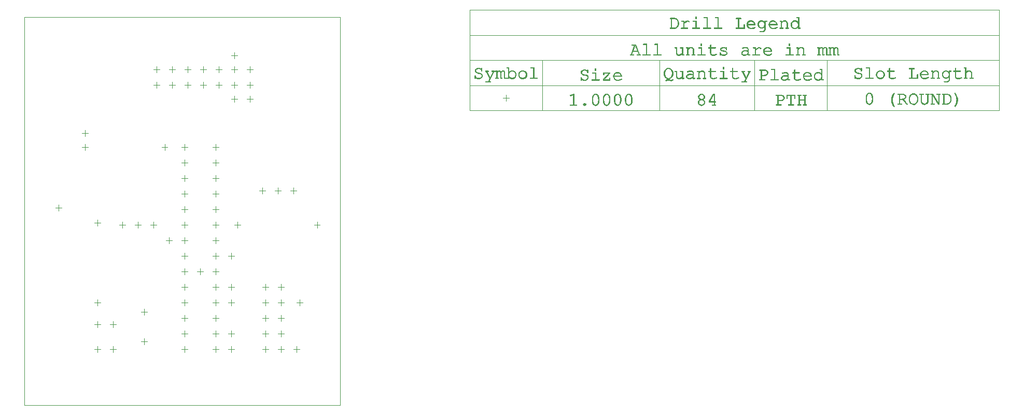
<source format=gbr>
G04 Generated by Ultiboard 14.0 *
%FSLAX34Y34*%
%MOMM*%

%ADD10C,0.0001*%
%ADD11C,0.1000*%
%ADD12C,0.0010*%


G04 ColorRGB 000000 for the following layer *
%LNDrill Symbols-Copper Top-Copper Bottom*%
%LPD*%
G54D11*
X416640Y518160D02*
X426640Y518160D01*
X421640Y513160D02*
X421640Y523160D01*
X421640Y464477D02*
X421640Y474477D01*
X416640Y469477D02*
X426640Y469477D01*
X699040Y660400D02*
X709040Y660400D01*
X704040Y655400D02*
X704040Y665400D01*
X574040Y655400D02*
X574040Y665400D01*
X569040Y660400D02*
X579040Y660400D01*
X340440Y663400D02*
X350440Y663400D01*
X345440Y658400D02*
X345440Y668400D01*
X340440Y533400D02*
X350440Y533400D01*
X345440Y528400D02*
X345440Y538400D01*
X450120Y787400D02*
X460120Y787400D01*
X455120Y782400D02*
X455120Y792400D01*
X325120Y782400D02*
X325120Y792400D01*
X320120Y787400D02*
X330120Y787400D01*
X370840Y452200D02*
X370840Y462200D01*
X365840Y457200D02*
X375840Y457200D01*
X345440Y452200D02*
X345440Y462200D01*
X340440Y457200D02*
X350440Y457200D01*
X370840Y492840D02*
X370840Y502840D01*
X365840Y497840D02*
X375840Y497840D01*
X340440Y497840D02*
X350440Y497840D01*
X345440Y492840D02*
X345440Y502840D01*
X467360Y909400D02*
X467360Y919400D01*
X462360Y914400D02*
X472360Y914400D01*
X462360Y889000D02*
X472360Y889000D01*
X467360Y884000D02*
X467360Y894000D01*
X436960Y914400D02*
X446960Y914400D01*
X441960Y909400D02*
X441960Y919400D01*
X441960Y884000D02*
X441960Y894000D01*
X436960Y889000D02*
X446960Y889000D01*
X538560Y914400D02*
X548560Y914400D01*
X543560Y909400D02*
X543560Y919400D01*
X538560Y889000D02*
X548560Y889000D01*
X543560Y884000D02*
X543560Y894000D01*
X518160Y909400D02*
X518160Y919400D01*
X513160Y914400D02*
X523160Y914400D01*
X513160Y889000D02*
X523160Y889000D01*
X518160Y884000D02*
X518160Y894000D01*
X487760Y914400D02*
X497760Y914400D01*
X492760Y909400D02*
X492760Y919400D01*
X487760Y889000D02*
X497760Y889000D01*
X492760Y884000D02*
X492760Y894000D01*
X589360Y914400D02*
X599360Y914400D01*
X594360Y909400D02*
X594360Y919400D01*
X589360Y889000D02*
X599360Y889000D01*
X594360Y884000D02*
X594360Y894000D01*
X568960Y909400D02*
X568960Y919400D01*
X563960Y914400D02*
X573960Y914400D01*
X568960Y884000D02*
X568960Y894000D01*
X563960Y889000D02*
X573960Y889000D01*
X635080Y716280D02*
X645080Y716280D01*
X640080Y711280D02*
X640080Y721280D01*
X660480Y716280D02*
X670480Y716280D01*
X665480Y711280D02*
X665480Y721280D01*
X609680Y716280D02*
X619680Y716280D01*
X614680Y711280D02*
X614680Y721280D01*
X645160Y503000D02*
X645160Y513000D01*
X640160Y508000D02*
X650160Y508000D01*
X619760Y503000D02*
X619760Y513000D01*
X614760Y508000D02*
X624760Y508000D01*
X640160Y558800D02*
X650160Y558800D01*
X645160Y553800D02*
X645160Y563800D01*
X614760Y558800D02*
X624760Y558800D01*
X619760Y553800D02*
X619760Y563800D01*
X645160Y528400D02*
X645160Y538400D01*
X640160Y533400D02*
X650160Y533400D01*
X614760Y533400D02*
X624760Y533400D01*
X619760Y528400D02*
X619760Y538400D01*
X614760Y457200D02*
X624760Y457200D01*
X619760Y452200D02*
X619760Y462200D01*
X640160Y457200D02*
X650160Y457200D01*
X645160Y452200D02*
X645160Y462200D01*
X645160Y477600D02*
X645160Y487600D01*
X640160Y482600D02*
X650160Y482600D01*
X614760Y482600D02*
X624760Y482600D01*
X619760Y477600D02*
X619760Y487600D01*
X538480Y502840D02*
X538480Y512840D01*
X533480Y507840D02*
X543480Y507840D01*
X533480Y660240D02*
X543480Y660240D01*
X538480Y655240D02*
X538480Y665240D01*
X533480Y736440D02*
X543480Y736440D01*
X538480Y731440D02*
X538480Y741440D01*
X538480Y782240D02*
X538480Y792240D01*
X533480Y787240D02*
X543480Y787240D01*
X533480Y761840D02*
X543480Y761840D01*
X538480Y756840D02*
X538480Y766840D01*
X533480Y711040D02*
X543480Y711040D01*
X538480Y706040D02*
X538480Y716040D01*
X533480Y685640D02*
X543480Y685640D01*
X538480Y680640D02*
X538480Y690640D01*
X538480Y579040D02*
X538480Y589040D01*
X533480Y584040D02*
X543480Y584040D01*
X533480Y634840D02*
X543480Y634840D01*
X538480Y629840D02*
X538480Y639840D01*
X533480Y609440D02*
X543480Y609440D01*
X538480Y604440D02*
X538480Y614440D01*
X538480Y528240D02*
X538480Y538240D01*
X533480Y533240D02*
X543480Y533240D01*
X533480Y558640D02*
X543480Y558640D01*
X538480Y553640D02*
X538480Y563640D01*
X533480Y457040D02*
X543480Y457040D01*
X538480Y452040D02*
X538480Y462040D01*
X533480Y482440D02*
X543480Y482440D01*
X538480Y477440D02*
X538480Y487440D01*
X482680Y507840D02*
X492680Y507840D01*
X487680Y502840D02*
X487680Y512840D01*
X482680Y660240D02*
X492680Y660240D01*
X487680Y655240D02*
X487680Y665240D01*
X482680Y736440D02*
X492680Y736440D01*
X487680Y731440D02*
X487680Y741440D01*
X482680Y787240D02*
X492680Y787240D01*
X487680Y782240D02*
X487680Y792240D01*
X482680Y761840D02*
X492680Y761840D01*
X487680Y756840D02*
X487680Y766840D01*
X482680Y711040D02*
X492680Y711040D01*
X487680Y706040D02*
X487680Y716040D01*
X487680Y680640D02*
X487680Y690640D01*
X482680Y685640D02*
X492680Y685640D01*
X482680Y584040D02*
X492680Y584040D01*
X487680Y579040D02*
X487680Y589040D01*
X482680Y634840D02*
X492680Y634840D01*
X487680Y629840D02*
X487680Y639840D01*
X487680Y604440D02*
X487680Y614440D01*
X482680Y609440D02*
X492680Y609440D01*
X487680Y528240D02*
X487680Y538240D01*
X482680Y533240D02*
X492680Y533240D01*
X487680Y553640D02*
X487680Y563640D01*
X482680Y558640D02*
X492680Y558640D01*
X482680Y457040D02*
X492680Y457040D01*
X487680Y452040D02*
X487680Y462040D01*
X487680Y477440D02*
X487680Y487440D01*
X482680Y482440D02*
X492680Y482440D01*
X406480Y660400D02*
X416480Y660400D01*
X411480Y655400D02*
X411480Y665400D01*
X436880Y655400D02*
X436880Y665400D01*
X431880Y660400D02*
X441880Y660400D01*
X381080Y660400D02*
X391080Y660400D01*
X386080Y655400D02*
X386080Y665400D01*
X558880Y482600D02*
X568880Y482600D01*
X563880Y477600D02*
X563880Y487600D01*
X589360Y866140D02*
X599360Y866140D01*
X594360Y861140D02*
X594360Y871140D01*
X558880Y457200D02*
X568880Y457200D01*
X563880Y452200D02*
X563880Y462200D01*
X563960Y937260D02*
X573960Y937260D01*
X568960Y932260D02*
X568960Y942260D01*
X568960Y861140D02*
X568960Y871140D01*
X563960Y866140D02*
X573960Y866140D01*
X563880Y604600D02*
X563880Y614600D01*
X558880Y609600D02*
X568880Y609600D01*
X558880Y533400D02*
X568880Y533400D01*
X563880Y528400D02*
X563880Y538400D01*
X675640Y528400D02*
X675640Y538400D01*
X670640Y533400D02*
X680640Y533400D01*
X558880Y558800D02*
X568880Y558800D01*
X563880Y553800D02*
X563880Y563800D01*
X665560Y457200D02*
X675560Y457200D01*
X670560Y452200D02*
X670560Y462200D01*
X462280Y630000D02*
X462280Y640000D01*
X457280Y635000D02*
X467280Y635000D01*
X320120Y810260D02*
X330120Y810260D01*
X325120Y805260D02*
X325120Y815260D01*
X276940Y688340D02*
X286940Y688340D01*
X281940Y683340D02*
X281940Y693340D01*
X513080Y579200D02*
X513080Y589200D01*
X508080Y584200D02*
X518080Y584200D01*
X1007465Y867770D02*
X1017465Y867770D01*
X1012465Y862770D02*
X1012465Y872770D01*
G54D12*
G36*
X1465742Y865155D02*
X1465742Y865155D01*
X1465932Y870865D01*
X1465604Y868144D01*
X1465742Y865155D01*
D02*
G37*
X1465932Y870865D01*
X1465604Y868144D01*
X1465742Y865155D01*
G36*
X1465932Y870865D02*
X1465932Y870865D01*
X1465742Y865155D01*
X1466315Y866005D01*
X1465932Y870865D01*
D02*
G37*
X1465742Y865155D01*
X1466315Y866005D01*
X1465932Y870865D01*
G36*
X1466315Y866005D02*
X1466315Y866005D01*
X1466734Y869115D01*
X1465932Y870865D01*
X1466315Y866005D01*
D02*
G37*
X1466734Y869115D01*
X1465932Y870865D01*
X1466315Y866005D01*
G36*
X1466734Y869115D02*
X1466734Y869115D01*
X1466315Y866005D01*
X1466705Y867016D01*
X1466734Y869115D01*
D02*
G37*
X1466315Y866005D01*
X1466705Y867016D01*
X1466734Y869115D01*
G36*
X1466705Y867016D02*
X1466705Y867016D01*
X1466835Y868144D01*
X1466734Y869115D01*
X1466705Y867016D01*
D02*
G37*
X1466835Y868144D01*
X1466734Y869115D01*
X1466705Y867016D01*
G36*
X1464359Y870751D02*
X1464359Y870751D01*
X1464371Y872298D01*
X1463695Y871257D01*
X1464359Y870751D01*
D02*
G37*
X1464371Y872298D01*
X1463695Y871257D01*
X1464359Y870751D01*
G36*
X1464371Y872298D02*
X1464371Y872298D01*
X1464359Y870751D01*
X1464904Y870154D01*
X1464371Y872298D01*
D02*
G37*
X1464359Y870751D01*
X1464904Y870154D01*
X1464371Y872298D01*
G36*
X1464904Y870154D02*
X1464904Y870154D01*
X1465231Y871645D01*
X1464371Y872298D01*
X1464904Y870154D01*
D02*
G37*
X1465231Y871645D01*
X1464371Y872298D01*
X1464904Y870154D01*
G36*
X1465231Y871645D02*
X1465231Y871645D01*
X1464904Y870154D01*
X1465526Y868850D01*
X1465231Y871645D01*
D02*
G37*
X1464904Y870154D01*
X1465526Y868850D01*
X1465231Y871645D01*
G36*
X1465526Y868850D02*
X1465526Y868850D01*
X1465932Y870865D01*
X1465231Y871645D01*
X1465526Y868850D01*
D02*
G37*
X1465932Y870865D01*
X1465231Y871645D01*
X1465526Y868850D01*
G36*
X1465932Y870865D02*
X1465932Y870865D01*
X1465526Y868850D01*
X1465604Y868144D01*
X1465932Y870865D01*
D02*
G37*
X1465526Y868850D01*
X1465604Y868144D01*
X1465932Y870865D01*
G36*
X1462302Y873045D02*
X1462302Y873045D01*
X1461093Y873139D01*
X1461210Y871908D01*
X1462302Y873045D01*
D02*
G37*
X1461093Y873139D01*
X1461210Y871908D01*
X1462302Y873045D01*
G36*
X1462302Y873045D01*
X1461210Y871908D01*
X1462121Y871836D01*
X1462302Y873045D01*
D02*
G37*
X1461210Y871908D01*
X1462121Y871836D01*
X1462302Y873045D01*
G36*
X1462302Y873045D01*
X1462121Y871836D01*
X1463695Y871257D01*
X1462302Y873045D01*
D02*
G37*
X1462121Y871836D01*
X1463695Y871257D01*
X1462302Y873045D01*
G36*
X1462302Y873045D01*
X1463695Y871257D01*
X1464371Y872298D01*
X1462302Y873045D01*
D02*
G37*
X1463695Y871257D01*
X1464371Y872298D01*
X1462302Y873045D01*
G36*
X1453171Y856374D02*
X1453171Y856374D01*
X1453171Y856866D01*
X1453124Y856615D01*
X1453171Y856374D01*
D02*
G37*
X1453171Y856866D01*
X1453124Y856615D01*
X1453171Y856374D01*
G36*
X1453171Y856866D02*
X1453171Y856866D01*
X1453171Y856374D01*
X1453314Y856176D01*
X1453171Y856866D01*
D02*
G37*
X1453171Y856374D01*
X1453314Y856176D01*
X1453171Y856866D01*
G36*
X1453314Y856176D02*
X1453314Y856176D01*
X1453314Y857062D01*
X1453171Y856866D01*
X1453314Y856176D01*
D02*
G37*
X1453314Y857062D01*
X1453171Y856866D01*
X1453314Y856176D01*
G36*
X1453314Y857062D02*
X1453314Y857062D01*
X1453314Y856176D01*
X1453567Y856044D01*
X1453314Y857062D01*
D02*
G37*
X1453314Y856176D01*
X1453567Y856044D01*
X1453314Y857062D01*
G36*
X1453567Y856044D02*
X1453567Y856044D01*
X1453567Y857188D01*
X1453314Y857062D01*
X1453567Y856044D01*
D02*
G37*
X1453567Y857188D01*
X1453314Y857062D01*
X1453567Y856044D01*
G36*
X1453567Y857188D02*
X1453567Y857188D01*
X1453567Y856044D01*
X1453944Y856000D01*
X1453567Y857188D01*
D02*
G37*
X1453567Y856044D01*
X1453944Y856000D01*
X1453567Y857188D01*
G36*
X1453944Y856000D02*
X1453944Y856000D01*
X1453944Y857230D01*
X1453567Y857188D01*
X1453944Y856000D01*
D02*
G37*
X1453944Y857230D01*
X1453567Y857188D01*
X1453944Y856000D01*
G36*
X1453944Y857230D02*
X1453944Y857230D01*
X1453944Y856000D01*
X1461049Y856000D01*
X1453944Y857230D01*
D02*
G37*
X1453944Y856000D01*
X1461049Y856000D01*
X1453944Y857230D01*
G36*
X1461049Y856000D02*
X1461049Y856000D01*
X1455599Y857230D01*
X1453944Y857230D01*
X1461049Y856000D01*
D02*
G37*
X1455599Y857230D01*
X1453944Y857230D01*
X1461049Y856000D01*
G36*
X1455599Y857230D02*
X1455599Y857230D01*
X1461049Y856000D01*
X1456830Y857230D01*
X1455599Y857230D01*
D02*
G37*
X1461049Y856000D01*
X1456830Y857230D01*
X1455599Y857230D01*
G36*
X1456830Y857230D02*
X1456830Y857230D01*
X1455599Y871908D01*
X1455599Y857230D01*
X1456830Y857230D01*
D02*
G37*
X1455599Y871908D01*
X1455599Y857230D01*
X1456830Y857230D01*
G36*
X1455599Y871908D02*
X1455599Y871908D01*
X1456830Y857230D01*
X1456830Y871908D01*
X1455599Y871908D01*
D02*
G37*
X1456830Y857230D01*
X1456830Y871908D01*
X1455599Y871908D01*
G36*
X1456830Y871908D02*
X1456830Y871908D01*
X1461093Y873139D01*
X1455599Y871908D01*
X1456830Y871908D01*
D02*
G37*
X1461093Y873139D01*
X1455599Y871908D01*
X1456830Y871908D01*
G36*
X1461093Y873139D02*
X1461093Y873139D01*
X1456830Y871908D01*
X1461210Y871908D01*
X1461093Y873139D01*
D02*
G37*
X1456830Y871908D01*
X1461210Y871908D01*
X1461093Y873139D01*
G36*
X1465055Y866356D02*
X1465055Y866356D01*
X1465062Y864511D01*
X1465467Y867243D01*
X1465055Y866356D01*
D02*
G37*
X1465062Y864511D01*
X1465467Y867243D01*
X1465055Y866356D01*
G36*
X1465062Y864511D02*
X1465062Y864511D01*
X1465055Y866356D01*
X1464345Y865545D01*
X1465062Y864511D01*
D02*
G37*
X1465055Y866356D01*
X1464345Y865545D01*
X1465062Y864511D01*
G36*
X1464345Y865545D02*
X1464345Y865545D01*
X1463945Y863800D01*
X1465062Y864511D01*
X1464345Y865545D01*
D02*
G37*
X1463945Y863800D01*
X1465062Y864511D01*
X1464345Y865545D01*
G36*
X1463945Y863800D02*
X1463945Y863800D01*
X1464345Y865545D01*
X1463312Y864870D01*
X1463945Y863800D01*
D02*
G37*
X1464345Y865545D01*
X1463312Y864870D01*
X1463945Y863800D01*
G36*
X1463312Y864870D02*
X1463312Y864870D01*
X1462792Y863310D01*
X1463945Y863800D01*
X1463312Y864870D01*
D02*
G37*
X1462792Y863310D01*
X1463945Y863800D01*
X1463312Y864870D01*
G36*
X1462792Y863310D02*
X1462792Y863310D01*
X1463312Y864870D01*
X1462076Y864414D01*
X1462792Y863310D01*
D02*
G37*
X1463312Y864870D01*
X1462076Y864414D01*
X1462792Y863310D01*
G36*
X1462076Y864414D02*
X1462076Y864414D01*
X1461840Y863101D01*
X1462792Y863310D01*
X1462076Y864414D01*
D02*
G37*
X1461840Y863101D01*
X1462792Y863310D01*
X1462076Y864414D01*
G36*
X1461840Y863101D02*
X1461840Y863101D01*
X1462076Y864414D01*
X1460756Y864262D01*
X1461840Y863101D01*
D02*
G37*
X1462076Y864414D01*
X1460756Y864262D01*
X1461840Y863101D01*
G36*
X1460756Y864262D02*
X1460756Y864262D01*
X1460682Y863031D01*
X1461840Y863101D01*
X1460756Y864262D01*
D02*
G37*
X1460682Y863031D01*
X1461840Y863101D01*
X1460756Y864262D01*
G36*
X1460682Y863031D02*
X1460682Y863031D01*
X1460756Y864262D01*
X1456830Y864262D01*
X1460682Y863031D01*
D02*
G37*
X1460756Y864262D01*
X1456830Y864262D01*
X1460682Y863031D01*
G36*
X1456830Y864262D02*
X1456830Y864262D01*
X1456830Y863031D01*
X1460682Y863031D01*
X1456830Y864262D01*
D02*
G37*
X1456830Y863031D01*
X1460682Y863031D01*
X1456830Y864262D01*
G36*
X1456830Y863031D02*
X1456830Y863031D01*
X1456830Y871908D01*
X1456830Y863031D01*
D02*
G37*
X1456830Y871908D01*
X1456830Y863031D01*
G36*
X1456830Y871908D02*
X1456830Y871908D01*
X1456830Y857230D01*
X1456830Y863031D01*
X1456830Y871908D01*
D02*
G37*
X1456830Y857230D01*
X1456830Y863031D01*
X1456830Y871908D01*
G36*
X1453171Y872273D02*
X1453171Y872273D01*
X1453171Y872774D01*
X1453124Y872523D01*
X1453171Y872273D01*
D02*
G37*
X1453171Y872774D01*
X1453124Y872523D01*
X1453171Y872273D01*
G36*
X1453171Y872774D02*
X1453171Y872774D01*
X1453171Y872273D01*
X1453314Y872077D01*
X1453171Y872774D01*
D02*
G37*
X1453171Y872273D01*
X1453314Y872077D01*
X1453171Y872774D01*
G36*
X1453314Y872077D02*
X1453314Y872077D01*
X1453314Y872970D01*
X1453171Y872774D01*
X1453314Y872077D01*
D02*
G37*
X1453314Y872970D01*
X1453171Y872774D01*
X1453314Y872077D01*
G36*
X1453314Y872970D02*
X1453314Y872970D01*
X1453314Y872077D01*
X1453567Y871950D01*
X1453314Y872970D01*
D02*
G37*
X1453314Y872077D01*
X1453567Y871950D01*
X1453314Y872970D01*
G36*
X1453567Y871950D02*
X1453567Y871950D01*
X1453567Y873097D01*
X1453314Y872970D01*
X1453567Y871950D01*
D02*
G37*
X1453567Y873097D01*
X1453314Y872970D01*
X1453567Y871950D01*
G36*
X1453567Y873097D02*
X1453567Y873097D01*
X1453567Y871950D01*
X1453944Y871908D01*
X1453567Y873097D01*
D02*
G37*
X1453567Y871950D01*
X1453944Y871908D01*
X1453567Y873097D01*
G36*
X1453944Y871908D02*
X1453944Y871908D01*
X1453944Y873139D01*
X1453567Y873097D01*
X1453944Y871908D01*
D02*
G37*
X1453944Y873139D01*
X1453567Y873097D01*
X1453944Y871908D01*
G36*
X1453944Y873139D02*
X1453944Y873139D01*
X1453944Y871908D01*
X1455599Y871908D01*
X1453944Y873139D01*
D02*
G37*
X1453944Y871908D01*
X1455599Y871908D01*
X1453944Y873139D01*
G36*
X1455599Y871908D02*
X1455599Y871908D01*
X1461093Y873139D01*
X1453944Y873139D01*
X1455599Y871908D01*
D02*
G37*
X1461093Y873139D01*
X1453944Y873139D01*
X1455599Y871908D01*
G36*
X1465467Y867243D02*
X1465467Y867243D01*
X1465062Y864511D01*
X1465742Y865155D01*
X1465467Y867243D01*
D02*
G37*
X1465062Y864511D01*
X1465742Y865155D01*
X1465467Y867243D01*
G36*
X1465467Y867243D01*
X1465742Y865155D01*
X1465604Y868144D01*
X1465467Y867243D01*
D02*
G37*
X1465742Y865155D01*
X1465604Y868144D01*
X1465467Y867243D01*
G36*
X1461049Y856000D02*
X1461049Y856000D01*
X1461049Y857230D01*
X1456830Y857230D01*
X1461049Y856000D01*
D02*
G37*
X1461049Y857230D01*
X1456830Y857230D01*
X1461049Y856000D01*
G36*
X1461049Y857230D02*
X1461049Y857230D01*
X1461049Y856000D01*
X1461426Y856044D01*
X1461049Y857230D01*
D02*
G37*
X1461049Y856000D01*
X1461426Y856044D01*
X1461049Y857230D01*
G36*
X1461426Y856044D02*
X1461426Y856044D01*
X1461426Y857188D01*
X1461049Y857230D01*
X1461426Y856044D01*
D02*
G37*
X1461426Y857188D01*
X1461049Y857230D01*
X1461426Y856044D01*
G36*
X1461426Y857188D02*
X1461426Y857188D01*
X1461426Y856044D01*
X1461678Y856176D01*
X1461426Y857188D01*
D02*
G37*
X1461426Y856044D01*
X1461678Y856176D01*
X1461426Y857188D01*
G36*
X1461678Y856176D02*
X1461678Y856176D01*
X1461678Y857062D01*
X1461426Y857188D01*
X1461678Y856176D01*
D02*
G37*
X1461678Y857062D01*
X1461426Y857188D01*
X1461678Y856176D01*
G36*
X1461678Y857062D02*
X1461678Y857062D01*
X1461678Y856176D01*
X1461821Y856374D01*
X1461678Y857062D01*
D02*
G37*
X1461678Y856176D01*
X1461821Y856374D01*
X1461678Y857062D01*
G36*
X1461821Y856374D02*
X1461821Y856374D01*
X1461821Y856866D01*
X1461678Y857062D01*
X1461821Y856374D01*
D02*
G37*
X1461821Y856866D01*
X1461678Y857062D01*
X1461821Y856374D01*
G36*
X1461821Y856866D02*
X1461821Y856866D01*
X1461821Y856374D01*
X1461869Y856615D01*
X1461821Y856866D01*
D02*
G37*
X1461821Y856374D01*
X1461869Y856615D01*
X1461821Y856866D01*
G36*
X1484384Y873139D02*
X1484384Y873139D01*
X1470599Y873139D01*
X1471830Y871908D01*
X1484384Y873139D01*
D02*
G37*
X1470599Y873139D01*
X1471830Y871908D01*
X1484384Y873139D01*
G36*
X1484384Y873139D01*
X1471830Y871908D01*
X1476869Y871908D01*
X1484384Y873139D01*
D02*
G37*
X1471830Y871908D01*
X1476869Y871908D01*
X1484384Y873139D01*
G36*
X1484384Y873139D01*
X1476869Y871908D01*
X1478114Y871908D01*
X1484384Y873139D01*
D02*
G37*
X1476869Y871908D01*
X1478114Y871908D01*
X1484384Y873139D01*
G36*
X1484384Y873139D01*
X1478114Y871908D01*
X1483153Y871908D01*
X1484384Y873139D01*
D02*
G37*
X1478114Y871908D01*
X1483153Y871908D01*
X1484384Y873139D01*
G36*
X1484384Y873139D01*
X1483153Y871908D01*
X1483195Y867257D01*
X1484384Y873139D01*
D02*
G37*
X1483153Y871908D01*
X1483195Y867257D01*
X1484384Y873139D01*
G36*
X1484384Y873139D01*
X1483195Y867257D01*
X1483322Y867001D01*
X1484384Y873139D01*
D02*
G37*
X1483195Y867257D01*
X1483322Y867001D01*
X1484384Y873139D01*
G36*
X1484384Y873139D01*
X1483322Y867001D01*
X1483517Y866858D01*
X1484384Y873139D01*
D02*
G37*
X1483322Y867001D01*
X1483517Y866858D01*
X1484384Y873139D01*
G36*
X1484384Y873139D01*
X1483517Y866858D01*
X1483768Y866811D01*
X1484384Y873139D01*
D02*
G37*
X1483517Y866858D01*
X1483768Y866811D01*
X1484384Y873139D01*
G36*
X1484384Y873139D01*
X1483768Y866811D01*
X1484019Y866858D01*
X1484384Y873139D01*
D02*
G37*
X1483768Y866811D01*
X1484019Y866858D01*
X1484384Y873139D01*
G36*
X1484384Y873139D01*
X1484019Y866858D01*
X1484215Y867001D01*
X1484384Y873139D01*
D02*
G37*
X1484019Y866858D01*
X1484215Y867001D01*
X1484384Y873139D01*
G36*
X1484384Y873139D01*
X1484215Y867001D01*
X1484341Y867257D01*
X1484384Y873139D01*
D02*
G37*
X1484215Y867001D01*
X1484341Y867257D01*
X1484384Y873139D01*
G36*
X1484384Y873139D01*
X1484341Y867257D01*
X1484384Y867645D01*
X1484384Y873139D01*
D02*
G37*
X1484341Y867257D01*
X1484384Y867645D01*
X1484384Y873139D01*
G36*
X1472903Y856374D02*
X1472903Y856374D01*
X1472903Y856866D01*
X1472855Y856615D01*
X1472903Y856374D01*
D02*
G37*
X1472903Y856866D01*
X1472855Y856615D01*
X1472903Y856374D01*
G36*
X1472903Y856866D02*
X1472903Y856866D01*
X1472903Y856374D01*
X1473046Y856176D01*
X1472903Y856866D01*
D02*
G37*
X1472903Y856374D01*
X1473046Y856176D01*
X1472903Y856866D01*
G36*
X1473046Y856176D02*
X1473046Y856176D01*
X1473046Y857062D01*
X1472903Y856866D01*
X1473046Y856176D01*
D02*
G37*
X1473046Y857062D01*
X1472903Y856866D01*
X1473046Y856176D01*
G36*
X1473046Y857062D02*
X1473046Y857062D01*
X1473046Y856176D01*
X1473298Y856044D01*
X1473046Y857062D01*
D02*
G37*
X1473046Y856176D01*
X1473298Y856044D01*
X1473046Y857062D01*
G36*
X1473298Y856044D02*
X1473298Y856044D01*
X1473298Y857188D01*
X1473046Y857062D01*
X1473298Y856044D01*
D02*
G37*
X1473298Y857188D01*
X1473046Y857062D01*
X1473298Y856044D01*
G36*
X1473298Y857188D02*
X1473298Y857188D01*
X1473298Y856044D01*
X1473676Y856000D01*
X1473298Y857188D01*
D02*
G37*
X1473298Y856044D01*
X1473676Y856000D01*
X1473298Y857188D01*
G36*
X1473676Y856000D02*
X1473676Y856000D01*
X1473676Y857230D01*
X1473298Y857188D01*
X1473676Y856000D01*
D02*
G37*
X1473676Y857230D01*
X1473298Y857188D01*
X1473676Y856000D01*
G36*
X1473676Y857230D02*
X1473676Y857230D01*
X1473676Y856000D01*
X1481307Y856000D01*
X1473676Y857230D01*
D02*
G37*
X1473676Y856000D01*
X1481307Y856000D01*
X1473676Y857230D01*
G36*
X1481307Y856000D02*
X1481307Y856000D01*
X1476869Y857230D01*
X1473676Y857230D01*
X1481307Y856000D01*
D02*
G37*
X1476869Y857230D01*
X1473676Y857230D01*
X1481307Y856000D01*
G36*
X1476869Y857230D02*
X1476869Y857230D01*
X1481307Y856000D01*
X1478114Y857230D01*
X1476869Y857230D01*
D02*
G37*
X1481307Y856000D01*
X1478114Y857230D01*
X1476869Y857230D01*
G36*
X1478114Y857230D02*
X1478114Y857230D01*
X1476869Y871908D01*
X1476869Y857230D01*
X1478114Y857230D01*
D02*
G37*
X1476869Y871908D01*
X1476869Y857230D01*
X1478114Y857230D01*
G36*
X1476869Y871908D02*
X1476869Y871908D01*
X1478114Y857230D01*
X1478114Y871908D01*
X1476869Y871908D01*
D02*
G37*
X1478114Y857230D01*
X1478114Y871908D01*
X1476869Y871908D01*
G36*
X1471830Y871908D02*
X1471830Y871908D01*
X1470599Y873139D01*
X1470643Y867257D01*
X1471830Y871908D01*
D02*
G37*
X1470599Y873139D01*
X1470643Y867257D01*
X1471830Y871908D01*
G36*
X1471830Y871908D01*
X1470643Y867257D01*
X1470775Y867001D01*
X1471830Y871908D01*
D02*
G37*
X1470643Y867257D01*
X1470775Y867001D01*
X1471830Y871908D01*
G36*
X1471830Y871908D01*
X1470775Y867001D01*
X1470973Y866858D01*
X1471830Y871908D01*
D02*
G37*
X1470775Y867001D01*
X1470973Y866858D01*
X1471830Y871908D01*
G36*
X1471830Y871908D01*
X1470973Y866858D01*
X1471215Y866811D01*
X1471830Y871908D01*
D02*
G37*
X1470973Y866858D01*
X1471215Y866811D01*
X1471830Y871908D01*
G36*
X1471830Y871908D01*
X1471215Y866811D01*
X1471465Y866858D01*
X1471830Y871908D01*
D02*
G37*
X1471215Y866811D01*
X1471465Y866858D01*
X1471830Y871908D01*
G36*
X1471830Y871908D01*
X1471465Y866858D01*
X1471661Y867001D01*
X1471830Y871908D01*
D02*
G37*
X1471465Y866858D01*
X1471661Y867001D01*
X1471830Y871908D01*
G36*
X1471830Y871908D01*
X1471661Y867001D01*
X1471788Y867257D01*
X1471830Y871908D01*
D02*
G37*
X1471661Y867001D01*
X1471788Y867257D01*
X1471830Y871908D01*
G36*
X1471830Y871908D01*
X1471788Y867257D01*
X1471830Y867645D01*
X1471830Y871908D01*
D02*
G37*
X1471788Y867257D01*
X1471830Y867645D01*
X1471830Y871908D01*
G36*
X1481307Y856000D02*
X1481307Y856000D01*
X1481307Y857230D01*
X1478114Y857230D01*
X1481307Y856000D01*
D02*
G37*
X1481307Y857230D01*
X1478114Y857230D01*
X1481307Y856000D01*
G36*
X1481307Y857230D02*
X1481307Y857230D01*
X1481307Y856000D01*
X1481685Y856044D01*
X1481307Y857230D01*
D02*
G37*
X1481307Y856000D01*
X1481685Y856044D01*
X1481307Y857230D01*
G36*
X1481685Y856044D02*
X1481685Y856044D01*
X1481685Y857188D01*
X1481307Y857230D01*
X1481685Y856044D01*
D02*
G37*
X1481685Y857188D01*
X1481307Y857230D01*
X1481685Y856044D01*
G36*
X1481685Y857188D02*
X1481685Y857188D01*
X1481685Y856044D01*
X1481937Y856176D01*
X1481685Y857188D01*
D02*
G37*
X1481685Y856044D01*
X1481937Y856176D01*
X1481685Y857188D01*
G36*
X1481937Y856176D02*
X1481937Y856176D01*
X1481937Y857062D01*
X1481685Y857188D01*
X1481937Y856176D01*
D02*
G37*
X1481937Y857062D01*
X1481685Y857188D01*
X1481937Y856176D01*
G36*
X1481937Y857062D02*
X1481937Y857062D01*
X1481937Y856176D01*
X1482080Y856374D01*
X1481937Y857062D01*
D02*
G37*
X1481937Y856176D01*
X1482080Y856374D01*
X1481937Y857062D01*
G36*
X1482080Y856374D02*
X1482080Y856374D01*
X1482080Y856866D01*
X1481937Y857062D01*
X1482080Y856374D01*
D02*
G37*
X1482080Y856866D01*
X1481937Y857062D01*
X1482080Y856374D01*
G36*
X1482080Y856866D02*
X1482080Y856866D01*
X1482080Y856374D01*
X1482128Y856615D01*
X1482080Y856866D01*
D02*
G37*
X1482080Y856374D01*
X1482128Y856615D01*
X1482080Y856866D01*
G36*
X1483195Y867257D02*
X1483195Y867257D01*
X1483153Y871908D01*
X1483153Y867645D01*
X1483195Y867257D01*
D02*
G37*
X1483153Y871908D01*
X1483153Y867645D01*
X1483195Y867257D01*
G36*
X1470643Y867257D02*
X1470643Y867257D01*
X1470599Y873139D01*
X1470599Y867645D01*
X1470643Y867257D01*
D02*
G37*
X1470599Y873139D01*
X1470599Y867645D01*
X1470643Y867257D01*
G36*
X1493173Y871908D02*
X1493173Y871908D01*
X1493173Y873139D01*
X1491517Y871908D01*
X1493173Y871908D01*
D02*
G37*
X1493173Y873139D01*
X1491517Y871908D01*
X1493173Y871908D01*
G36*
X1493173Y873139D02*
X1493173Y873139D01*
X1493173Y871908D01*
X1493550Y871950D01*
X1493173Y873139D01*
D02*
G37*
X1493173Y871908D01*
X1493550Y871950D01*
X1493173Y873139D01*
G36*
X1493550Y871950D02*
X1493550Y871950D01*
X1493550Y873097D01*
X1493173Y873139D01*
X1493550Y871950D01*
D02*
G37*
X1493550Y873097D01*
X1493173Y873139D01*
X1493550Y871950D01*
G36*
X1493550Y873097D02*
X1493550Y873097D01*
X1493550Y871950D01*
X1493803Y872077D01*
X1493550Y873097D01*
D02*
G37*
X1493550Y871950D01*
X1493803Y872077D01*
X1493550Y873097D01*
G36*
X1493803Y872077D02*
X1493803Y872077D01*
X1493803Y872970D01*
X1493550Y873097D01*
X1493803Y872077D01*
D02*
G37*
X1493803Y872970D01*
X1493550Y873097D01*
X1493803Y872077D01*
G36*
X1493803Y872970D02*
X1493803Y872970D01*
X1493803Y872077D01*
X1493945Y872273D01*
X1493803Y872970D01*
D02*
G37*
X1493803Y872077D01*
X1493945Y872273D01*
X1493803Y872970D01*
G36*
X1493945Y872273D02*
X1493945Y872273D01*
X1493945Y872774D01*
X1493803Y872970D01*
X1493945Y872273D01*
D02*
G37*
X1493945Y872774D01*
X1493803Y872970D01*
X1493945Y872273D01*
G36*
X1493945Y872774D02*
X1493945Y872774D01*
X1493945Y872273D01*
X1493993Y872523D01*
X1493945Y872774D01*
D02*
G37*
X1493945Y872273D01*
X1493993Y872523D01*
X1493945Y872774D01*
G36*
X1491517Y857230D02*
X1491517Y857230D01*
X1491517Y871908D01*
X1490287Y871908D01*
X1491517Y857230D01*
D02*
G37*
X1491517Y871908D01*
X1490287Y871908D01*
X1491517Y857230D01*
G36*
X1491517Y871908D02*
X1491517Y871908D01*
X1491517Y857230D01*
X1491517Y864291D01*
X1491517Y871908D01*
D02*
G37*
X1491517Y857230D01*
X1491517Y864291D01*
X1491517Y871908D01*
G36*
X1491517Y864291D02*
X1491517Y864291D01*
X1491517Y871908D01*
X1491517Y864291D01*
D02*
G37*
X1491517Y871908D01*
X1491517Y864291D01*
G36*
X1491517Y865521D02*
X1491517Y865521D01*
X1491517Y864291D01*
X1499677Y864291D01*
X1491517Y865521D01*
D02*
G37*
X1491517Y864291D01*
X1499677Y864291D01*
X1491517Y865521D01*
G36*
X1499677Y864291D02*
X1499677Y864291D01*
X1499677Y865521D01*
X1491517Y865521D01*
X1499677Y864291D01*
D02*
G37*
X1499677Y865521D01*
X1491517Y865521D01*
X1499677Y864291D01*
G36*
X1499677Y865521D02*
X1499677Y865521D01*
X1499677Y864291D01*
X1500922Y857230D01*
X1499677Y865521D01*
D02*
G37*
X1499677Y864291D01*
X1500922Y857230D01*
X1499677Y865521D01*
G36*
X1500922Y857230D02*
X1500922Y857230D01*
X1499677Y871908D01*
X1499677Y865521D01*
X1500922Y857230D01*
D02*
G37*
X1499677Y871908D01*
X1499677Y865521D01*
X1500922Y857230D01*
G36*
X1499677Y871908D02*
X1499677Y871908D01*
X1500922Y857230D01*
X1500922Y871908D01*
X1499677Y871908D01*
D02*
G37*
X1500922Y857230D01*
X1500922Y871908D01*
X1499677Y871908D01*
G36*
X1500922Y871908D02*
X1500922Y871908D01*
X1501683Y873139D01*
X1499677Y871908D01*
X1500922Y871908D01*
D02*
G37*
X1501683Y873139D01*
X1499677Y871908D01*
X1500922Y871908D01*
G36*
X1501683Y873139D02*
X1501683Y873139D01*
X1500922Y871908D01*
X1501683Y871908D01*
X1501683Y873139D01*
D02*
G37*
X1500922Y871908D01*
X1501683Y871908D01*
X1501683Y873139D01*
G36*
X1501683Y871908D02*
X1501683Y871908D01*
X1502072Y871950D01*
X1501683Y873139D01*
X1501683Y871908D01*
D02*
G37*
X1502072Y871950D01*
X1501683Y873139D01*
X1501683Y871908D01*
G36*
X1488738Y872273D02*
X1488738Y872273D01*
X1488738Y872774D01*
X1488690Y872523D01*
X1488738Y872273D01*
D02*
G37*
X1488738Y872774D01*
X1488690Y872523D01*
X1488738Y872273D01*
G36*
X1488738Y872774D02*
X1488738Y872774D01*
X1488738Y872273D01*
X1488881Y872077D01*
X1488738Y872774D01*
D02*
G37*
X1488738Y872273D01*
X1488881Y872077D01*
X1488738Y872774D01*
G36*
X1488881Y872077D02*
X1488881Y872077D01*
X1488881Y872970D01*
X1488738Y872774D01*
X1488881Y872077D01*
D02*
G37*
X1488881Y872970D01*
X1488738Y872774D01*
X1488881Y872077D01*
G36*
X1488881Y872970D02*
X1488881Y872970D01*
X1488881Y872077D01*
X1489137Y871950D01*
X1488881Y872970D01*
D02*
G37*
X1488881Y872077D01*
X1489137Y871950D01*
X1488881Y872970D01*
G36*
X1489137Y871950D02*
X1489137Y871950D01*
X1489137Y873097D01*
X1488881Y872970D01*
X1489137Y871950D01*
D02*
G37*
X1489137Y873097D01*
X1488881Y872970D01*
X1489137Y871950D01*
G36*
X1489137Y873097D02*
X1489137Y873097D01*
X1489137Y871950D01*
X1489525Y871908D01*
X1489137Y873097D01*
D02*
G37*
X1489137Y871950D01*
X1489525Y871908D01*
X1489137Y873097D01*
G36*
X1489525Y871908D02*
X1489525Y871908D01*
X1489525Y873139D01*
X1489137Y873097D01*
X1489525Y871908D01*
D02*
G37*
X1489525Y873139D01*
X1489137Y873097D01*
X1489525Y871908D01*
G36*
X1489525Y873139D02*
X1489525Y873139D01*
X1489525Y871908D01*
X1490287Y871908D01*
X1489525Y873139D01*
D02*
G37*
X1489525Y871908D01*
X1490287Y871908D01*
X1489525Y873139D01*
G36*
X1490287Y871908D02*
X1490287Y871908D01*
X1493173Y873139D01*
X1489525Y873139D01*
X1490287Y871908D01*
D02*
G37*
X1493173Y873139D01*
X1489525Y873139D01*
X1490287Y871908D01*
G36*
X1493173Y873139D02*
X1493173Y873139D01*
X1490287Y871908D01*
X1491517Y871908D01*
X1493173Y873139D01*
D02*
G37*
X1490287Y871908D01*
X1491517Y871908D01*
X1493173Y873139D01*
G36*
X1502072Y871950D02*
X1502072Y871950D01*
X1502072Y873097D01*
X1501683Y873139D01*
X1502072Y871950D01*
D02*
G37*
X1502072Y873097D01*
X1501683Y873139D01*
X1502072Y871950D01*
G36*
X1502072Y873097D02*
X1502072Y873097D01*
X1502072Y871950D01*
X1502328Y872077D01*
X1502072Y873097D01*
D02*
G37*
X1502072Y871950D01*
X1502328Y872077D01*
X1502072Y873097D01*
G36*
X1502328Y872077D02*
X1502328Y872077D01*
X1502328Y872970D01*
X1502072Y873097D01*
X1502328Y872077D01*
D02*
G37*
X1502328Y872970D01*
X1502072Y873097D01*
X1502328Y872077D01*
G36*
X1502328Y872970D02*
X1502328Y872970D01*
X1502328Y872077D01*
X1502471Y872273D01*
X1502328Y872970D01*
D02*
G37*
X1502328Y872077D01*
X1502471Y872273D01*
X1502328Y872970D01*
G36*
X1502471Y872273D02*
X1502471Y872273D01*
X1502471Y872774D01*
X1502328Y872970D01*
X1502471Y872273D01*
D02*
G37*
X1502471Y872774D01*
X1502328Y872970D01*
X1502471Y872273D01*
G36*
X1502471Y872774D02*
X1502471Y872774D01*
X1502471Y872273D01*
X1502518Y872523D01*
X1502471Y872774D01*
D02*
G37*
X1502471Y872273D01*
X1502518Y872523D01*
X1502471Y872774D01*
G36*
X1498036Y873139D02*
X1498036Y873139D01*
X1497650Y873097D01*
X1497659Y871950D01*
X1498036Y873139D01*
D02*
G37*
X1497650Y873097D01*
X1497659Y871950D01*
X1498036Y873139D01*
G36*
X1498036Y873139D01*
X1497659Y871950D01*
X1498036Y871908D01*
X1498036Y873139D01*
D02*
G37*
X1497659Y871950D01*
X1498036Y871908D01*
X1498036Y873139D01*
G36*
X1498036Y873139D01*
X1498036Y871908D01*
X1499677Y871908D01*
X1498036Y873139D01*
D02*
G37*
X1498036Y871908D01*
X1499677Y871908D01*
X1498036Y873139D01*
G36*
X1498036Y873139D01*
X1499677Y871908D01*
X1501683Y873139D01*
X1498036Y873139D01*
D02*
G37*
X1499677Y871908D01*
X1501683Y873139D01*
X1498036Y873139D01*
G36*
X1497650Y873097D02*
X1497650Y873097D01*
X1497406Y872077D01*
X1497659Y871950D01*
X1497650Y873097D01*
D02*
G37*
X1497406Y872077D01*
X1497659Y871950D01*
X1497650Y873097D01*
G36*
X1497406Y872077D02*
X1497406Y872077D01*
X1497650Y873097D01*
X1497399Y872970D01*
X1497406Y872077D01*
D02*
G37*
X1497650Y873097D01*
X1497399Y872970D01*
X1497406Y872077D01*
G36*
X1497399Y872970D02*
X1497399Y872970D01*
X1497263Y872273D01*
X1497406Y872077D01*
X1497399Y872970D01*
D02*
G37*
X1497263Y872273D01*
X1497406Y872077D01*
X1497399Y872970D01*
G36*
X1497263Y872273D02*
X1497263Y872273D01*
X1497399Y872970D01*
X1497261Y872774D01*
X1497263Y872273D01*
D02*
G37*
X1497399Y872970D01*
X1497261Y872774D01*
X1497263Y872273D01*
G36*
X1497261Y872774D02*
X1497261Y872774D01*
X1497216Y872523D01*
X1497263Y872273D01*
X1497261Y872774D01*
D02*
G37*
X1497216Y872523D01*
X1497263Y872273D01*
X1497261Y872774D01*
G36*
X1499677Y857230D02*
X1499677Y857230D01*
X1500922Y857230D01*
X1499677Y864291D01*
X1499677Y857230D01*
D02*
G37*
X1500922Y857230D01*
X1499677Y864291D01*
X1499677Y857230D01*
G36*
X1500922Y857230D02*
X1500922Y857230D01*
X1499677Y857230D01*
X1502313Y856000D01*
X1500922Y857230D01*
D02*
G37*
X1499677Y857230D01*
X1502313Y856000D01*
X1500922Y857230D01*
G36*
X1502313Y856000D02*
X1502313Y856000D01*
X1502313Y857230D01*
X1500922Y857230D01*
X1502313Y856000D01*
D02*
G37*
X1502313Y857230D01*
X1500922Y857230D01*
X1502313Y856000D01*
G36*
X1502313Y857230D02*
X1502313Y857230D01*
X1502313Y856000D01*
X1502690Y856044D01*
X1502313Y857230D01*
D02*
G37*
X1502313Y856000D01*
X1502690Y856044D01*
X1502313Y857230D01*
G36*
X1502690Y856044D02*
X1502690Y856044D01*
X1502690Y857188D01*
X1502313Y857230D01*
X1502690Y856044D01*
D02*
G37*
X1502690Y857188D01*
X1502313Y857230D01*
X1502690Y856044D01*
G36*
X1502690Y857188D02*
X1502690Y857188D01*
X1502690Y856044D01*
X1502943Y856176D01*
X1502690Y857188D01*
D02*
G37*
X1502690Y856044D01*
X1502943Y856176D01*
X1502690Y857188D01*
G36*
X1502943Y856176D02*
X1502943Y856176D01*
X1502943Y857062D01*
X1502690Y857188D01*
X1502943Y856176D01*
D02*
G37*
X1502943Y857062D01*
X1502690Y857188D01*
X1502943Y856176D01*
G36*
X1502943Y857062D02*
X1502943Y857062D01*
X1502943Y856176D01*
X1503086Y856374D01*
X1502943Y857062D01*
D02*
G37*
X1502943Y856176D01*
X1503086Y856374D01*
X1502943Y857062D01*
G36*
X1503086Y856374D02*
X1503086Y856374D01*
X1503086Y856866D01*
X1502943Y857062D01*
X1503086Y856374D01*
D02*
G37*
X1503086Y856866D01*
X1502943Y857062D01*
X1503086Y856374D01*
G36*
X1503086Y856866D02*
X1503086Y856866D01*
X1503086Y856374D01*
X1503134Y856615D01*
X1503086Y856866D01*
D02*
G37*
X1503086Y856374D01*
X1503134Y856615D01*
X1503086Y856866D01*
G36*
X1498036Y857230D02*
X1498036Y857230D01*
X1497650Y857188D01*
X1497659Y856044D01*
X1498036Y857230D01*
D02*
G37*
X1497650Y857188D01*
X1497659Y856044D01*
X1498036Y857230D01*
G36*
X1498036Y857230D01*
X1497659Y856044D01*
X1498036Y856000D01*
X1498036Y857230D01*
D02*
G37*
X1497659Y856044D01*
X1498036Y856000D01*
X1498036Y857230D01*
G36*
X1498036Y857230D01*
X1498036Y856000D01*
X1502313Y856000D01*
X1498036Y857230D01*
D02*
G37*
X1498036Y856000D01*
X1502313Y856000D01*
X1498036Y857230D01*
G36*
X1498036Y857230D01*
X1502313Y856000D01*
X1499677Y857230D01*
X1498036Y857230D01*
D02*
G37*
X1502313Y856000D01*
X1499677Y857230D01*
X1498036Y857230D01*
G36*
X1497650Y857188D02*
X1497650Y857188D01*
X1497406Y856176D01*
X1497659Y856044D01*
X1497650Y857188D01*
D02*
G37*
X1497406Y856176D01*
X1497659Y856044D01*
X1497650Y857188D01*
G36*
X1497406Y856176D02*
X1497406Y856176D01*
X1497650Y857188D01*
X1497399Y857062D01*
X1497406Y856176D01*
D02*
G37*
X1497650Y857188D01*
X1497399Y857062D01*
X1497406Y856176D01*
G36*
X1497399Y857062D02*
X1497399Y857062D01*
X1497263Y856374D01*
X1497406Y856176D01*
X1497399Y857062D01*
D02*
G37*
X1497263Y856374D01*
X1497406Y856176D01*
X1497399Y857062D01*
G36*
X1497263Y856374D02*
X1497263Y856374D01*
X1497399Y857062D01*
X1497261Y856866D01*
X1497263Y856374D01*
D02*
G37*
X1497399Y857062D01*
X1497261Y856866D01*
X1497263Y856374D01*
G36*
X1497261Y856866D02*
X1497261Y856866D01*
X1497216Y856615D01*
X1497263Y856374D01*
X1497261Y856866D01*
D02*
G37*
X1497216Y856615D01*
X1497263Y856374D01*
X1497261Y856866D01*
G36*
X1490287Y857230D02*
X1490287Y857230D01*
X1491517Y857230D01*
X1490287Y871908D01*
X1490287Y857230D01*
D02*
G37*
X1491517Y857230D01*
X1490287Y871908D01*
X1490287Y857230D01*
G36*
X1491517Y857230D02*
X1491517Y857230D01*
X1490287Y857230D01*
X1493173Y856000D01*
X1491517Y857230D01*
D02*
G37*
X1490287Y857230D01*
X1493173Y856000D01*
X1491517Y857230D01*
G36*
X1493173Y856000D02*
X1493173Y856000D01*
X1493173Y857230D01*
X1491517Y857230D01*
X1493173Y856000D01*
D02*
G37*
X1493173Y857230D01*
X1491517Y857230D01*
X1493173Y856000D01*
G36*
X1493173Y857230D02*
X1493173Y857230D01*
X1493173Y856000D01*
X1493550Y856044D01*
X1493173Y857230D01*
D02*
G37*
X1493173Y856000D01*
X1493550Y856044D01*
X1493173Y857230D01*
G36*
X1493550Y856044D02*
X1493550Y856044D01*
X1493550Y857188D01*
X1493173Y857230D01*
X1493550Y856044D01*
D02*
G37*
X1493550Y857188D01*
X1493173Y857230D01*
X1493550Y856044D01*
G36*
X1493550Y857188D02*
X1493550Y857188D01*
X1493550Y856044D01*
X1493803Y856176D01*
X1493550Y857188D01*
D02*
G37*
X1493550Y856044D01*
X1493803Y856176D01*
X1493550Y857188D01*
G36*
X1493803Y856176D02*
X1493803Y856176D01*
X1493803Y857062D01*
X1493550Y857188D01*
X1493803Y856176D01*
D02*
G37*
X1493803Y857062D01*
X1493550Y857188D01*
X1493803Y856176D01*
G36*
X1493803Y857062D02*
X1493803Y857062D01*
X1493803Y856176D01*
X1493945Y856374D01*
X1493803Y857062D01*
D02*
G37*
X1493803Y856176D01*
X1493945Y856374D01*
X1493803Y857062D01*
G36*
X1493945Y856374D02*
X1493945Y856374D01*
X1493945Y856866D01*
X1493803Y857062D01*
X1493945Y856374D01*
D02*
G37*
X1493945Y856866D01*
X1493803Y857062D01*
X1493945Y856374D01*
G36*
X1493945Y856866D02*
X1493945Y856866D01*
X1493945Y856374D01*
X1493993Y856615D01*
X1493945Y856866D01*
D02*
G37*
X1493945Y856374D01*
X1493993Y856615D01*
X1493945Y856866D01*
G36*
X1488123Y856374D02*
X1488123Y856374D01*
X1488123Y856866D01*
X1488075Y856615D01*
X1488123Y856374D01*
D02*
G37*
X1488123Y856866D01*
X1488075Y856615D01*
X1488123Y856374D01*
G36*
X1488123Y856866D02*
X1488123Y856866D01*
X1488123Y856374D01*
X1488265Y856176D01*
X1488123Y856866D01*
D02*
G37*
X1488123Y856374D01*
X1488265Y856176D01*
X1488123Y856866D01*
G36*
X1488265Y856176D02*
X1488265Y856176D01*
X1488265Y857062D01*
X1488123Y856866D01*
X1488265Y856176D01*
D02*
G37*
X1488265Y857062D01*
X1488123Y856866D01*
X1488265Y856176D01*
G36*
X1488265Y857062D02*
X1488265Y857062D01*
X1488265Y856176D01*
X1488518Y856044D01*
X1488265Y857062D01*
D02*
G37*
X1488265Y856176D01*
X1488518Y856044D01*
X1488265Y857062D01*
G36*
X1488518Y856044D02*
X1488518Y856044D01*
X1488518Y857188D01*
X1488265Y857062D01*
X1488518Y856044D01*
D02*
G37*
X1488518Y857188D01*
X1488265Y857062D01*
X1488518Y856044D01*
G36*
X1488518Y857188D02*
X1488518Y857188D01*
X1488518Y856044D01*
X1488895Y856000D01*
X1488518Y857188D01*
D02*
G37*
X1488518Y856044D01*
X1488895Y856000D01*
X1488518Y857188D01*
G36*
X1488895Y856000D02*
X1488895Y856000D01*
X1488895Y857230D01*
X1488518Y857188D01*
X1488895Y856000D01*
D02*
G37*
X1488895Y857230D01*
X1488518Y857188D01*
X1488895Y856000D01*
G36*
X1488895Y857230D02*
X1488895Y857230D01*
X1488895Y856000D01*
X1493173Y856000D01*
X1488895Y857230D01*
D02*
G37*
X1488895Y856000D01*
X1493173Y856000D01*
X1488895Y857230D01*
G36*
X1493173Y856000D02*
X1493173Y856000D01*
X1490287Y857230D01*
X1488895Y857230D01*
X1493173Y856000D01*
D02*
G37*
X1490287Y857230D01*
X1488895Y857230D01*
X1493173Y856000D01*
G36*
X1334370Y872245D02*
X1334370Y872245D01*
X1334439Y873773D01*
X1333747Y872742D01*
X1334370Y872245D01*
D02*
G37*
X1334439Y873773D01*
X1333747Y872742D01*
X1334370Y872245D01*
G36*
X1334439Y873773D02*
X1334439Y873773D01*
X1334370Y872245D01*
X1334886Y871650D01*
X1334439Y873773D01*
D02*
G37*
X1334370Y872245D01*
X1334886Y871650D01*
X1334439Y873773D01*
G36*
X1334886Y871650D02*
X1334886Y871650D01*
X1335256Y873109D01*
X1334439Y873773D01*
X1334886Y871650D01*
D02*
G37*
X1335256Y873109D01*
X1334439Y873773D01*
X1334886Y871650D01*
G36*
X1335256Y873109D02*
X1335256Y873109D01*
X1334886Y871650D01*
X1335475Y870291D01*
X1335256Y873109D01*
D02*
G37*
X1334886Y871650D01*
X1335475Y870291D01*
X1335256Y873109D01*
G36*
X1335475Y870291D02*
X1335475Y870291D01*
X1335935Y872320D01*
X1335256Y873109D01*
X1335475Y870291D01*
D02*
G37*
X1335935Y872320D01*
X1335256Y873109D01*
X1335475Y870291D01*
G36*
X1335935Y872320D02*
X1335935Y872320D01*
X1335475Y870291D01*
X1335549Y869528D01*
X1335935Y872320D01*
D02*
G37*
X1335475Y870291D01*
X1335549Y869528D01*
X1335935Y872320D01*
G36*
X1335549Y869528D02*
X1335549Y869528D01*
X1335959Y866964D01*
X1335935Y872320D01*
X1335549Y869528D01*
D02*
G37*
X1335959Y866964D01*
X1335935Y872320D01*
X1335549Y869528D01*
G36*
X1335959Y866964D02*
X1335959Y866964D01*
X1335549Y869528D01*
X1335476Y868839D01*
X1335959Y866964D01*
D02*
G37*
X1335549Y869528D01*
X1335476Y868839D01*
X1335959Y866964D01*
G36*
X1335476Y868839D02*
X1335476Y868839D01*
X1335172Y866133D01*
X1335959Y866964D01*
X1335476Y868839D01*
D02*
G37*
X1335172Y866133D01*
X1335959Y866964D01*
X1335476Y868839D01*
G36*
X1335172Y866133D02*
X1335172Y866133D01*
X1335476Y868839D01*
X1334894Y867590D01*
X1335172Y866133D01*
D02*
G37*
X1335476Y868839D01*
X1334894Y867590D01*
X1335172Y866133D01*
G36*
X1334894Y867590D02*
X1334894Y867590D01*
X1334385Y867030D01*
X1335172Y866133D01*
X1334894Y867590D01*
D02*
G37*
X1334385Y867030D01*
X1335172Y866133D01*
X1334894Y867590D01*
G36*
X1331477Y873380D02*
X1331477Y873380D01*
X1331491Y874625D01*
X1330660Y873309D01*
X1331477Y873380D01*
D02*
G37*
X1331491Y874625D01*
X1330660Y873309D01*
X1331477Y873380D01*
G36*
X1331491Y874625D02*
X1331491Y874625D01*
X1331477Y873380D01*
X1332300Y873309D01*
X1331491Y874625D01*
D02*
G37*
X1331477Y873380D01*
X1332300Y873309D01*
X1331491Y874625D01*
G36*
X1332300Y873309D02*
X1332300Y873309D01*
X1332556Y874531D01*
X1331491Y874625D01*
X1332300Y873309D01*
D02*
G37*
X1332556Y874531D01*
X1331491Y874625D01*
X1332300Y873309D01*
G36*
X1332556Y874531D02*
X1332556Y874531D01*
X1332300Y873309D01*
X1333747Y872742D01*
X1332556Y874531D01*
D02*
G37*
X1332300Y873309D01*
X1333747Y872742D01*
X1332556Y874531D01*
G36*
X1333747Y872742D02*
X1333747Y872742D01*
X1334439Y873773D01*
X1332556Y874531D01*
X1333747Y872742D01*
D02*
G37*
X1334439Y873773D01*
X1332556Y874531D01*
X1333747Y872742D01*
G36*
X1330433Y874531D02*
X1330433Y874531D01*
X1328554Y873773D01*
X1328598Y872238D01*
X1330433Y874531D01*
D02*
G37*
X1328554Y873773D01*
X1328598Y872238D01*
X1330433Y874531D01*
G36*
X1330433Y874531D01*
X1328598Y872238D01*
X1329221Y872738D01*
X1330433Y874531D01*
D02*
G37*
X1328598Y872238D01*
X1329221Y872738D01*
X1330433Y874531D01*
G36*
X1330433Y874531D01*
X1329221Y872738D01*
X1330660Y873309D01*
X1330433Y874531D01*
D02*
G37*
X1329221Y872738D01*
X1330660Y873309D01*
X1330433Y874531D01*
G36*
X1330433Y874531D01*
X1330660Y873309D01*
X1331491Y874625D01*
X1330433Y874531D01*
D02*
G37*
X1330660Y873309D01*
X1331491Y874625D01*
X1330433Y874531D01*
G36*
X1327493Y870293D02*
X1327493Y870293D01*
X1327734Y873109D01*
X1327419Y869542D01*
X1327493Y870293D01*
D02*
G37*
X1327734Y873109D01*
X1327419Y869542D01*
X1327493Y870293D01*
G36*
X1327734Y873109D02*
X1327734Y873109D01*
X1327493Y870293D01*
X1328083Y871641D01*
X1327734Y873109D01*
D02*
G37*
X1327493Y870293D01*
X1328083Y871641D01*
X1327734Y873109D01*
G36*
X1328083Y871641D02*
X1328083Y871641D01*
X1328554Y873773D01*
X1327734Y873109D01*
X1328083Y871641D01*
D02*
G37*
X1328554Y873773D01*
X1327734Y873109D01*
X1328083Y871641D01*
G36*
X1328554Y873773D02*
X1328554Y873773D01*
X1328083Y871641D01*
X1328598Y872238D01*
X1328554Y873773D01*
D02*
G37*
X1328083Y871641D01*
X1328598Y872238D01*
X1328554Y873773D01*
G36*
X1328584Y867030D02*
X1328584Y867030D01*
X1328987Y865338D01*
X1329201Y866559D01*
X1328584Y867030D01*
D02*
G37*
X1328987Y865338D01*
X1329201Y866559D01*
X1328584Y867030D01*
G36*
X1328987Y865338D02*
X1328987Y865338D01*
X1328584Y867030D01*
X1328074Y867591D01*
X1328987Y865338D01*
D02*
G37*
X1328584Y867030D01*
X1328074Y867591D01*
X1328987Y865338D01*
G36*
X1328074Y867591D02*
X1328074Y867591D01*
X1327822Y866129D01*
X1328987Y865338D01*
X1328074Y867591D01*
D02*
G37*
X1327822Y866129D01*
X1328987Y865338D01*
X1328074Y867591D01*
G36*
X1327822Y866129D02*
X1327822Y866129D01*
X1328074Y867591D01*
X1327492Y868847D01*
X1327822Y866129D01*
D02*
G37*
X1328074Y867591D01*
X1327492Y868847D01*
X1327822Y866129D01*
G36*
X1327492Y868847D02*
X1327492Y868847D01*
X1327052Y872320D01*
X1327822Y866129D01*
X1327492Y868847D01*
D02*
G37*
X1327052Y872320D01*
X1327822Y866129D01*
X1327492Y868847D01*
G36*
X1327052Y872320D02*
X1327052Y872320D01*
X1327492Y868847D01*
X1327419Y869542D01*
X1327052Y872320D01*
D02*
G37*
X1327492Y868847D01*
X1327419Y869542D01*
X1327052Y872320D01*
G36*
X1327419Y869542D02*
X1327419Y869542D01*
X1327734Y873109D01*
X1327052Y872320D01*
X1327419Y869542D01*
D02*
G37*
X1327734Y873109D01*
X1327052Y872320D01*
X1327419Y869542D01*
G36*
X1336712Y870551D02*
X1336712Y870551D01*
X1335935Y872320D01*
X1335959Y866964D01*
X1336712Y870551D01*
D02*
G37*
X1335935Y872320D01*
X1335959Y866964D01*
X1336712Y870551D01*
G36*
X1336712Y870551D01*
X1335959Y866964D01*
X1336596Y868202D01*
X1336712Y870551D01*
D02*
G37*
X1335959Y866964D01*
X1336596Y868202D01*
X1336712Y870551D01*
G36*
X1336712Y870551D01*
X1336596Y868202D01*
X1336809Y869572D01*
X1336712Y870551D01*
D02*
G37*
X1336596Y868202D01*
X1336809Y869572D01*
X1336712Y870551D01*
G36*
X1334011Y865338D02*
X1334011Y865338D01*
X1335172Y866133D01*
X1334385Y867030D01*
X1334011Y865338D01*
D02*
G37*
X1335172Y866133D01*
X1334385Y867030D01*
X1334011Y865338D01*
G36*
X1334011Y865338D01*
X1334385Y867030D01*
X1333766Y866559D01*
X1334011Y865338D01*
D02*
G37*
X1334385Y867030D01*
X1333766Y866559D01*
X1334011Y865338D01*
G36*
X1334011Y865338D01*
X1333766Y866559D01*
X1333958Y864062D01*
X1334011Y865338D01*
D02*
G37*
X1333766Y866559D01*
X1333958Y864062D01*
X1334011Y865338D01*
G36*
X1334011Y865338D01*
X1333958Y864062D01*
X1334626Y863537D01*
X1334011Y865338D01*
D02*
G37*
X1333958Y864062D01*
X1334626Y863537D01*
X1334011Y865338D01*
G36*
X1334011Y865338D01*
X1334626Y863537D01*
X1335361Y864472D01*
X1334011Y865338D01*
D02*
G37*
X1334626Y863537D01*
X1335361Y864472D01*
X1334011Y865338D01*
G36*
X1333766Y866559D02*
X1333766Y866559D01*
X1332391Y864663D01*
X1333958Y864062D01*
X1333766Y866559D01*
D02*
G37*
X1332391Y864663D01*
X1333958Y864062D01*
X1333766Y866559D01*
G36*
X1332391Y864663D02*
X1332391Y864663D01*
X1333766Y866559D01*
X1332312Y866021D01*
X1332391Y864663D01*
D02*
G37*
X1333766Y866559D01*
X1332312Y866021D01*
X1332391Y864663D01*
G36*
X1332312Y866021D02*
X1332312Y866021D01*
X1331491Y864738D01*
X1332391Y864663D01*
X1332312Y866021D01*
D02*
G37*
X1331491Y864738D01*
X1332391Y864663D01*
X1332312Y866021D01*
G36*
X1331491Y864738D02*
X1331491Y864738D01*
X1332312Y866021D01*
X1331477Y865954D01*
X1331491Y864738D01*
D02*
G37*
X1332312Y866021D01*
X1331477Y865954D01*
X1331491Y864738D01*
G36*
X1331477Y865954D02*
X1331477Y865954D01*
X1330648Y866021D01*
X1331491Y864738D01*
X1331477Y865954D01*
D02*
G37*
X1330648Y866021D01*
X1331491Y864738D01*
X1331477Y865954D01*
G36*
X1328357Y863537D02*
X1328357Y863537D01*
X1328987Y865338D01*
X1327806Y862910D01*
X1328357Y863537D01*
D02*
G37*
X1328987Y865338D01*
X1327806Y862910D01*
X1328357Y863537D01*
G36*
X1328987Y865338D02*
X1328987Y865338D01*
X1328357Y863537D01*
X1329025Y864062D01*
X1328987Y865338D01*
D02*
G37*
X1328357Y863537D01*
X1329025Y864062D01*
X1328987Y865338D01*
G36*
X1329025Y864062D02*
X1329025Y864062D01*
X1329201Y866559D01*
X1328987Y865338D01*
X1329025Y864062D01*
D02*
G37*
X1329201Y866559D01*
X1328987Y865338D01*
X1329025Y864062D01*
G36*
X1329201Y866559D02*
X1329201Y866559D01*
X1329025Y864062D01*
X1330592Y864663D01*
X1329201Y866559D01*
D02*
G37*
X1329025Y864062D01*
X1330592Y864663D01*
X1329201Y866559D01*
G36*
X1330592Y864663D02*
X1330592Y864663D01*
X1330648Y866021D01*
X1329201Y866559D01*
X1330592Y864663D01*
D02*
G37*
X1330648Y866021D01*
X1329201Y866559D01*
X1330592Y864663D01*
G36*
X1330648Y866021D02*
X1330648Y866021D01*
X1330592Y864663D01*
X1331491Y864738D01*
X1330648Y866021D01*
D02*
G37*
X1330592Y864663D01*
X1331491Y864738D01*
X1330648Y866021D01*
G36*
X1327052Y872320D02*
X1327052Y872320D01*
X1326272Y870551D01*
X1326387Y868198D01*
X1327052Y872320D01*
D02*
G37*
X1326272Y870551D01*
X1326387Y868198D01*
X1327052Y872320D01*
G36*
X1327052Y872320D01*
X1326387Y868198D01*
X1327024Y866950D01*
X1327052Y872320D01*
D02*
G37*
X1326387Y868198D01*
X1327024Y866950D01*
X1327052Y872320D01*
G36*
X1327052Y872320D01*
X1327024Y866950D01*
X1327822Y866129D01*
X1327052Y872320D01*
D02*
G37*
X1327024Y866950D01*
X1327822Y866129D01*
X1327052Y872320D01*
G36*
X1336921Y862099D02*
X1336921Y862099D01*
X1337014Y859684D01*
X1337116Y860739D01*
X1336921Y862099D01*
D02*
G37*
X1337014Y859684D01*
X1337116Y860739D01*
X1336921Y862099D01*
G36*
X1337014Y859684D02*
X1337014Y859684D01*
X1336921Y862099D01*
X1336333Y863368D01*
X1337014Y859684D01*
D02*
G37*
X1336921Y862099D01*
X1336333Y863368D01*
X1337014Y859684D01*
G36*
X1336333Y863368D02*
X1336333Y863368D01*
X1336194Y857794D01*
X1337014Y859684D01*
X1336333Y863368D01*
D02*
G37*
X1336194Y857794D01*
X1337014Y859684D01*
X1336333Y863368D01*
G36*
X1336194Y857794D02*
X1336194Y857794D01*
X1336333Y863368D01*
X1335886Y860709D01*
X1336194Y857794D01*
D02*
G37*
X1336333Y863368D01*
X1335886Y860709D01*
X1336194Y857794D01*
G36*
X1335886Y860709D02*
X1335886Y860709D01*
X1335807Y859908D01*
X1336194Y857794D01*
X1335886Y860709D01*
D02*
G37*
X1335807Y859908D01*
X1336194Y857794D01*
X1335886Y860709D01*
G36*
X1335177Y862909D02*
X1335177Y862909D01*
X1335361Y864472D01*
X1334626Y863537D01*
X1335177Y862909D01*
D02*
G37*
X1335361Y864472D01*
X1334626Y863537D01*
X1335177Y862909D01*
G36*
X1335361Y864472D02*
X1335361Y864472D01*
X1335177Y862909D01*
X1335807Y861496D01*
X1335361Y864472D01*
D02*
G37*
X1335177Y862909D01*
X1335807Y861496D01*
X1335361Y864472D01*
G36*
X1335807Y861496D02*
X1335807Y861496D01*
X1336333Y863368D01*
X1335361Y864472D01*
X1335807Y861496D01*
D02*
G37*
X1336333Y863368D01*
X1335361Y864472D01*
X1335807Y861496D01*
G36*
X1336333Y863368D02*
X1336333Y863368D01*
X1335807Y861496D01*
X1335886Y860709D01*
X1336333Y863368D01*
D02*
G37*
X1335807Y861496D01*
X1335886Y860709D01*
X1336333Y863368D01*
G36*
X1335476Y856959D02*
X1335476Y856959D01*
X1336194Y857794D01*
X1335807Y859908D01*
X1335476Y856959D01*
D02*
G37*
X1336194Y857794D01*
X1335807Y859908D01*
X1335476Y856959D01*
G36*
X1335476Y856959D01*
X1335807Y859908D01*
X1335173Y858465D01*
X1335476Y856959D01*
D02*
G37*
X1335807Y859908D01*
X1335173Y858465D01*
X1335476Y856959D01*
G36*
X1335476Y856959D01*
X1335173Y858465D01*
X1334619Y857824D01*
X1335476Y856959D01*
D02*
G37*
X1335173Y858465D01*
X1334619Y857824D01*
X1335476Y856959D01*
G36*
X1335476Y856959D01*
X1334619Y857824D01*
X1334612Y856261D01*
X1335476Y856959D01*
D02*
G37*
X1334619Y857824D01*
X1334612Y856261D01*
X1335476Y856959D01*
G36*
X1333948Y857285D02*
X1333948Y857285D01*
X1332385Y856670D01*
X1332619Y855463D01*
X1333948Y857285D01*
D02*
G37*
X1332385Y856670D01*
X1332619Y855463D01*
X1333948Y857285D01*
G36*
X1333948Y857285D01*
X1332619Y855463D01*
X1334612Y856261D01*
X1333948Y857285D01*
D02*
G37*
X1332619Y855463D01*
X1334612Y856261D01*
X1333948Y857285D01*
G36*
X1333948Y857285D01*
X1334612Y856261D01*
X1334619Y857824D01*
X1333948Y857285D01*
D02*
G37*
X1334612Y856261D01*
X1334619Y857824D01*
X1333948Y857285D01*
G36*
X1328371Y856261D02*
X1328371Y856261D01*
X1329035Y857285D01*
X1328364Y857824D01*
X1328371Y856261D01*
D02*
G37*
X1329035Y857285D01*
X1328364Y857824D01*
X1328371Y856261D01*
G36*
X1329035Y857285D02*
X1329035Y857285D01*
X1328371Y856261D01*
X1330364Y855463D01*
X1329035Y857285D01*
D02*
G37*
X1328371Y856261D01*
X1330364Y855463D01*
X1329035Y857285D01*
G36*
X1330364Y855463D02*
X1330364Y855463D01*
X1330598Y856670D01*
X1329035Y857285D01*
X1330364Y855463D01*
D02*
G37*
X1330598Y856670D01*
X1329035Y857285D01*
X1330364Y855463D01*
G36*
X1330598Y856670D02*
X1330598Y856670D01*
X1330364Y855463D01*
X1331491Y855363D01*
X1330598Y856670D01*
D02*
G37*
X1330364Y855463D01*
X1331491Y855363D01*
X1330598Y856670D01*
G36*
X1331491Y855363D02*
X1331491Y855363D01*
X1331491Y856593D01*
X1330598Y856670D01*
X1331491Y855363D01*
D02*
G37*
X1331491Y856593D01*
X1330598Y856670D01*
X1331491Y855363D01*
G36*
X1331491Y856593D02*
X1331491Y856593D01*
X1331491Y855363D01*
X1332619Y855463D01*
X1331491Y856593D01*
D02*
G37*
X1331491Y855363D01*
X1332619Y855463D01*
X1331491Y856593D01*
G36*
X1332619Y855463D02*
X1332619Y855463D01*
X1332385Y856670D01*
X1331491Y856593D01*
X1332619Y855463D01*
D02*
G37*
X1332385Y856670D01*
X1331491Y856593D01*
X1332619Y855463D01*
G36*
X1326789Y857794D02*
X1326789Y857794D01*
X1327176Y859917D01*
X1327097Y860724D01*
X1326789Y857794D01*
D02*
G37*
X1327176Y859917D01*
X1327097Y860724D01*
X1326789Y857794D01*
G36*
X1327176Y859917D02*
X1327176Y859917D01*
X1326789Y857794D01*
X1327507Y856959D01*
X1327176Y859917D01*
D02*
G37*
X1326789Y857794D01*
X1327507Y856959D01*
X1327176Y859917D01*
G36*
X1327507Y856959D02*
X1327507Y856959D01*
X1327810Y858466D01*
X1327176Y859917D01*
X1327507Y856959D01*
D02*
G37*
X1327810Y858466D01*
X1327176Y859917D01*
X1327507Y856959D01*
G36*
X1327810Y858466D02*
X1327810Y858466D01*
X1327507Y856959D01*
X1328371Y856261D01*
X1327810Y858466D01*
D02*
G37*
X1327507Y856959D01*
X1328371Y856261D01*
X1327810Y858466D01*
G36*
X1328371Y856261D02*
X1328371Y856261D01*
X1328364Y857824D01*
X1327810Y858466D01*
X1328371Y856261D01*
D02*
G37*
X1328364Y857824D01*
X1327810Y858466D01*
X1328371Y856261D01*
G36*
X1325969Y859684D02*
X1325969Y859684D01*
X1326062Y862088D01*
X1325866Y860739D01*
X1325969Y859684D01*
D02*
G37*
X1326062Y862088D01*
X1325866Y860739D01*
X1325969Y859684D01*
G36*
X1326062Y862088D02*
X1326062Y862088D01*
X1325969Y859684D01*
X1326789Y857794D01*
X1326062Y862088D01*
D02*
G37*
X1325969Y859684D01*
X1326789Y857794D01*
X1326062Y862088D01*
G36*
X1326789Y857794D02*
X1326789Y857794D01*
X1326650Y863353D01*
X1326062Y862088D01*
X1326789Y857794D01*
D02*
G37*
X1326650Y863353D01*
X1326062Y862088D01*
X1326789Y857794D01*
G36*
X1326650Y863353D02*
X1326650Y863353D01*
X1326789Y857794D01*
X1327176Y861504D01*
X1326650Y863353D01*
D02*
G37*
X1326789Y857794D01*
X1327176Y861504D01*
X1326650Y863353D01*
G36*
X1327176Y861504D02*
X1327176Y861504D01*
X1327626Y864461D01*
X1326650Y863353D01*
X1327176Y861504D01*
D02*
G37*
X1327626Y864461D01*
X1326650Y863353D01*
X1327176Y861504D01*
G36*
X1327626Y864461D02*
X1327626Y864461D01*
X1327176Y861504D01*
X1327806Y862910D01*
X1327626Y864461D01*
D02*
G37*
X1327176Y861504D01*
X1327806Y862910D01*
X1327626Y864461D01*
G36*
X1327806Y862910D02*
X1327806Y862910D01*
X1328987Y865338D01*
X1327626Y864461D01*
X1327806Y862910D01*
D02*
G37*
X1328987Y865338D01*
X1327626Y864461D01*
X1327806Y862910D01*
G36*
X1327176Y861504D02*
X1327176Y861504D01*
X1326789Y857794D01*
X1327097Y860724D01*
X1327176Y861504D01*
D02*
G37*
X1326789Y857794D01*
X1327097Y860724D01*
X1327176Y861504D01*
G36*
X1326387Y868198D02*
X1326387Y868198D01*
X1326272Y870551D01*
X1326174Y869572D01*
X1326387Y868198D01*
D02*
G37*
X1326272Y870551D01*
X1326174Y869572D01*
X1326387Y868198D01*
G36*
X1348692Y856176D02*
X1348692Y856176D01*
X1348692Y856668D01*
X1348645Y856417D01*
X1348692Y856176D01*
D02*
G37*
X1348692Y856668D01*
X1348645Y856417D01*
X1348692Y856176D01*
G36*
X1348692Y856668D02*
X1348692Y856668D01*
X1348692Y856176D01*
X1348835Y855978D01*
X1348692Y856668D01*
D02*
G37*
X1348692Y856176D01*
X1348835Y855978D01*
X1348692Y856668D01*
G36*
X1348835Y855978D02*
X1348835Y855978D01*
X1348835Y856864D01*
X1348692Y856668D01*
X1348835Y855978D01*
D02*
G37*
X1348835Y856864D01*
X1348692Y856668D01*
X1348835Y855978D01*
G36*
X1348835Y856864D02*
X1348835Y856864D01*
X1348835Y855978D01*
X1349092Y855846D01*
X1348835Y856864D01*
D02*
G37*
X1348835Y855978D01*
X1349092Y855846D01*
X1348835Y856864D01*
G36*
X1349092Y855846D02*
X1349092Y855846D01*
X1349092Y856991D01*
X1348835Y856864D01*
X1349092Y855846D01*
D02*
G37*
X1349092Y856991D01*
X1348835Y856864D01*
X1349092Y855846D01*
G36*
X1349092Y856991D02*
X1349092Y856991D01*
X1349092Y855846D01*
X1349480Y855802D01*
X1349092Y856991D01*
D02*
G37*
X1349092Y855846D01*
X1349480Y855802D01*
X1349092Y856991D01*
G36*
X1349480Y855802D02*
X1349480Y855802D01*
X1349480Y857033D01*
X1349092Y856991D01*
X1349480Y855802D01*
D02*
G37*
X1349480Y857033D01*
X1349092Y856991D01*
X1349480Y855802D01*
G36*
X1349480Y857033D02*
X1349480Y857033D01*
X1349480Y855802D01*
X1354050Y855802D01*
X1349480Y857033D01*
D02*
G37*
X1349480Y855802D01*
X1354050Y855802D01*
X1349480Y857033D01*
G36*
X1354050Y855802D02*
X1354050Y855802D01*
X1351780Y857033D01*
X1349480Y857033D01*
X1354050Y855802D01*
D02*
G37*
X1351780Y857033D01*
X1349480Y857033D01*
X1354050Y855802D01*
G36*
X1351780Y857033D02*
X1351780Y857033D01*
X1354050Y855802D01*
X1353025Y857033D01*
X1351780Y857033D01*
D02*
G37*
X1354050Y855802D01*
X1353025Y857033D01*
X1351780Y857033D01*
G36*
X1353025Y857033D02*
X1353025Y857033D01*
X1351780Y860944D01*
X1351780Y857033D01*
X1353025Y857033D01*
D02*
G37*
X1351780Y860944D01*
X1351780Y857033D01*
X1353025Y857033D01*
G36*
X1351780Y860944D02*
X1351780Y860944D01*
X1353025Y857033D01*
X1351780Y862174D01*
X1351780Y860944D01*
D02*
G37*
X1353025Y857033D01*
X1351780Y862174D01*
X1351780Y860944D01*
G36*
X1351780Y862174D02*
X1351780Y862174D01*
X1344909Y862174D01*
X1351780Y860944D01*
X1351780Y862174D01*
D02*
G37*
X1344909Y862174D01*
X1351780Y860944D01*
X1351780Y862174D01*
G36*
X1351780Y860944D02*
X1351780Y860944D01*
X1343620Y862365D01*
X1343620Y860944D01*
X1351780Y860944D01*
D02*
G37*
X1343620Y862365D01*
X1343620Y860944D01*
X1351780Y860944D01*
G36*
X1343620Y862365D02*
X1343620Y862365D01*
X1351780Y860944D01*
X1344909Y862174D01*
X1343620Y862365D01*
D02*
G37*
X1351780Y860944D01*
X1344909Y862174D01*
X1343620Y862365D01*
G36*
X1344909Y862174D02*
X1344909Y862174D01*
X1350461Y874186D01*
X1343620Y862365D01*
X1344909Y862174D01*
D02*
G37*
X1350461Y874186D01*
X1343620Y862365D01*
X1344909Y862174D01*
G36*
X1350461Y874186D02*
X1350461Y874186D01*
X1344909Y862174D01*
X1351135Y872941D01*
X1350461Y874186D01*
D02*
G37*
X1344909Y862174D01*
X1351135Y872941D01*
X1350461Y874186D01*
G36*
X1351135Y872941D02*
X1351135Y872941D01*
X1353025Y874186D01*
X1350461Y874186D01*
X1351135Y872941D01*
D02*
G37*
X1353025Y874186D01*
X1350461Y874186D01*
X1351135Y872941D01*
G36*
X1353025Y874186D02*
X1353025Y874186D01*
X1351135Y872941D01*
X1351780Y872941D01*
X1353025Y874186D01*
D02*
G37*
X1351135Y872941D01*
X1351780Y872941D01*
X1353025Y874186D01*
G36*
X1351780Y872941D02*
X1351780Y872941D01*
X1353025Y857033D01*
X1353025Y874186D01*
X1351780Y872941D01*
D02*
G37*
X1353025Y857033D01*
X1353025Y874186D01*
X1351780Y872941D01*
G36*
X1353025Y857033D02*
X1353025Y857033D01*
X1351780Y872941D01*
X1351780Y862174D01*
X1353025Y857033D01*
D02*
G37*
X1351780Y872941D01*
X1351780Y862174D01*
X1353025Y857033D01*
G36*
X1354837Y861810D02*
X1354837Y861810D01*
X1354837Y861317D01*
X1354885Y861559D01*
X1354837Y861810D01*
D02*
G37*
X1354837Y861317D01*
X1354885Y861559D01*
X1354837Y861810D01*
G36*
X1354837Y861317D02*
X1354837Y861317D01*
X1354837Y861810D01*
X1354695Y862006D01*
X1354837Y861317D01*
D02*
G37*
X1354837Y861810D01*
X1354695Y862006D01*
X1354837Y861317D01*
G36*
X1354695Y862006D02*
X1354695Y862006D01*
X1354695Y861120D01*
X1354837Y861317D01*
X1354695Y862006D01*
D02*
G37*
X1354695Y861120D01*
X1354837Y861317D01*
X1354695Y862006D01*
G36*
X1354695Y861120D02*
X1354695Y861120D01*
X1354695Y862006D01*
X1354438Y862132D01*
X1354695Y861120D01*
D02*
G37*
X1354695Y862006D01*
X1354438Y862132D01*
X1354695Y861120D01*
G36*
X1354438Y862132D02*
X1354438Y862132D01*
X1354438Y860988D01*
X1354695Y861120D01*
X1354438Y862132D01*
D02*
G37*
X1354438Y860988D01*
X1354695Y861120D01*
X1354438Y862132D01*
G36*
X1354438Y860988D02*
X1354438Y860988D01*
X1354438Y862132D01*
X1354050Y862174D01*
X1354438Y860988D01*
D02*
G37*
X1354438Y862132D01*
X1354050Y862174D01*
X1354438Y860988D01*
G36*
X1354050Y862174D02*
X1354050Y862174D01*
X1354050Y860944D01*
X1354438Y860988D01*
X1354050Y862174D01*
D02*
G37*
X1354050Y860944D01*
X1354438Y860988D01*
X1354050Y862174D01*
G36*
X1354050Y860944D02*
X1354050Y860944D01*
X1354050Y862174D01*
X1353025Y862174D01*
X1354050Y860944D01*
D02*
G37*
X1354050Y862174D01*
X1353025Y862174D01*
X1354050Y860944D01*
G36*
X1353025Y862174D02*
X1353025Y862174D01*
X1353025Y860944D01*
X1354050Y860944D01*
X1353025Y862174D01*
D02*
G37*
X1353025Y860944D01*
X1354050Y860944D01*
X1353025Y862174D01*
G36*
X1353025Y860944D02*
X1353025Y860944D01*
X1353025Y874186D01*
X1353025Y860944D01*
D02*
G37*
X1353025Y874186D01*
X1353025Y860944D01*
G36*
X1353025Y874186D02*
X1353025Y874186D01*
X1353025Y857033D01*
X1353025Y860944D01*
X1353025Y874186D01*
D02*
G37*
X1353025Y857033D01*
X1353025Y860944D01*
X1353025Y874186D01*
G36*
X1354050Y855802D02*
X1354050Y855802D01*
X1354050Y857033D01*
X1353025Y857033D01*
X1354050Y855802D01*
D02*
G37*
X1354050Y857033D01*
X1353025Y857033D01*
X1354050Y855802D01*
G36*
X1354050Y857033D02*
X1354050Y857033D01*
X1354050Y855802D01*
X1354438Y855846D01*
X1354050Y857033D01*
D02*
G37*
X1354050Y855802D01*
X1354438Y855846D01*
X1354050Y857033D01*
G36*
X1354438Y855846D02*
X1354438Y855846D01*
X1354438Y856991D01*
X1354050Y857033D01*
X1354438Y855846D01*
D02*
G37*
X1354438Y856991D01*
X1354050Y857033D01*
X1354438Y855846D01*
G36*
X1354438Y856991D02*
X1354438Y856991D01*
X1354438Y855846D01*
X1354695Y855978D01*
X1354438Y856991D01*
D02*
G37*
X1354438Y855846D01*
X1354695Y855978D01*
X1354438Y856991D01*
G36*
X1354695Y855978D02*
X1354695Y855978D01*
X1354695Y856864D01*
X1354438Y856991D01*
X1354695Y855978D01*
D02*
G37*
X1354695Y856864D01*
X1354438Y856991D01*
X1354695Y855978D01*
G36*
X1354695Y856864D02*
X1354695Y856864D01*
X1354695Y855978D01*
X1354837Y856176D01*
X1354695Y856864D01*
D02*
G37*
X1354695Y855978D01*
X1354837Y856176D01*
X1354695Y856864D01*
G36*
X1354837Y856176D02*
X1354837Y856176D01*
X1354837Y856668D01*
X1354695Y856864D01*
X1354837Y856176D01*
D02*
G37*
X1354837Y856668D01*
X1354695Y856864D01*
X1354837Y856176D01*
G36*
X1354837Y856668D02*
X1354837Y856668D01*
X1354837Y856176D01*
X1354885Y856417D01*
X1354837Y856668D01*
D02*
G37*
X1354837Y856176D01*
X1354885Y856417D01*
X1354837Y856668D01*
G36*
X1116853Y856176D02*
X1116853Y856176D01*
X1116853Y856668D01*
X1116805Y856417D01*
X1116853Y856176D01*
D02*
G37*
X1116853Y856668D01*
X1116805Y856417D01*
X1116853Y856176D01*
G36*
X1116853Y856668D02*
X1116853Y856668D01*
X1116853Y856176D01*
X1116995Y855978D01*
X1116853Y856668D01*
D02*
G37*
X1116853Y856176D01*
X1116995Y855978D01*
X1116853Y856668D01*
G36*
X1116995Y855978D02*
X1116995Y855978D01*
X1116995Y856864D01*
X1116853Y856668D01*
X1116995Y855978D01*
D02*
G37*
X1116995Y856864D01*
X1116853Y856668D01*
X1116995Y855978D01*
G36*
X1116995Y856864D02*
X1116995Y856864D01*
X1116995Y855978D01*
X1117248Y855846D01*
X1116995Y856864D01*
D02*
G37*
X1116995Y855978D01*
X1117248Y855846D01*
X1116995Y856864D01*
G36*
X1117248Y855846D02*
X1117248Y855846D01*
X1117248Y856991D01*
X1116995Y856864D01*
X1117248Y855846D01*
D02*
G37*
X1117248Y856991D01*
X1116995Y856864D01*
X1117248Y855846D01*
G36*
X1117248Y856991D02*
X1117248Y856991D01*
X1117248Y855846D01*
X1117625Y855802D01*
X1117248Y856991D01*
D02*
G37*
X1117248Y855846D01*
X1117625Y855802D01*
X1117248Y856991D01*
G36*
X1117625Y855802D02*
X1117625Y855802D01*
X1117625Y857033D01*
X1117248Y856991D01*
X1117625Y855802D01*
D02*
G37*
X1117625Y857033D01*
X1117248Y856991D01*
X1117625Y855802D01*
G36*
X1117625Y857033D02*
X1117625Y857033D01*
X1117625Y855802D01*
X1127293Y855802D01*
X1117625Y857033D01*
D02*
G37*
X1117625Y855802D01*
X1127293Y855802D01*
X1117625Y857033D01*
G36*
X1127293Y855802D02*
X1127293Y855802D01*
X1121844Y857033D01*
X1117625Y857033D01*
X1127293Y855802D01*
D02*
G37*
X1121844Y857033D01*
X1117625Y857033D01*
X1127293Y855802D01*
G36*
X1121844Y857033D02*
X1121844Y857033D01*
X1127293Y855802D01*
X1123075Y857033D01*
X1121844Y857033D01*
D02*
G37*
X1127293Y855802D01*
X1123075Y857033D01*
X1121844Y857033D01*
G36*
X1123075Y857033D02*
X1123075Y857033D01*
X1121844Y872736D01*
X1121844Y857033D01*
X1123075Y857033D01*
D02*
G37*
X1121844Y872736D01*
X1121844Y857033D01*
X1123075Y857033D01*
G36*
X1121844Y872736D02*
X1121844Y872736D01*
X1123075Y857033D01*
X1123075Y874435D01*
X1121844Y872736D01*
D02*
G37*
X1123075Y857033D01*
X1123075Y874435D01*
X1121844Y872736D01*
G36*
X1123075Y874435D02*
X1123075Y874435D01*
X1117830Y871476D01*
X1121844Y872736D01*
X1123075Y874435D01*
D02*
G37*
X1117830Y871476D01*
X1121844Y872736D01*
X1123075Y874435D01*
G36*
X1117830Y871476D02*
X1117830Y871476D01*
X1123075Y874435D01*
X1117578Y871410D01*
X1117830Y871476D01*
D02*
G37*
X1123075Y874435D01*
X1117578Y871410D01*
X1117830Y871476D01*
G36*
X1117450Y872663D02*
X1117450Y872663D01*
X1117146Y872534D01*
X1117195Y871434D01*
X1117450Y872663D01*
D02*
G37*
X1117146Y872534D01*
X1117195Y871434D01*
X1117450Y872663D01*
G36*
X1117450Y872663D01*
X1117195Y871434D01*
X1117406Y871388D01*
X1117450Y872663D01*
D02*
G37*
X1117195Y871434D01*
X1117406Y871388D01*
X1117450Y872663D01*
G36*
X1117450Y872663D01*
X1117406Y871388D01*
X1117578Y871410D01*
X1117450Y872663D01*
D02*
G37*
X1117406Y871388D01*
X1117578Y871410D01*
X1117450Y872663D01*
G36*
X1117450Y872663D01*
X1117578Y871410D01*
X1123075Y874435D01*
X1117450Y872663D01*
D02*
G37*
X1117578Y871410D01*
X1123075Y874435D01*
X1117450Y872663D01*
G36*
X1117146Y872534D02*
X1117146Y872534D01*
X1117003Y871571D01*
X1117195Y871434D01*
X1117146Y872534D01*
D02*
G37*
X1117003Y871571D01*
X1117195Y871434D01*
X1117146Y872534D01*
G36*
X1117003Y871571D02*
X1117003Y871571D01*
X1117146Y872534D01*
X1116966Y872414D01*
X1117003Y871571D01*
D02*
G37*
X1117146Y872534D01*
X1116966Y872414D01*
X1117003Y871571D01*
G36*
X1116966Y872414D02*
X1116966Y872414D01*
X1116865Y871771D01*
X1117003Y871571D01*
X1116966Y872414D01*
D02*
G37*
X1116865Y871771D01*
X1117003Y871571D01*
X1116966Y872414D01*
G36*
X1116865Y871771D02*
X1116865Y871771D01*
X1116966Y872414D01*
X1116856Y872216D01*
X1116865Y871771D01*
D02*
G37*
X1116966Y872414D01*
X1116856Y872216D01*
X1116865Y871771D01*
G36*
X1116856Y872216D02*
X1116856Y872216D01*
X1116820Y872003D01*
X1116865Y871771D01*
X1116856Y872216D01*
D02*
G37*
X1116820Y872003D01*
X1116865Y871771D01*
X1116856Y872216D01*
G36*
X1127293Y855802D02*
X1127293Y855802D01*
X1127293Y857033D01*
X1123075Y857033D01*
X1127293Y855802D01*
D02*
G37*
X1127293Y857033D01*
X1123075Y857033D01*
X1127293Y855802D01*
G36*
X1127293Y857033D02*
X1127293Y857033D01*
X1127293Y855802D01*
X1127670Y855846D01*
X1127293Y857033D01*
D02*
G37*
X1127293Y855802D01*
X1127670Y855846D01*
X1127293Y857033D01*
G36*
X1127670Y855846D02*
X1127670Y855846D01*
X1127670Y856991D01*
X1127293Y857033D01*
X1127670Y855846D01*
D02*
G37*
X1127670Y856991D01*
X1127293Y857033D01*
X1127670Y855846D01*
G36*
X1127670Y856991D02*
X1127670Y856991D01*
X1127670Y855846D01*
X1127923Y855978D01*
X1127670Y856991D01*
D02*
G37*
X1127670Y855846D01*
X1127923Y855978D01*
X1127670Y856991D01*
G36*
X1127923Y855978D02*
X1127923Y855978D01*
X1127923Y856864D01*
X1127670Y856991D01*
X1127923Y855978D01*
D02*
G37*
X1127923Y856864D01*
X1127670Y856991D01*
X1127923Y855978D01*
G36*
X1127923Y856864D02*
X1127923Y856864D01*
X1127923Y855978D01*
X1128066Y856176D01*
X1127923Y856864D01*
D02*
G37*
X1127923Y855978D01*
X1128066Y856176D01*
X1127923Y856864D01*
G36*
X1128066Y856176D02*
X1128066Y856176D01*
X1128066Y856668D01*
X1127923Y856864D01*
X1128066Y856176D01*
D02*
G37*
X1128066Y856668D01*
X1127923Y856864D01*
X1128066Y856176D01*
G36*
X1128066Y856668D02*
X1128066Y856668D01*
X1128066Y856176D01*
X1128114Y856417D01*
X1128066Y856668D01*
D02*
G37*
X1128066Y856176D01*
X1128114Y856417D01*
X1128066Y856668D01*
G36*
X1140213Y859333D02*
X1140213Y859333D01*
X1139461Y859190D01*
X1140213Y859333D01*
D02*
G37*
X1139461Y859190D01*
X1140213Y859333D01*
G36*
X1140213Y859333D01*
X1139461Y859190D01*
X1138814Y858761D01*
X1140213Y859333D01*
D02*
G37*
X1139461Y859190D01*
X1138814Y858761D01*
X1140213Y859333D01*
G36*
X1140213Y859333D01*
X1138814Y858761D01*
X1138369Y858120D01*
X1140213Y859333D01*
D02*
G37*
X1138814Y858761D01*
X1138369Y858120D01*
X1140213Y859333D01*
G36*
X1140213Y859333D01*
X1138369Y858120D01*
X1138221Y857340D01*
X1140213Y859333D01*
D02*
G37*
X1138369Y858120D01*
X1138221Y857340D01*
X1140213Y859333D01*
G36*
X1140213Y859333D01*
X1138221Y857340D01*
X1138367Y856580D01*
X1140213Y859333D01*
D02*
G37*
X1138221Y857340D01*
X1138367Y856580D01*
X1140213Y859333D01*
G36*
X1140213Y859333D01*
X1138367Y856580D01*
X1138807Y855941D01*
X1140213Y859333D01*
D02*
G37*
X1138367Y856580D01*
X1138807Y855941D01*
X1140213Y859333D01*
G36*
X1140213Y859333D01*
X1138807Y855941D01*
X1139451Y855508D01*
X1140213Y859333D01*
D02*
G37*
X1138807Y855941D01*
X1139451Y855508D01*
X1140213Y859333D01*
G36*
X1140213Y859333D01*
X1139451Y855508D01*
X1140213Y855363D01*
X1140213Y859333D01*
D02*
G37*
X1139451Y855508D01*
X1140213Y855363D01*
X1140213Y859333D01*
G36*
X1140213Y859333D01*
X1140213Y855363D01*
X1140741Y855363D01*
X1140213Y859333D01*
D02*
G37*
X1140213Y855363D01*
X1140741Y855363D01*
X1140213Y859333D01*
G36*
X1140213Y859333D01*
X1140741Y855363D01*
X1141493Y855506D01*
X1140213Y859333D01*
D02*
G37*
X1140741Y855363D01*
X1141493Y855506D01*
X1140213Y859333D01*
G36*
X1140213Y859333D01*
X1141493Y855506D01*
X1142139Y855934D01*
X1140213Y859333D01*
D02*
G37*
X1141493Y855506D01*
X1142139Y855934D01*
X1140213Y859333D01*
G36*
X1140213Y859333D01*
X1142139Y855934D01*
X1142584Y856575D01*
X1140213Y859333D01*
D02*
G37*
X1142139Y855934D01*
X1142584Y856575D01*
X1140213Y859333D01*
G36*
X1140213Y859333D01*
X1142584Y856575D01*
X1142733Y857355D01*
X1140213Y859333D01*
D02*
G37*
X1142584Y856575D01*
X1142733Y857355D01*
X1140213Y859333D01*
G36*
X1140213Y859333D01*
X1142733Y857355D01*
X1142586Y858115D01*
X1140213Y859333D01*
D02*
G37*
X1142733Y857355D01*
X1142586Y858115D01*
X1140213Y859333D01*
G36*
X1140213Y859333D01*
X1142586Y858115D01*
X1142147Y858754D01*
X1140213Y859333D01*
D02*
G37*
X1142586Y858115D01*
X1142147Y858754D01*
X1140213Y859333D01*
G36*
X1140213Y859333D01*
X1142147Y858754D01*
X1141502Y859188D01*
X1140213Y859333D01*
D02*
G37*
X1142147Y858754D01*
X1141502Y859188D01*
X1140213Y859333D01*
G36*
X1140213Y859333D01*
X1141502Y859188D01*
X1140741Y859333D01*
X1140213Y859333D01*
D02*
G37*
X1141502Y859188D01*
X1140741Y859333D01*
X1140213Y859333D01*
G36*
X1164039Y868100D02*
X1164039Y868100D01*
X1163797Y869469D01*
X1164001Y861582D01*
X1164039Y868100D01*
D02*
G37*
X1163797Y869469D01*
X1164001Y861582D01*
X1164039Y868100D01*
G36*
X1164039Y868100D01*
X1164001Y861582D01*
X1164119Y863463D01*
X1164039Y868100D01*
D02*
G37*
X1164001Y861582D01*
X1164119Y863463D01*
X1164039Y868100D01*
G36*
X1164039Y868100D01*
X1164119Y863463D01*
X1164119Y866510D01*
X1164039Y868100D01*
D02*
G37*
X1164119Y863463D01*
X1164119Y866510D01*
X1164039Y868100D01*
G36*
X1163497Y870396D02*
X1163497Y870396D01*
X1164001Y861582D01*
X1163797Y869469D01*
X1163497Y870396D01*
D02*
G37*
X1164001Y861582D01*
X1163797Y869469D01*
X1163497Y870396D01*
G36*
X1164001Y861582D02*
X1164001Y861582D01*
X1163497Y870396D01*
X1163065Y871417D01*
X1164001Y861582D01*
D02*
G37*
X1163497Y870396D01*
X1163065Y871417D01*
X1164001Y861582D01*
G36*
X1163065Y871417D02*
X1163065Y871417D01*
X1163056Y858440D01*
X1164001Y861582D01*
X1163065Y871417D01*
D02*
G37*
X1163056Y858440D01*
X1164001Y861582D01*
X1163065Y871417D01*
G36*
X1163056Y858440D02*
X1163056Y858440D01*
X1163065Y871417D01*
X1162889Y866349D01*
X1163056Y858440D01*
D02*
G37*
X1163065Y871417D01*
X1162889Y866349D01*
X1163056Y858440D01*
G36*
X1162889Y866349D02*
X1162889Y866349D01*
X1162889Y863639D01*
X1163056Y858440D01*
X1162889Y866349D01*
D02*
G37*
X1162889Y863639D01*
X1163056Y858440D01*
X1162889Y866349D01*
G36*
X1161292Y871989D02*
X1161292Y871989D01*
X1161384Y873675D01*
X1160871Y872465D01*
X1161292Y871989D01*
D02*
G37*
X1161384Y873675D01*
X1160871Y872465D01*
X1161292Y871989D01*
G36*
X1161384Y873675D02*
X1161384Y873675D01*
X1161292Y871989D01*
X1161876Y870943D01*
X1161384Y873675D01*
D02*
G37*
X1161292Y871989D01*
X1161876Y870943D01*
X1161384Y873675D01*
G36*
X1161876Y870943D02*
X1161876Y870943D01*
X1162127Y872985D01*
X1161384Y873675D01*
X1161876Y870943D01*
D02*
G37*
X1162127Y872985D01*
X1161384Y873675D01*
X1161876Y870943D01*
G36*
X1162127Y872985D02*
X1162127Y872985D01*
X1161876Y870943D01*
X1162398Y869594D01*
X1162127Y872985D01*
D02*
G37*
X1161876Y870943D01*
X1162398Y869594D01*
X1162127Y872985D01*
G36*
X1162398Y869594D02*
X1162398Y869594D01*
X1162581Y872344D01*
X1162127Y872985D01*
X1162398Y869594D01*
D02*
G37*
X1162581Y872344D01*
X1162127Y872985D01*
X1162398Y869594D01*
G36*
X1162581Y872344D02*
X1162581Y872344D01*
X1162398Y869594D01*
X1162766Y868032D01*
X1162581Y872344D01*
D02*
G37*
X1162398Y869594D01*
X1162766Y868032D01*
X1162581Y872344D01*
G36*
X1162766Y868032D02*
X1162766Y868032D01*
X1163065Y871417D01*
X1162581Y872344D01*
X1162766Y868032D01*
D02*
G37*
X1163065Y871417D01*
X1162581Y872344D01*
X1162766Y868032D01*
G36*
X1163065Y871417D02*
X1163065Y871417D01*
X1162766Y868032D01*
X1162889Y866349D01*
X1163065Y871417D01*
D02*
G37*
X1162766Y868032D01*
X1162889Y866349D01*
X1163065Y871417D01*
G36*
X1159454Y873252D02*
X1159454Y873252D01*
X1159512Y874517D01*
X1158465Y873380D01*
X1159454Y873252D01*
D02*
G37*
X1159512Y874517D01*
X1158465Y873380D01*
X1159454Y873252D01*
G36*
X1159512Y874517D02*
X1159512Y874517D01*
X1159454Y873252D01*
X1160340Y872868D01*
X1159512Y874517D01*
D02*
G37*
X1159454Y873252D01*
X1160340Y872868D01*
X1159512Y874517D01*
G36*
X1160340Y872868D02*
X1160340Y872868D01*
X1160501Y874193D01*
X1159512Y874517D01*
X1160340Y872868D01*
D02*
G37*
X1160501Y874193D01*
X1159512Y874517D01*
X1160340Y872868D01*
G36*
X1160501Y874193D02*
X1160501Y874193D01*
X1160340Y872868D01*
X1160871Y872465D01*
X1160501Y874193D01*
D02*
G37*
X1160340Y872868D01*
X1160871Y872465D01*
X1160501Y874193D01*
G36*
X1160871Y872465D02*
X1160871Y872465D01*
X1161384Y873675D01*
X1160501Y874193D01*
X1160871Y872465D01*
D02*
G37*
X1161384Y873675D01*
X1160501Y874193D01*
X1160871Y872465D01*
G36*
X1154715Y870172D02*
X1154715Y870172D01*
X1154715Y872809D01*
X1154129Y867711D01*
X1154715Y870172D01*
D02*
G37*
X1154715Y872809D01*
X1154129Y867711D01*
X1154715Y870172D01*
G36*
X1154715Y872809D02*
X1154715Y872809D01*
X1154715Y870172D01*
X1155228Y871271D01*
X1154715Y872809D01*
D02*
G37*
X1154715Y870172D01*
X1155228Y871271D01*
X1154715Y872809D01*
G36*
X1155228Y871271D02*
X1155228Y871271D01*
X1155503Y873604D01*
X1154715Y872809D01*
X1155228Y871271D01*
D02*
G37*
X1155503Y873604D01*
X1154715Y872809D01*
X1155228Y871271D01*
G36*
X1155503Y873604D02*
X1155503Y873604D01*
X1155228Y871271D01*
X1155870Y872194D01*
X1155503Y873604D01*
D02*
G37*
X1155228Y871271D01*
X1155870Y872194D01*
X1155503Y873604D01*
G36*
X1155870Y872194D02*
X1155870Y872194D01*
X1157371Y874512D01*
X1155503Y873604D01*
X1155870Y872194D01*
D02*
G37*
X1157371Y874512D01*
X1155503Y873604D01*
X1155870Y872194D01*
G36*
X1157371Y874512D02*
X1157371Y874512D01*
X1155870Y872194D01*
X1157488Y873249D01*
X1157371Y874512D01*
D02*
G37*
X1155870Y872194D01*
X1157488Y873249D01*
X1157371Y874512D01*
G36*
X1157488Y873249D02*
X1157488Y873249D01*
X1158450Y874625D01*
X1157371Y874512D01*
X1157488Y873249D01*
D02*
G37*
X1158450Y874625D01*
X1157371Y874512D01*
X1157488Y873249D01*
G36*
X1158450Y874625D02*
X1158450Y874625D01*
X1157488Y873249D01*
X1158465Y873380D01*
X1158450Y874625D01*
D02*
G37*
X1157488Y873249D01*
X1158465Y873380D01*
X1158450Y874625D01*
G36*
X1158465Y873380D02*
X1158465Y873380D01*
X1159512Y874517D01*
X1158450Y874625D01*
X1158465Y873380D01*
D02*
G37*
X1159512Y874517D01*
X1158450Y874625D01*
X1158465Y873380D01*
G36*
X1153888Y871547D02*
X1153888Y871547D01*
X1152944Y868398D01*
X1153162Y860519D01*
X1153888Y871547D01*
D02*
G37*
X1152944Y868398D01*
X1153162Y860519D01*
X1153888Y871547D01*
G36*
X1153888Y871547D01*
X1153162Y860519D01*
X1153454Y859582D01*
X1153888Y871547D01*
D02*
G37*
X1153162Y860519D01*
X1153454Y859582D01*
X1153888Y871547D01*
G36*
X1153888Y871547D01*
X1153454Y859582D01*
X1153887Y858556D01*
X1153888Y871547D01*
D02*
G37*
X1153454Y859582D01*
X1153887Y858556D01*
X1153888Y871547D01*
G36*
X1153888Y871547D01*
X1153887Y858556D01*
X1154056Y863639D01*
X1153888Y871547D01*
D02*
G37*
X1153887Y858556D01*
X1154056Y863639D01*
X1153888Y871547D01*
G36*
X1153888Y871547D01*
X1154056Y863639D01*
X1154056Y866349D01*
X1153888Y871547D01*
D02*
G37*
X1154056Y863639D01*
X1154056Y866349D01*
X1153888Y871547D01*
G36*
X1153888Y871547D01*
X1154056Y866349D01*
X1154129Y867711D01*
X1153888Y871547D01*
D02*
G37*
X1154056Y866349D01*
X1154129Y867711D01*
X1153888Y871547D01*
G36*
X1153888Y871547D01*
X1154129Y867711D01*
X1154715Y872809D01*
X1153888Y871547D01*
D02*
G37*
X1154129Y867711D01*
X1154715Y872809D01*
X1153888Y871547D01*
G36*
X1162816Y862276D02*
X1162816Y862276D01*
X1163056Y858440D01*
X1162889Y863639D01*
X1162816Y862276D01*
D02*
G37*
X1163056Y858440D01*
X1162889Y863639D01*
X1162816Y862276D01*
G36*
X1163056Y858440D02*
X1163056Y858440D01*
X1162816Y862276D01*
X1162230Y859812D01*
X1163056Y858440D01*
D02*
G37*
X1162816Y862276D01*
X1162230Y859812D01*
X1163056Y858440D01*
G36*
X1162230Y859812D02*
X1162230Y859812D01*
X1162230Y857179D01*
X1163056Y858440D01*
X1162230Y859812D01*
D02*
G37*
X1162230Y857179D01*
X1163056Y858440D01*
X1162230Y859812D01*
G36*
X1162230Y857179D02*
X1162230Y857179D01*
X1162230Y859812D01*
X1161717Y858710D01*
X1162230Y857179D01*
D02*
G37*
X1162230Y859812D01*
X1161717Y858710D01*
X1162230Y857179D01*
G36*
X1161717Y858710D02*
X1161717Y858710D01*
X1161442Y856385D01*
X1162230Y857179D01*
X1161717Y858710D01*
D02*
G37*
X1161442Y856385D01*
X1162230Y857179D01*
X1161717Y858710D01*
G36*
X1161442Y856385D02*
X1161442Y856385D01*
X1161717Y858710D01*
X1161076Y857784D01*
X1161442Y856385D01*
D02*
G37*
X1161717Y858710D01*
X1161076Y857784D01*
X1161442Y856385D01*
G36*
X1161076Y857784D02*
X1161076Y857784D01*
X1159574Y855477D01*
X1161442Y856385D01*
X1161076Y857784D01*
D02*
G37*
X1159574Y855477D01*
X1161442Y856385D01*
X1161076Y857784D01*
G36*
X1159574Y855477D02*
X1159574Y855477D01*
X1161076Y857784D01*
X1159465Y856726D01*
X1159574Y855477D01*
D02*
G37*
X1161076Y857784D01*
X1159465Y856726D01*
X1159574Y855477D01*
G36*
X1159465Y856726D02*
X1159465Y856726D01*
X1158494Y856593D01*
X1159574Y855477D01*
X1159465Y856726D01*
D02*
G37*
X1158494Y856593D01*
X1159574Y855477D01*
X1159465Y856726D01*
G36*
X1158494Y856593D02*
X1158494Y856593D01*
X1158494Y855363D01*
X1159574Y855477D01*
X1158494Y856593D01*
D02*
G37*
X1158494Y855363D01*
X1159574Y855477D01*
X1158494Y856593D01*
G36*
X1158494Y855363D02*
X1158494Y855363D01*
X1158494Y856593D01*
X1157495Y856725D01*
X1158494Y855363D01*
D02*
G37*
X1158494Y856593D01*
X1157495Y856725D01*
X1158494Y855363D01*
G36*
X1157495Y856725D02*
X1157495Y856725D01*
X1157442Y855471D01*
X1158494Y855363D01*
X1157495Y856725D01*
D02*
G37*
X1157442Y855471D01*
X1158494Y855363D01*
X1157495Y856725D01*
G36*
X1157442Y855471D02*
X1157442Y855471D01*
X1157495Y856725D01*
X1156605Y857121D01*
X1157442Y855471D01*
D02*
G37*
X1157495Y856725D01*
X1156605Y857121D01*
X1157442Y855471D01*
G36*
X1156605Y857121D02*
X1156605Y857121D01*
X1156451Y855795D01*
X1157442Y855471D01*
X1156605Y857121D01*
D02*
G37*
X1156451Y855795D01*
X1157442Y855471D01*
X1156605Y857121D01*
G36*
X1156451Y855795D02*
X1156451Y855795D01*
X1156605Y857121D01*
X1156077Y857520D01*
X1156451Y855795D01*
D02*
G37*
X1156605Y857121D01*
X1156077Y857520D01*
X1156451Y855795D01*
G36*
X1156077Y857520D02*
X1156077Y857520D01*
X1155667Y857985D01*
X1156451Y855795D01*
X1156077Y857520D01*
D02*
G37*
X1155667Y857985D01*
X1156451Y855795D01*
X1156077Y857520D01*
G36*
X1155667Y857985D02*
X1155667Y857985D01*
X1155563Y856313D01*
X1156451Y855795D01*
X1155667Y857985D01*
D02*
G37*
X1155563Y856313D01*
X1156451Y855795D01*
X1155667Y857985D01*
G36*
X1155563Y856313D02*
X1155563Y856313D01*
X1155667Y857985D01*
X1155072Y859032D01*
X1155563Y856313D01*
D02*
G37*
X1155667Y857985D01*
X1155072Y859032D01*
X1155563Y856313D01*
G36*
X1155072Y859032D02*
X1155072Y859032D01*
X1154818Y857003D01*
X1155563Y856313D01*
X1155072Y859032D01*
D02*
G37*
X1154818Y857003D01*
X1155563Y856313D01*
X1155072Y859032D01*
G36*
X1154818Y857003D02*
X1154818Y857003D01*
X1155072Y859032D01*
X1154547Y860387D01*
X1154818Y857003D01*
D02*
G37*
X1155072Y859032D01*
X1154547Y860387D01*
X1154818Y857003D01*
G36*
X1154547Y860387D02*
X1154547Y860387D01*
X1154373Y857633D01*
X1154818Y857003D01*
X1154547Y860387D01*
D02*
G37*
X1154373Y857633D01*
X1154818Y857003D01*
X1154547Y860387D01*
G36*
X1154373Y857633D02*
X1154373Y857633D01*
X1154547Y860387D01*
X1154179Y861955D01*
X1154373Y857633D01*
D02*
G37*
X1154547Y860387D01*
X1154179Y861955D01*
X1154373Y857633D01*
G36*
X1154179Y861955D02*
X1154179Y861955D01*
X1154056Y863639D01*
X1154373Y857633D01*
X1154179Y861955D01*
D02*
G37*
X1154056Y863639D01*
X1154373Y857633D01*
X1154179Y861955D01*
G36*
X1152910Y861885D02*
X1152910Y861885D01*
X1153162Y860519D01*
X1152944Y868398D01*
X1152910Y861885D01*
D02*
G37*
X1153162Y860519D01*
X1152944Y868398D01*
X1152910Y861885D01*
G36*
X1152910Y861885D01*
X1152944Y868398D01*
X1152825Y866510D01*
X1152910Y861885D01*
D02*
G37*
X1152944Y868398D01*
X1152825Y866510D01*
X1152910Y861885D01*
G36*
X1152910Y861885D01*
X1152825Y866510D01*
X1152825Y863463D01*
X1152910Y861885D01*
D02*
G37*
X1152825Y866510D01*
X1152825Y863463D01*
X1152910Y861885D01*
G36*
X1154056Y863639D02*
X1154056Y863639D01*
X1153887Y858556D01*
X1154373Y857633D01*
X1154056Y863639D01*
D02*
G37*
X1153887Y858556D01*
X1154373Y857633D01*
X1154056Y863639D01*
G36*
X1182042Y868100D02*
X1182042Y868100D01*
X1181800Y869469D01*
X1182004Y861582D01*
X1182042Y868100D01*
D02*
G37*
X1181800Y869469D01*
X1182004Y861582D01*
X1182042Y868100D01*
G36*
X1182042Y868100D01*
X1182004Y861582D01*
X1182122Y863463D01*
X1182042Y868100D01*
D02*
G37*
X1182004Y861582D01*
X1182122Y863463D01*
X1182042Y868100D01*
G36*
X1182042Y868100D01*
X1182122Y863463D01*
X1182122Y866510D01*
X1182042Y868100D01*
D02*
G37*
X1182122Y863463D01*
X1182122Y866510D01*
X1182042Y868100D01*
G36*
X1181500Y870396D02*
X1181500Y870396D01*
X1182004Y861582D01*
X1181800Y869469D01*
X1181500Y870396D01*
D02*
G37*
X1182004Y861582D01*
X1181800Y869469D01*
X1181500Y870396D01*
G36*
X1182004Y861582D02*
X1182004Y861582D01*
X1181500Y870396D01*
X1181068Y871417D01*
X1182004Y861582D01*
D02*
G37*
X1181500Y870396D01*
X1181068Y871417D01*
X1182004Y861582D01*
G36*
X1181068Y871417D02*
X1181068Y871417D01*
X1181059Y858440D01*
X1182004Y861582D01*
X1181068Y871417D01*
D02*
G37*
X1181059Y858440D01*
X1182004Y861582D01*
X1181068Y871417D01*
G36*
X1181059Y858440D02*
X1181059Y858440D01*
X1181068Y871417D01*
X1180892Y866349D01*
X1181059Y858440D01*
D02*
G37*
X1181068Y871417D01*
X1180892Y866349D01*
X1181059Y858440D01*
G36*
X1180892Y866349D02*
X1180892Y866349D01*
X1180892Y863639D01*
X1181059Y858440D01*
X1180892Y866349D01*
D02*
G37*
X1180892Y863639D01*
X1181059Y858440D01*
X1180892Y866349D01*
G36*
X1179295Y871989D02*
X1179295Y871989D01*
X1179387Y873675D01*
X1178874Y872465D01*
X1179295Y871989D01*
D02*
G37*
X1179387Y873675D01*
X1178874Y872465D01*
X1179295Y871989D01*
G36*
X1179387Y873675D02*
X1179387Y873675D01*
X1179295Y871989D01*
X1179879Y870943D01*
X1179387Y873675D01*
D02*
G37*
X1179295Y871989D01*
X1179879Y870943D01*
X1179387Y873675D01*
G36*
X1179879Y870943D02*
X1179879Y870943D01*
X1180130Y872985D01*
X1179387Y873675D01*
X1179879Y870943D01*
D02*
G37*
X1180130Y872985D01*
X1179387Y873675D01*
X1179879Y870943D01*
G36*
X1180130Y872985D02*
X1180130Y872985D01*
X1179879Y870943D01*
X1180401Y869594D01*
X1180130Y872985D01*
D02*
G37*
X1179879Y870943D01*
X1180401Y869594D01*
X1180130Y872985D01*
G36*
X1180401Y869594D02*
X1180401Y869594D01*
X1180584Y872344D01*
X1180130Y872985D01*
X1180401Y869594D01*
D02*
G37*
X1180584Y872344D01*
X1180130Y872985D01*
X1180401Y869594D01*
G36*
X1180584Y872344D02*
X1180584Y872344D01*
X1180401Y869594D01*
X1180769Y868032D01*
X1180584Y872344D01*
D02*
G37*
X1180401Y869594D01*
X1180769Y868032D01*
X1180584Y872344D01*
G36*
X1180769Y868032D02*
X1180769Y868032D01*
X1181068Y871417D01*
X1180584Y872344D01*
X1180769Y868032D01*
D02*
G37*
X1181068Y871417D01*
X1180584Y872344D01*
X1180769Y868032D01*
G36*
X1181068Y871417D02*
X1181068Y871417D01*
X1180769Y868032D01*
X1180892Y866349D01*
X1181068Y871417D01*
D02*
G37*
X1180769Y868032D01*
X1180892Y866349D01*
X1181068Y871417D01*
G36*
X1177457Y873252D02*
X1177457Y873252D01*
X1177515Y874517D01*
X1176468Y873380D01*
X1177457Y873252D01*
D02*
G37*
X1177515Y874517D01*
X1176468Y873380D01*
X1177457Y873252D01*
G36*
X1177515Y874517D02*
X1177515Y874517D01*
X1177457Y873252D01*
X1178343Y872868D01*
X1177515Y874517D01*
D02*
G37*
X1177457Y873252D01*
X1178343Y872868D01*
X1177515Y874517D01*
G36*
X1178343Y872868D02*
X1178343Y872868D01*
X1178504Y874193D01*
X1177515Y874517D01*
X1178343Y872868D01*
D02*
G37*
X1178504Y874193D01*
X1177515Y874517D01*
X1178343Y872868D01*
G36*
X1178504Y874193D02*
X1178504Y874193D01*
X1178343Y872868D01*
X1178874Y872465D01*
X1178504Y874193D01*
D02*
G37*
X1178343Y872868D01*
X1178874Y872465D01*
X1178504Y874193D01*
G36*
X1178874Y872465D02*
X1178874Y872465D01*
X1179387Y873675D01*
X1178504Y874193D01*
X1178874Y872465D01*
D02*
G37*
X1179387Y873675D01*
X1178504Y874193D01*
X1178874Y872465D01*
G36*
X1172718Y870172D02*
X1172718Y870172D01*
X1172718Y872809D01*
X1172132Y867711D01*
X1172718Y870172D01*
D02*
G37*
X1172718Y872809D01*
X1172132Y867711D01*
X1172718Y870172D01*
G36*
X1172718Y872809D02*
X1172718Y872809D01*
X1172718Y870172D01*
X1173231Y871271D01*
X1172718Y872809D01*
D02*
G37*
X1172718Y870172D01*
X1173231Y871271D01*
X1172718Y872809D01*
G36*
X1173231Y871271D02*
X1173231Y871271D01*
X1173506Y873604D01*
X1172718Y872809D01*
X1173231Y871271D01*
D02*
G37*
X1173506Y873604D01*
X1172718Y872809D01*
X1173231Y871271D01*
G36*
X1173506Y873604D02*
X1173506Y873604D01*
X1173231Y871271D01*
X1173873Y872194D01*
X1173506Y873604D01*
D02*
G37*
X1173231Y871271D01*
X1173873Y872194D01*
X1173506Y873604D01*
G36*
X1173873Y872194D02*
X1173873Y872194D01*
X1175374Y874512D01*
X1173506Y873604D01*
X1173873Y872194D01*
D02*
G37*
X1175374Y874512D01*
X1173506Y873604D01*
X1173873Y872194D01*
G36*
X1175374Y874512D02*
X1175374Y874512D01*
X1173873Y872194D01*
X1175491Y873249D01*
X1175374Y874512D01*
D02*
G37*
X1173873Y872194D01*
X1175491Y873249D01*
X1175374Y874512D01*
G36*
X1175491Y873249D02*
X1175491Y873249D01*
X1176453Y874625D01*
X1175374Y874512D01*
X1175491Y873249D01*
D02*
G37*
X1176453Y874625D01*
X1175374Y874512D01*
X1175491Y873249D01*
G36*
X1176453Y874625D02*
X1176453Y874625D01*
X1175491Y873249D01*
X1176468Y873380D01*
X1176453Y874625D01*
D02*
G37*
X1175491Y873249D01*
X1176468Y873380D01*
X1176453Y874625D01*
G36*
X1176468Y873380D02*
X1176468Y873380D01*
X1177515Y874517D01*
X1176453Y874625D01*
X1176468Y873380D01*
D02*
G37*
X1177515Y874517D01*
X1176453Y874625D01*
X1176468Y873380D01*
G36*
X1171891Y871547D02*
X1171891Y871547D01*
X1170947Y868398D01*
X1171165Y860519D01*
X1171891Y871547D01*
D02*
G37*
X1170947Y868398D01*
X1171165Y860519D01*
X1171891Y871547D01*
G36*
X1171891Y871547D01*
X1171165Y860519D01*
X1171456Y859582D01*
X1171891Y871547D01*
D02*
G37*
X1171165Y860519D01*
X1171456Y859582D01*
X1171891Y871547D01*
G36*
X1171891Y871547D01*
X1171456Y859582D01*
X1171890Y858556D01*
X1171891Y871547D01*
D02*
G37*
X1171456Y859582D01*
X1171890Y858556D01*
X1171891Y871547D01*
G36*
X1171891Y871547D01*
X1171890Y858556D01*
X1172059Y863639D01*
X1171891Y871547D01*
D02*
G37*
X1171890Y858556D01*
X1172059Y863639D01*
X1171891Y871547D01*
G36*
X1171891Y871547D01*
X1172059Y863639D01*
X1172059Y866349D01*
X1171891Y871547D01*
D02*
G37*
X1172059Y863639D01*
X1172059Y866349D01*
X1171891Y871547D01*
G36*
X1171891Y871547D01*
X1172059Y866349D01*
X1172132Y867711D01*
X1171891Y871547D01*
D02*
G37*
X1172059Y866349D01*
X1172132Y867711D01*
X1171891Y871547D01*
G36*
X1171891Y871547D01*
X1172132Y867711D01*
X1172718Y872809D01*
X1171891Y871547D01*
D02*
G37*
X1172132Y867711D01*
X1172718Y872809D01*
X1171891Y871547D01*
G36*
X1180819Y862276D02*
X1180819Y862276D01*
X1181059Y858440D01*
X1180892Y863639D01*
X1180819Y862276D01*
D02*
G37*
X1181059Y858440D01*
X1180892Y863639D01*
X1180819Y862276D01*
G36*
X1181059Y858440D02*
X1181059Y858440D01*
X1180819Y862276D01*
X1180233Y859812D01*
X1181059Y858440D01*
D02*
G37*
X1180819Y862276D01*
X1180233Y859812D01*
X1181059Y858440D01*
G36*
X1180233Y859812D02*
X1180233Y859812D01*
X1180233Y857179D01*
X1181059Y858440D01*
X1180233Y859812D01*
D02*
G37*
X1180233Y857179D01*
X1181059Y858440D01*
X1180233Y859812D01*
G36*
X1180233Y857179D02*
X1180233Y857179D01*
X1180233Y859812D01*
X1179720Y858710D01*
X1180233Y857179D01*
D02*
G37*
X1180233Y859812D01*
X1179720Y858710D01*
X1180233Y857179D01*
G36*
X1179720Y858710D02*
X1179720Y858710D01*
X1179444Y856385D01*
X1180233Y857179D01*
X1179720Y858710D01*
D02*
G37*
X1179444Y856385D01*
X1180233Y857179D01*
X1179720Y858710D01*
G36*
X1179444Y856385D02*
X1179444Y856385D01*
X1179720Y858710D01*
X1179079Y857784D01*
X1179444Y856385D01*
D02*
G37*
X1179720Y858710D01*
X1179079Y857784D01*
X1179444Y856385D01*
G36*
X1179079Y857784D02*
X1179079Y857784D01*
X1177577Y855477D01*
X1179444Y856385D01*
X1179079Y857784D01*
D02*
G37*
X1177577Y855477D01*
X1179444Y856385D01*
X1179079Y857784D01*
G36*
X1177577Y855477D02*
X1177577Y855477D01*
X1179079Y857784D01*
X1177468Y856726D01*
X1177577Y855477D01*
D02*
G37*
X1179079Y857784D01*
X1177468Y856726D01*
X1177577Y855477D01*
G36*
X1177468Y856726D02*
X1177468Y856726D01*
X1176497Y856593D01*
X1177577Y855477D01*
X1177468Y856726D01*
D02*
G37*
X1176497Y856593D01*
X1177577Y855477D01*
X1177468Y856726D01*
G36*
X1176497Y856593D02*
X1176497Y856593D01*
X1176497Y855363D01*
X1177577Y855477D01*
X1176497Y856593D01*
D02*
G37*
X1176497Y855363D01*
X1177577Y855477D01*
X1176497Y856593D01*
G36*
X1176497Y855363D02*
X1176497Y855363D01*
X1176497Y856593D01*
X1175498Y856725D01*
X1176497Y855363D01*
D02*
G37*
X1176497Y856593D01*
X1175498Y856725D01*
X1176497Y855363D01*
G36*
X1175498Y856725D02*
X1175498Y856725D01*
X1175445Y855471D01*
X1176497Y855363D01*
X1175498Y856725D01*
D02*
G37*
X1175445Y855471D01*
X1176497Y855363D01*
X1175498Y856725D01*
G36*
X1175445Y855471D02*
X1175445Y855471D01*
X1175498Y856725D01*
X1174608Y857121D01*
X1175445Y855471D01*
D02*
G37*
X1175498Y856725D01*
X1174608Y857121D01*
X1175445Y855471D01*
G36*
X1174608Y857121D02*
X1174608Y857121D01*
X1174454Y855795D01*
X1175445Y855471D01*
X1174608Y857121D01*
D02*
G37*
X1174454Y855795D01*
X1175445Y855471D01*
X1174608Y857121D01*
G36*
X1174454Y855795D02*
X1174454Y855795D01*
X1174608Y857121D01*
X1174080Y857520D01*
X1174454Y855795D01*
D02*
G37*
X1174608Y857121D01*
X1174080Y857520D01*
X1174454Y855795D01*
G36*
X1174080Y857520D02*
X1174080Y857520D01*
X1173670Y857985D01*
X1174454Y855795D01*
X1174080Y857520D01*
D02*
G37*
X1173670Y857985D01*
X1174454Y855795D01*
X1174080Y857520D01*
G36*
X1173670Y857985D02*
X1173670Y857985D01*
X1173566Y856313D01*
X1174454Y855795D01*
X1173670Y857985D01*
D02*
G37*
X1173566Y856313D01*
X1174454Y855795D01*
X1173670Y857985D01*
G36*
X1173566Y856313D02*
X1173566Y856313D01*
X1173670Y857985D01*
X1173075Y859032D01*
X1173566Y856313D01*
D02*
G37*
X1173670Y857985D01*
X1173075Y859032D01*
X1173566Y856313D01*
G36*
X1173075Y859032D02*
X1173075Y859032D01*
X1172821Y857003D01*
X1173566Y856313D01*
X1173075Y859032D01*
D02*
G37*
X1172821Y857003D01*
X1173566Y856313D01*
X1173075Y859032D01*
G36*
X1172821Y857003D02*
X1172821Y857003D01*
X1173075Y859032D01*
X1172550Y860387D01*
X1172821Y857003D01*
D02*
G37*
X1173075Y859032D01*
X1172550Y860387D01*
X1172821Y857003D01*
G36*
X1172550Y860387D02*
X1172550Y860387D01*
X1172376Y857633D01*
X1172821Y857003D01*
X1172550Y860387D01*
D02*
G37*
X1172376Y857633D01*
X1172821Y857003D01*
X1172550Y860387D01*
G36*
X1172376Y857633D02*
X1172376Y857633D01*
X1172550Y860387D01*
X1172182Y861955D01*
X1172376Y857633D01*
D02*
G37*
X1172550Y860387D01*
X1172182Y861955D01*
X1172376Y857633D01*
G36*
X1172182Y861955D02*
X1172182Y861955D01*
X1172059Y863639D01*
X1172376Y857633D01*
X1172182Y861955D01*
D02*
G37*
X1172059Y863639D01*
X1172376Y857633D01*
X1172182Y861955D01*
G36*
X1170913Y861885D02*
X1170913Y861885D01*
X1171165Y860519D01*
X1170947Y868398D01*
X1170913Y861885D01*
D02*
G37*
X1171165Y860519D01*
X1170947Y868398D01*
X1170913Y861885D01*
G36*
X1170913Y861885D01*
X1170947Y868398D01*
X1170828Y866510D01*
X1170913Y861885D01*
D02*
G37*
X1170947Y868398D01*
X1170828Y866510D01*
X1170913Y861885D01*
G36*
X1170913Y861885D01*
X1170828Y866510D01*
X1170828Y863463D01*
X1170913Y861885D01*
D02*
G37*
X1170828Y866510D01*
X1170828Y863463D01*
X1170913Y861885D01*
G36*
X1172059Y863639D02*
X1172059Y863639D01*
X1171890Y858556D01*
X1172376Y857633D01*
X1172059Y863639D01*
D02*
G37*
X1171890Y858556D01*
X1172376Y857633D01*
X1172059Y863639D01*
G36*
X1200045Y868100D02*
X1200045Y868100D01*
X1199803Y869469D01*
X1200007Y861582D01*
X1200045Y868100D01*
D02*
G37*
X1199803Y869469D01*
X1200007Y861582D01*
X1200045Y868100D01*
G36*
X1200045Y868100D01*
X1200007Y861582D01*
X1200125Y863463D01*
X1200045Y868100D01*
D02*
G37*
X1200007Y861582D01*
X1200125Y863463D01*
X1200045Y868100D01*
G36*
X1200045Y868100D01*
X1200125Y863463D01*
X1200125Y866510D01*
X1200045Y868100D01*
D02*
G37*
X1200125Y863463D01*
X1200125Y866510D01*
X1200045Y868100D01*
G36*
X1199503Y870396D02*
X1199503Y870396D01*
X1200007Y861582D01*
X1199803Y869469D01*
X1199503Y870396D01*
D02*
G37*
X1200007Y861582D01*
X1199803Y869469D01*
X1199503Y870396D01*
G36*
X1200007Y861582D02*
X1200007Y861582D01*
X1199503Y870396D01*
X1199071Y871417D01*
X1200007Y861582D01*
D02*
G37*
X1199503Y870396D01*
X1199071Y871417D01*
X1200007Y861582D01*
G36*
X1199071Y871417D02*
X1199071Y871417D01*
X1199062Y858440D01*
X1200007Y861582D01*
X1199071Y871417D01*
D02*
G37*
X1199062Y858440D01*
X1200007Y861582D01*
X1199071Y871417D01*
G36*
X1199062Y858440D02*
X1199062Y858440D01*
X1199071Y871417D01*
X1198895Y866349D01*
X1199062Y858440D01*
D02*
G37*
X1199071Y871417D01*
X1198895Y866349D01*
X1199062Y858440D01*
G36*
X1198895Y866349D02*
X1198895Y866349D01*
X1198895Y863639D01*
X1199062Y858440D01*
X1198895Y866349D01*
D02*
G37*
X1198895Y863639D01*
X1199062Y858440D01*
X1198895Y866349D01*
G36*
X1197298Y871989D02*
X1197298Y871989D01*
X1197390Y873675D01*
X1196877Y872465D01*
X1197298Y871989D01*
D02*
G37*
X1197390Y873675D01*
X1196877Y872465D01*
X1197298Y871989D01*
G36*
X1197390Y873675D02*
X1197390Y873675D01*
X1197298Y871989D01*
X1197882Y870943D01*
X1197390Y873675D01*
D02*
G37*
X1197298Y871989D01*
X1197882Y870943D01*
X1197390Y873675D01*
G36*
X1197882Y870943D02*
X1197882Y870943D01*
X1198133Y872985D01*
X1197390Y873675D01*
X1197882Y870943D01*
D02*
G37*
X1198133Y872985D01*
X1197390Y873675D01*
X1197882Y870943D01*
G36*
X1198133Y872985D02*
X1198133Y872985D01*
X1197882Y870943D01*
X1198404Y869594D01*
X1198133Y872985D01*
D02*
G37*
X1197882Y870943D01*
X1198404Y869594D01*
X1198133Y872985D01*
G36*
X1198404Y869594D02*
X1198404Y869594D01*
X1198587Y872344D01*
X1198133Y872985D01*
X1198404Y869594D01*
D02*
G37*
X1198587Y872344D01*
X1198133Y872985D01*
X1198404Y869594D01*
G36*
X1198587Y872344D02*
X1198587Y872344D01*
X1198404Y869594D01*
X1198772Y868032D01*
X1198587Y872344D01*
D02*
G37*
X1198404Y869594D01*
X1198772Y868032D01*
X1198587Y872344D01*
G36*
X1198772Y868032D02*
X1198772Y868032D01*
X1199071Y871417D01*
X1198587Y872344D01*
X1198772Y868032D01*
D02*
G37*
X1199071Y871417D01*
X1198587Y872344D01*
X1198772Y868032D01*
G36*
X1199071Y871417D02*
X1199071Y871417D01*
X1198772Y868032D01*
X1198895Y866349D01*
X1199071Y871417D01*
D02*
G37*
X1198772Y868032D01*
X1198895Y866349D01*
X1199071Y871417D01*
G36*
X1195460Y873252D02*
X1195460Y873252D01*
X1195518Y874517D01*
X1194471Y873380D01*
X1195460Y873252D01*
D02*
G37*
X1195518Y874517D01*
X1194471Y873380D01*
X1195460Y873252D01*
G36*
X1195518Y874517D02*
X1195518Y874517D01*
X1195460Y873252D01*
X1196346Y872868D01*
X1195518Y874517D01*
D02*
G37*
X1195460Y873252D01*
X1196346Y872868D01*
X1195518Y874517D01*
G36*
X1196346Y872868D02*
X1196346Y872868D01*
X1196507Y874193D01*
X1195518Y874517D01*
X1196346Y872868D01*
D02*
G37*
X1196507Y874193D01*
X1195518Y874517D01*
X1196346Y872868D01*
G36*
X1196507Y874193D02*
X1196507Y874193D01*
X1196346Y872868D01*
X1196877Y872465D01*
X1196507Y874193D01*
D02*
G37*
X1196346Y872868D01*
X1196877Y872465D01*
X1196507Y874193D01*
G36*
X1196877Y872465D02*
X1196877Y872465D01*
X1197390Y873675D01*
X1196507Y874193D01*
X1196877Y872465D01*
D02*
G37*
X1197390Y873675D01*
X1196507Y874193D01*
X1196877Y872465D01*
G36*
X1190721Y870172D02*
X1190721Y870172D01*
X1190721Y872809D01*
X1190135Y867711D01*
X1190721Y870172D01*
D02*
G37*
X1190721Y872809D01*
X1190135Y867711D01*
X1190721Y870172D01*
G36*
X1190721Y872809D02*
X1190721Y872809D01*
X1190721Y870172D01*
X1191234Y871271D01*
X1190721Y872809D01*
D02*
G37*
X1190721Y870172D01*
X1191234Y871271D01*
X1190721Y872809D01*
G36*
X1191234Y871271D02*
X1191234Y871271D01*
X1191509Y873604D01*
X1190721Y872809D01*
X1191234Y871271D01*
D02*
G37*
X1191509Y873604D01*
X1190721Y872809D01*
X1191234Y871271D01*
G36*
X1191509Y873604D02*
X1191509Y873604D01*
X1191234Y871271D01*
X1191875Y872194D01*
X1191509Y873604D01*
D02*
G37*
X1191234Y871271D01*
X1191875Y872194D01*
X1191509Y873604D01*
G36*
X1191875Y872194D02*
X1191875Y872194D01*
X1193377Y874512D01*
X1191509Y873604D01*
X1191875Y872194D01*
D02*
G37*
X1193377Y874512D01*
X1191509Y873604D01*
X1191875Y872194D01*
G36*
X1193377Y874512D02*
X1193377Y874512D01*
X1191875Y872194D01*
X1193494Y873249D01*
X1193377Y874512D01*
D02*
G37*
X1191875Y872194D01*
X1193494Y873249D01*
X1193377Y874512D01*
G36*
X1193494Y873249D02*
X1193494Y873249D01*
X1194456Y874625D01*
X1193377Y874512D01*
X1193494Y873249D01*
D02*
G37*
X1194456Y874625D01*
X1193377Y874512D01*
X1193494Y873249D01*
G36*
X1194456Y874625D02*
X1194456Y874625D01*
X1193494Y873249D01*
X1194471Y873380D01*
X1194456Y874625D01*
D02*
G37*
X1193494Y873249D01*
X1194471Y873380D01*
X1194456Y874625D01*
G36*
X1194471Y873380D02*
X1194471Y873380D01*
X1195518Y874517D01*
X1194456Y874625D01*
X1194471Y873380D01*
D02*
G37*
X1195518Y874517D01*
X1194456Y874625D01*
X1194471Y873380D01*
G36*
X1189894Y871547D02*
X1189894Y871547D01*
X1188949Y868398D01*
X1189168Y860519D01*
X1189894Y871547D01*
D02*
G37*
X1188949Y868398D01*
X1189168Y860519D01*
X1189894Y871547D01*
G36*
X1189894Y871547D01*
X1189168Y860519D01*
X1189459Y859582D01*
X1189894Y871547D01*
D02*
G37*
X1189168Y860519D01*
X1189459Y859582D01*
X1189894Y871547D01*
G36*
X1189894Y871547D01*
X1189459Y859582D01*
X1189893Y858556D01*
X1189894Y871547D01*
D02*
G37*
X1189459Y859582D01*
X1189893Y858556D01*
X1189894Y871547D01*
G36*
X1189894Y871547D01*
X1189893Y858556D01*
X1190062Y863639D01*
X1189894Y871547D01*
D02*
G37*
X1189893Y858556D01*
X1190062Y863639D01*
X1189894Y871547D01*
G36*
X1189894Y871547D01*
X1190062Y863639D01*
X1190062Y866349D01*
X1189894Y871547D01*
D02*
G37*
X1190062Y863639D01*
X1190062Y866349D01*
X1189894Y871547D01*
G36*
X1189894Y871547D01*
X1190062Y866349D01*
X1190135Y867711D01*
X1189894Y871547D01*
D02*
G37*
X1190062Y866349D01*
X1190135Y867711D01*
X1189894Y871547D01*
G36*
X1189894Y871547D01*
X1190135Y867711D01*
X1190721Y872809D01*
X1189894Y871547D01*
D02*
G37*
X1190135Y867711D01*
X1190721Y872809D01*
X1189894Y871547D01*
G36*
X1198822Y862276D02*
X1198822Y862276D01*
X1199062Y858440D01*
X1198895Y863639D01*
X1198822Y862276D01*
D02*
G37*
X1199062Y858440D01*
X1198895Y863639D01*
X1198822Y862276D01*
G36*
X1199062Y858440D02*
X1199062Y858440D01*
X1198822Y862276D01*
X1198236Y859812D01*
X1199062Y858440D01*
D02*
G37*
X1198822Y862276D01*
X1198236Y859812D01*
X1199062Y858440D01*
G36*
X1198236Y859812D02*
X1198236Y859812D01*
X1198236Y857179D01*
X1199062Y858440D01*
X1198236Y859812D01*
D02*
G37*
X1198236Y857179D01*
X1199062Y858440D01*
X1198236Y859812D01*
G36*
X1198236Y857179D02*
X1198236Y857179D01*
X1198236Y859812D01*
X1197723Y858710D01*
X1198236Y857179D01*
D02*
G37*
X1198236Y859812D01*
X1197723Y858710D01*
X1198236Y857179D01*
G36*
X1197723Y858710D02*
X1197723Y858710D01*
X1197447Y856385D01*
X1198236Y857179D01*
X1197723Y858710D01*
D02*
G37*
X1197447Y856385D01*
X1198236Y857179D01*
X1197723Y858710D01*
G36*
X1197447Y856385D02*
X1197447Y856385D01*
X1197723Y858710D01*
X1197082Y857784D01*
X1197447Y856385D01*
D02*
G37*
X1197723Y858710D01*
X1197082Y857784D01*
X1197447Y856385D01*
G36*
X1197082Y857784D02*
X1197082Y857784D01*
X1195580Y855477D01*
X1197447Y856385D01*
X1197082Y857784D01*
D02*
G37*
X1195580Y855477D01*
X1197447Y856385D01*
X1197082Y857784D01*
G36*
X1195580Y855477D02*
X1195580Y855477D01*
X1197082Y857784D01*
X1195471Y856726D01*
X1195580Y855477D01*
D02*
G37*
X1197082Y857784D01*
X1195471Y856726D01*
X1195580Y855477D01*
G36*
X1195471Y856726D02*
X1195471Y856726D01*
X1194500Y856593D01*
X1195580Y855477D01*
X1195471Y856726D01*
D02*
G37*
X1194500Y856593D01*
X1195580Y855477D01*
X1195471Y856726D01*
G36*
X1194500Y856593D02*
X1194500Y856593D01*
X1194500Y855363D01*
X1195580Y855477D01*
X1194500Y856593D01*
D02*
G37*
X1194500Y855363D01*
X1195580Y855477D01*
X1194500Y856593D01*
G36*
X1194500Y855363D02*
X1194500Y855363D01*
X1194500Y856593D01*
X1193501Y856725D01*
X1194500Y855363D01*
D02*
G37*
X1194500Y856593D01*
X1193501Y856725D01*
X1194500Y855363D01*
G36*
X1193501Y856725D02*
X1193501Y856725D01*
X1193447Y855471D01*
X1194500Y855363D01*
X1193501Y856725D01*
D02*
G37*
X1193447Y855471D01*
X1194500Y855363D01*
X1193501Y856725D01*
G36*
X1193447Y855471D02*
X1193447Y855471D01*
X1193501Y856725D01*
X1192611Y857121D01*
X1193447Y855471D01*
D02*
G37*
X1193501Y856725D01*
X1192611Y857121D01*
X1193447Y855471D01*
G36*
X1192611Y857121D02*
X1192611Y857121D01*
X1192457Y855795D01*
X1193447Y855471D01*
X1192611Y857121D01*
D02*
G37*
X1192457Y855795D01*
X1193447Y855471D01*
X1192611Y857121D01*
G36*
X1192457Y855795D02*
X1192457Y855795D01*
X1192611Y857121D01*
X1192083Y857520D01*
X1192457Y855795D01*
D02*
G37*
X1192611Y857121D01*
X1192083Y857520D01*
X1192457Y855795D01*
G36*
X1192083Y857520D02*
X1192083Y857520D01*
X1191673Y857985D01*
X1192457Y855795D01*
X1192083Y857520D01*
D02*
G37*
X1191673Y857985D01*
X1192457Y855795D01*
X1192083Y857520D01*
G36*
X1191673Y857985D02*
X1191673Y857985D01*
X1191569Y856313D01*
X1192457Y855795D01*
X1191673Y857985D01*
D02*
G37*
X1191569Y856313D01*
X1192457Y855795D01*
X1191673Y857985D01*
G36*
X1191569Y856313D02*
X1191569Y856313D01*
X1191673Y857985D01*
X1191078Y859032D01*
X1191569Y856313D01*
D02*
G37*
X1191673Y857985D01*
X1191078Y859032D01*
X1191569Y856313D01*
G36*
X1191078Y859032D02*
X1191078Y859032D01*
X1190824Y857003D01*
X1191569Y856313D01*
X1191078Y859032D01*
D02*
G37*
X1190824Y857003D01*
X1191569Y856313D01*
X1191078Y859032D01*
G36*
X1190824Y857003D02*
X1190824Y857003D01*
X1191078Y859032D01*
X1190553Y860387D01*
X1190824Y857003D01*
D02*
G37*
X1191078Y859032D01*
X1190553Y860387D01*
X1190824Y857003D01*
G36*
X1190553Y860387D02*
X1190553Y860387D01*
X1190379Y857633D01*
X1190824Y857003D01*
X1190553Y860387D01*
D02*
G37*
X1190379Y857633D01*
X1190824Y857003D01*
X1190553Y860387D01*
G36*
X1190379Y857633D02*
X1190379Y857633D01*
X1190553Y860387D01*
X1190184Y861955D01*
X1190379Y857633D01*
D02*
G37*
X1190553Y860387D01*
X1190184Y861955D01*
X1190379Y857633D01*
G36*
X1190184Y861955D02*
X1190184Y861955D01*
X1190062Y863639D01*
X1190379Y857633D01*
X1190184Y861955D01*
D02*
G37*
X1190062Y863639D01*
X1190379Y857633D01*
X1190184Y861955D01*
G36*
X1188916Y861885D02*
X1188916Y861885D01*
X1189168Y860519D01*
X1188949Y868398D01*
X1188916Y861885D01*
D02*
G37*
X1189168Y860519D01*
X1188949Y868398D01*
X1188916Y861885D01*
G36*
X1188916Y861885D01*
X1188949Y868398D01*
X1188831Y866510D01*
X1188916Y861885D01*
D02*
G37*
X1188949Y868398D01*
X1188831Y866510D01*
X1188916Y861885D01*
G36*
X1188916Y861885D01*
X1188831Y866510D01*
X1188831Y863463D01*
X1188916Y861885D01*
D02*
G37*
X1188831Y866510D01*
X1188831Y863463D01*
X1188916Y861885D01*
G36*
X1190062Y863639D02*
X1190062Y863639D01*
X1189893Y858556D01*
X1190379Y857633D01*
X1190062Y863639D01*
D02*
G37*
X1189893Y858556D01*
X1190379Y857633D01*
X1190062Y863639D01*
G36*
X1218048Y868100D02*
X1218048Y868100D01*
X1217806Y869469D01*
X1218010Y861582D01*
X1218048Y868100D01*
D02*
G37*
X1217806Y869469D01*
X1218010Y861582D01*
X1218048Y868100D01*
G36*
X1218048Y868100D01*
X1218010Y861582D01*
X1218128Y863463D01*
X1218048Y868100D01*
D02*
G37*
X1218010Y861582D01*
X1218128Y863463D01*
X1218048Y868100D01*
G36*
X1218048Y868100D01*
X1218128Y863463D01*
X1218128Y866510D01*
X1218048Y868100D01*
D02*
G37*
X1218128Y863463D01*
X1218128Y866510D01*
X1218048Y868100D01*
G36*
X1217506Y870396D02*
X1217506Y870396D01*
X1218010Y861582D01*
X1217806Y869469D01*
X1217506Y870396D01*
D02*
G37*
X1218010Y861582D01*
X1217806Y869469D01*
X1217506Y870396D01*
G36*
X1218010Y861582D02*
X1218010Y861582D01*
X1217506Y870396D01*
X1217074Y871417D01*
X1218010Y861582D01*
D02*
G37*
X1217506Y870396D01*
X1217074Y871417D01*
X1218010Y861582D01*
G36*
X1217074Y871417D02*
X1217074Y871417D01*
X1217065Y858440D01*
X1218010Y861582D01*
X1217074Y871417D01*
D02*
G37*
X1217065Y858440D01*
X1218010Y861582D01*
X1217074Y871417D01*
G36*
X1217065Y858440D02*
X1217065Y858440D01*
X1217074Y871417D01*
X1216898Y866349D01*
X1217065Y858440D01*
D02*
G37*
X1217074Y871417D01*
X1216898Y866349D01*
X1217065Y858440D01*
G36*
X1216898Y866349D02*
X1216898Y866349D01*
X1216898Y863639D01*
X1217065Y858440D01*
X1216898Y866349D01*
D02*
G37*
X1216898Y863639D01*
X1217065Y858440D01*
X1216898Y866349D01*
G36*
X1215301Y871989D02*
X1215301Y871989D01*
X1215393Y873675D01*
X1214880Y872465D01*
X1215301Y871989D01*
D02*
G37*
X1215393Y873675D01*
X1214880Y872465D01*
X1215301Y871989D01*
G36*
X1215393Y873675D02*
X1215393Y873675D01*
X1215301Y871989D01*
X1215885Y870943D01*
X1215393Y873675D01*
D02*
G37*
X1215301Y871989D01*
X1215885Y870943D01*
X1215393Y873675D01*
G36*
X1215885Y870943D02*
X1215885Y870943D01*
X1216136Y872985D01*
X1215393Y873675D01*
X1215885Y870943D01*
D02*
G37*
X1216136Y872985D01*
X1215393Y873675D01*
X1215885Y870943D01*
G36*
X1216136Y872985D02*
X1216136Y872985D01*
X1215885Y870943D01*
X1216407Y869594D01*
X1216136Y872985D01*
D02*
G37*
X1215885Y870943D01*
X1216407Y869594D01*
X1216136Y872985D01*
G36*
X1216407Y869594D02*
X1216407Y869594D01*
X1216590Y872344D01*
X1216136Y872985D01*
X1216407Y869594D01*
D02*
G37*
X1216590Y872344D01*
X1216136Y872985D01*
X1216407Y869594D01*
G36*
X1216590Y872344D02*
X1216590Y872344D01*
X1216407Y869594D01*
X1216775Y868032D01*
X1216590Y872344D01*
D02*
G37*
X1216407Y869594D01*
X1216775Y868032D01*
X1216590Y872344D01*
G36*
X1216775Y868032D02*
X1216775Y868032D01*
X1217074Y871417D01*
X1216590Y872344D01*
X1216775Y868032D01*
D02*
G37*
X1217074Y871417D01*
X1216590Y872344D01*
X1216775Y868032D01*
G36*
X1217074Y871417D02*
X1217074Y871417D01*
X1216775Y868032D01*
X1216898Y866349D01*
X1217074Y871417D01*
D02*
G37*
X1216775Y868032D01*
X1216898Y866349D01*
X1217074Y871417D01*
G36*
X1213463Y873252D02*
X1213463Y873252D01*
X1213521Y874517D01*
X1212474Y873380D01*
X1213463Y873252D01*
D02*
G37*
X1213521Y874517D01*
X1212474Y873380D01*
X1213463Y873252D01*
G36*
X1213521Y874517D02*
X1213521Y874517D01*
X1213463Y873252D01*
X1214349Y872868D01*
X1213521Y874517D01*
D02*
G37*
X1213463Y873252D01*
X1214349Y872868D01*
X1213521Y874517D01*
G36*
X1214349Y872868D02*
X1214349Y872868D01*
X1214510Y874193D01*
X1213521Y874517D01*
X1214349Y872868D01*
D02*
G37*
X1214510Y874193D01*
X1213521Y874517D01*
X1214349Y872868D01*
G36*
X1214510Y874193D02*
X1214510Y874193D01*
X1214349Y872868D01*
X1214880Y872465D01*
X1214510Y874193D01*
D02*
G37*
X1214349Y872868D01*
X1214880Y872465D01*
X1214510Y874193D01*
G36*
X1214880Y872465D02*
X1214880Y872465D01*
X1215393Y873675D01*
X1214510Y874193D01*
X1214880Y872465D01*
D02*
G37*
X1215393Y873675D01*
X1214510Y874193D01*
X1214880Y872465D01*
G36*
X1208724Y870172D02*
X1208724Y870172D01*
X1208724Y872809D01*
X1208138Y867711D01*
X1208724Y870172D01*
D02*
G37*
X1208724Y872809D01*
X1208138Y867711D01*
X1208724Y870172D01*
G36*
X1208724Y872809D02*
X1208724Y872809D01*
X1208724Y870172D01*
X1209237Y871271D01*
X1208724Y872809D01*
D02*
G37*
X1208724Y870172D01*
X1209237Y871271D01*
X1208724Y872809D01*
G36*
X1209237Y871271D02*
X1209237Y871271D01*
X1209512Y873604D01*
X1208724Y872809D01*
X1209237Y871271D01*
D02*
G37*
X1209512Y873604D01*
X1208724Y872809D01*
X1209237Y871271D01*
G36*
X1209512Y873604D02*
X1209512Y873604D01*
X1209237Y871271D01*
X1209878Y872194D01*
X1209512Y873604D01*
D02*
G37*
X1209237Y871271D01*
X1209878Y872194D01*
X1209512Y873604D01*
G36*
X1209878Y872194D02*
X1209878Y872194D01*
X1211380Y874512D01*
X1209512Y873604D01*
X1209878Y872194D01*
D02*
G37*
X1211380Y874512D01*
X1209512Y873604D01*
X1209878Y872194D01*
G36*
X1211380Y874512D02*
X1211380Y874512D01*
X1209878Y872194D01*
X1211497Y873249D01*
X1211380Y874512D01*
D02*
G37*
X1209878Y872194D01*
X1211497Y873249D01*
X1211380Y874512D01*
G36*
X1211497Y873249D02*
X1211497Y873249D01*
X1212459Y874625D01*
X1211380Y874512D01*
X1211497Y873249D01*
D02*
G37*
X1212459Y874625D01*
X1211380Y874512D01*
X1211497Y873249D01*
G36*
X1212459Y874625D02*
X1212459Y874625D01*
X1211497Y873249D01*
X1212474Y873380D01*
X1212459Y874625D01*
D02*
G37*
X1211497Y873249D01*
X1212474Y873380D01*
X1212459Y874625D01*
G36*
X1212474Y873380D02*
X1212474Y873380D01*
X1213521Y874517D01*
X1212459Y874625D01*
X1212474Y873380D01*
D02*
G37*
X1213521Y874517D01*
X1212459Y874625D01*
X1212474Y873380D01*
G36*
X1207897Y871547D02*
X1207897Y871547D01*
X1206952Y868398D01*
X1207171Y860519D01*
X1207897Y871547D01*
D02*
G37*
X1206952Y868398D01*
X1207171Y860519D01*
X1207897Y871547D01*
G36*
X1207897Y871547D01*
X1207171Y860519D01*
X1207462Y859582D01*
X1207897Y871547D01*
D02*
G37*
X1207171Y860519D01*
X1207462Y859582D01*
X1207897Y871547D01*
G36*
X1207897Y871547D01*
X1207462Y859582D01*
X1207896Y858556D01*
X1207897Y871547D01*
D02*
G37*
X1207462Y859582D01*
X1207896Y858556D01*
X1207897Y871547D01*
G36*
X1207897Y871547D01*
X1207896Y858556D01*
X1208065Y863639D01*
X1207897Y871547D01*
D02*
G37*
X1207896Y858556D01*
X1208065Y863639D01*
X1207897Y871547D01*
G36*
X1207897Y871547D01*
X1208065Y863639D01*
X1208065Y866349D01*
X1207897Y871547D01*
D02*
G37*
X1208065Y863639D01*
X1208065Y866349D01*
X1207897Y871547D01*
G36*
X1207897Y871547D01*
X1208065Y866349D01*
X1208138Y867711D01*
X1207897Y871547D01*
D02*
G37*
X1208065Y866349D01*
X1208138Y867711D01*
X1207897Y871547D01*
G36*
X1207897Y871547D01*
X1208138Y867711D01*
X1208724Y872809D01*
X1207897Y871547D01*
D02*
G37*
X1208138Y867711D01*
X1208724Y872809D01*
X1207897Y871547D01*
G36*
X1216825Y862276D02*
X1216825Y862276D01*
X1217065Y858440D01*
X1216898Y863639D01*
X1216825Y862276D01*
D02*
G37*
X1217065Y858440D01*
X1216898Y863639D01*
X1216825Y862276D01*
G36*
X1217065Y858440D02*
X1217065Y858440D01*
X1216825Y862276D01*
X1216239Y859812D01*
X1217065Y858440D01*
D02*
G37*
X1216825Y862276D01*
X1216239Y859812D01*
X1217065Y858440D01*
G36*
X1216239Y859812D02*
X1216239Y859812D01*
X1216239Y857179D01*
X1217065Y858440D01*
X1216239Y859812D01*
D02*
G37*
X1216239Y857179D01*
X1217065Y858440D01*
X1216239Y859812D01*
G36*
X1216239Y857179D02*
X1216239Y857179D01*
X1216239Y859812D01*
X1215726Y858710D01*
X1216239Y857179D01*
D02*
G37*
X1216239Y859812D01*
X1215726Y858710D01*
X1216239Y857179D01*
G36*
X1215726Y858710D02*
X1215726Y858710D01*
X1215450Y856385D01*
X1216239Y857179D01*
X1215726Y858710D01*
D02*
G37*
X1215450Y856385D01*
X1216239Y857179D01*
X1215726Y858710D01*
G36*
X1215450Y856385D02*
X1215450Y856385D01*
X1215726Y858710D01*
X1215085Y857784D01*
X1215450Y856385D01*
D02*
G37*
X1215726Y858710D01*
X1215085Y857784D01*
X1215450Y856385D01*
G36*
X1215085Y857784D02*
X1215085Y857784D01*
X1213583Y855477D01*
X1215450Y856385D01*
X1215085Y857784D01*
D02*
G37*
X1213583Y855477D01*
X1215450Y856385D01*
X1215085Y857784D01*
G36*
X1213583Y855477D02*
X1213583Y855477D01*
X1215085Y857784D01*
X1213474Y856726D01*
X1213583Y855477D01*
D02*
G37*
X1215085Y857784D01*
X1213474Y856726D01*
X1213583Y855477D01*
G36*
X1213474Y856726D02*
X1213474Y856726D01*
X1212503Y856593D01*
X1213583Y855477D01*
X1213474Y856726D01*
D02*
G37*
X1212503Y856593D01*
X1213583Y855477D01*
X1213474Y856726D01*
G36*
X1212503Y856593D02*
X1212503Y856593D01*
X1212503Y855363D01*
X1213583Y855477D01*
X1212503Y856593D01*
D02*
G37*
X1212503Y855363D01*
X1213583Y855477D01*
X1212503Y856593D01*
G36*
X1212503Y855363D02*
X1212503Y855363D01*
X1212503Y856593D01*
X1211503Y856725D01*
X1212503Y855363D01*
D02*
G37*
X1212503Y856593D01*
X1211503Y856725D01*
X1212503Y855363D01*
G36*
X1211503Y856725D02*
X1211503Y856725D01*
X1211450Y855471D01*
X1212503Y855363D01*
X1211503Y856725D01*
D02*
G37*
X1211450Y855471D01*
X1212503Y855363D01*
X1211503Y856725D01*
G36*
X1211450Y855471D02*
X1211450Y855471D01*
X1211503Y856725D01*
X1210614Y857121D01*
X1211450Y855471D01*
D02*
G37*
X1211503Y856725D01*
X1210614Y857121D01*
X1211450Y855471D01*
G36*
X1210614Y857121D02*
X1210614Y857121D01*
X1210460Y855795D01*
X1211450Y855471D01*
X1210614Y857121D01*
D02*
G37*
X1210460Y855795D01*
X1211450Y855471D01*
X1210614Y857121D01*
G36*
X1210460Y855795D02*
X1210460Y855795D01*
X1210614Y857121D01*
X1210086Y857520D01*
X1210460Y855795D01*
D02*
G37*
X1210614Y857121D01*
X1210086Y857520D01*
X1210460Y855795D01*
G36*
X1210086Y857520D02*
X1210086Y857520D01*
X1209676Y857985D01*
X1210460Y855795D01*
X1210086Y857520D01*
D02*
G37*
X1209676Y857985D01*
X1210460Y855795D01*
X1210086Y857520D01*
G36*
X1209676Y857985D02*
X1209676Y857985D01*
X1209572Y856313D01*
X1210460Y855795D01*
X1209676Y857985D01*
D02*
G37*
X1209572Y856313D01*
X1210460Y855795D01*
X1209676Y857985D01*
G36*
X1209572Y856313D02*
X1209572Y856313D01*
X1209676Y857985D01*
X1209081Y859032D01*
X1209572Y856313D01*
D02*
G37*
X1209676Y857985D01*
X1209081Y859032D01*
X1209572Y856313D01*
G36*
X1209081Y859032D02*
X1209081Y859032D01*
X1208826Y857003D01*
X1209572Y856313D01*
X1209081Y859032D01*
D02*
G37*
X1208826Y857003D01*
X1209572Y856313D01*
X1209081Y859032D01*
G36*
X1208826Y857003D02*
X1208826Y857003D01*
X1209081Y859032D01*
X1208555Y860387D01*
X1208826Y857003D01*
D02*
G37*
X1209081Y859032D01*
X1208555Y860387D01*
X1208826Y857003D01*
G36*
X1208555Y860387D02*
X1208555Y860387D01*
X1208382Y857633D01*
X1208826Y857003D01*
X1208555Y860387D01*
D02*
G37*
X1208382Y857633D01*
X1208826Y857003D01*
X1208555Y860387D01*
G36*
X1208382Y857633D02*
X1208382Y857633D01*
X1208555Y860387D01*
X1208187Y861955D01*
X1208382Y857633D01*
D02*
G37*
X1208555Y860387D01*
X1208187Y861955D01*
X1208382Y857633D01*
G36*
X1208187Y861955D02*
X1208187Y861955D01*
X1208065Y863639D01*
X1208382Y857633D01*
X1208187Y861955D01*
D02*
G37*
X1208065Y863639D01*
X1208382Y857633D01*
X1208187Y861955D01*
G36*
X1206918Y861885D02*
X1206918Y861885D01*
X1207171Y860519D01*
X1206952Y868398D01*
X1206918Y861885D01*
D02*
G37*
X1207171Y860519D01*
X1206952Y868398D01*
X1206918Y861885D01*
G36*
X1206918Y861885D01*
X1206952Y868398D01*
X1206834Y866510D01*
X1206918Y861885D01*
D02*
G37*
X1206952Y868398D01*
X1206834Y866510D01*
X1206918Y861885D01*
G36*
X1206918Y861885D01*
X1206834Y866510D01*
X1206834Y863463D01*
X1206918Y861885D01*
D02*
G37*
X1206834Y866510D01*
X1206834Y863463D01*
X1206918Y861885D01*
G36*
X1208065Y863639D02*
X1208065Y863639D01*
X1207896Y858556D01*
X1208382Y857633D01*
X1208065Y863639D01*
D02*
G37*
X1207896Y858556D01*
X1208382Y857633D01*
X1208065Y863639D01*
G36*
X1611070Y869784D02*
X1611070Y869784D01*
X1610828Y871154D01*
X1611032Y863267D01*
X1611070Y869784D01*
D02*
G37*
X1610828Y871154D01*
X1611032Y863267D01*
X1611070Y869784D01*
G36*
X1611070Y869784D01*
X1611032Y863267D01*
X1611150Y865148D01*
X1611070Y869784D01*
D02*
G37*
X1611032Y863267D01*
X1611150Y865148D01*
X1611070Y869784D01*
G36*
X1611070Y869784D01*
X1611150Y865148D01*
X1611150Y868195D01*
X1611070Y869784D01*
D02*
G37*
X1611150Y865148D01*
X1611150Y868195D01*
X1611070Y869784D01*
G36*
X1610528Y872080D02*
X1610528Y872080D01*
X1611032Y863267D01*
X1610828Y871154D01*
X1610528Y872080D01*
D02*
G37*
X1611032Y863267D01*
X1610828Y871154D01*
X1610528Y872080D01*
G36*
X1611032Y863267D02*
X1611032Y863267D01*
X1610528Y872080D01*
X1610095Y873102D01*
X1611032Y863267D01*
D02*
G37*
X1610528Y872080D01*
X1610095Y873102D01*
X1611032Y863267D01*
G36*
X1610095Y873102D02*
X1610095Y873102D01*
X1610087Y860124D01*
X1611032Y863267D01*
X1610095Y873102D01*
D02*
G37*
X1610087Y860124D01*
X1611032Y863267D01*
X1610095Y873102D01*
G36*
X1610087Y860124D02*
X1610087Y860124D01*
X1610095Y873102D01*
X1609920Y868034D01*
X1610087Y860124D01*
D02*
G37*
X1610095Y873102D01*
X1609920Y868034D01*
X1610087Y860124D01*
G36*
X1609920Y868034D02*
X1609920Y868034D01*
X1609920Y865324D01*
X1610087Y860124D01*
X1609920Y868034D01*
D02*
G37*
X1609920Y865324D01*
X1610087Y860124D01*
X1609920Y868034D01*
G36*
X1608323Y873673D02*
X1608323Y873673D01*
X1608415Y875360D01*
X1607902Y874149D01*
X1608323Y873673D01*
D02*
G37*
X1608415Y875360D01*
X1607902Y874149D01*
X1608323Y873673D01*
G36*
X1608415Y875360D02*
X1608415Y875360D01*
X1608323Y873673D01*
X1608907Y872628D01*
X1608415Y875360D01*
D02*
G37*
X1608323Y873673D01*
X1608907Y872628D01*
X1608415Y875360D01*
G36*
X1608907Y872628D02*
X1608907Y872628D01*
X1609158Y874669D01*
X1608415Y875360D01*
X1608907Y872628D01*
D02*
G37*
X1609158Y874669D01*
X1608415Y875360D01*
X1608907Y872628D01*
G36*
X1609158Y874669D02*
X1609158Y874669D01*
X1608907Y872628D01*
X1609429Y871278D01*
X1609158Y874669D01*
D02*
G37*
X1608907Y872628D01*
X1609429Y871278D01*
X1609158Y874669D01*
G36*
X1609429Y871278D02*
X1609429Y871278D01*
X1609612Y874029D01*
X1609158Y874669D01*
X1609429Y871278D01*
D02*
G37*
X1609612Y874029D01*
X1609158Y874669D01*
X1609429Y871278D01*
G36*
X1609612Y874029D02*
X1609612Y874029D01*
X1609429Y871278D01*
X1609797Y869716D01*
X1609612Y874029D01*
D02*
G37*
X1609429Y871278D01*
X1609797Y869716D01*
X1609612Y874029D01*
G36*
X1609797Y869716D02*
X1609797Y869716D01*
X1610095Y873102D01*
X1609612Y874029D01*
X1609797Y869716D01*
D02*
G37*
X1610095Y873102D01*
X1609612Y874029D01*
X1609797Y869716D01*
G36*
X1610095Y873102D02*
X1610095Y873102D01*
X1609797Y869716D01*
X1609920Y868034D01*
X1610095Y873102D01*
D02*
G37*
X1609797Y869716D01*
X1609920Y868034D01*
X1610095Y873102D01*
G36*
X1606485Y874937D02*
X1606485Y874937D01*
X1606543Y876202D01*
X1605496Y875065D01*
X1606485Y874937D01*
D02*
G37*
X1606543Y876202D01*
X1605496Y875065D01*
X1606485Y874937D01*
G36*
X1606543Y876202D02*
X1606543Y876202D01*
X1606485Y874937D01*
X1607371Y874552D01*
X1606543Y876202D01*
D02*
G37*
X1606485Y874937D01*
X1607371Y874552D01*
X1606543Y876202D01*
G36*
X1607371Y874552D02*
X1607371Y874552D01*
X1607532Y875878D01*
X1606543Y876202D01*
X1607371Y874552D01*
D02*
G37*
X1607532Y875878D01*
X1606543Y876202D01*
X1607371Y874552D01*
G36*
X1607532Y875878D02*
X1607532Y875878D01*
X1607371Y874552D01*
X1607902Y874149D01*
X1607532Y875878D01*
D02*
G37*
X1607371Y874552D01*
X1607902Y874149D01*
X1607532Y875878D01*
G36*
X1607902Y874149D02*
X1607902Y874149D01*
X1608415Y875360D01*
X1607532Y875878D01*
X1607902Y874149D01*
D02*
G37*
X1608415Y875360D01*
X1607532Y875878D01*
X1607902Y874149D01*
G36*
X1601746Y871857D02*
X1601746Y871857D01*
X1601746Y874494D01*
X1601160Y869396D01*
X1601746Y871857D01*
D02*
G37*
X1601746Y874494D01*
X1601160Y869396D01*
X1601746Y871857D01*
G36*
X1601746Y874494D02*
X1601746Y874494D01*
X1601746Y871857D01*
X1602259Y872956D01*
X1601746Y874494D01*
D02*
G37*
X1601746Y871857D01*
X1602259Y872956D01*
X1601746Y874494D01*
G36*
X1602259Y872956D02*
X1602259Y872956D01*
X1602534Y875288D01*
X1601746Y874494D01*
X1602259Y872956D01*
D02*
G37*
X1602534Y875288D01*
X1601746Y874494D01*
X1602259Y872956D01*
G36*
X1602534Y875288D02*
X1602534Y875288D01*
X1602259Y872956D01*
X1602900Y873878D01*
X1602534Y875288D01*
D02*
G37*
X1602259Y872956D01*
X1602900Y873878D01*
X1602534Y875288D01*
G36*
X1602900Y873878D02*
X1602900Y873878D01*
X1604402Y876197D01*
X1602534Y875288D01*
X1602900Y873878D01*
D02*
G37*
X1604402Y876197D01*
X1602534Y875288D01*
X1602900Y873878D01*
G36*
X1604402Y876197D02*
X1604402Y876197D01*
X1602900Y873878D01*
X1604519Y874933D01*
X1604402Y876197D01*
D02*
G37*
X1602900Y873878D01*
X1604519Y874933D01*
X1604402Y876197D01*
G36*
X1604519Y874933D02*
X1604519Y874933D01*
X1605481Y876310D01*
X1604402Y876197D01*
X1604519Y874933D01*
D02*
G37*
X1605481Y876310D01*
X1604402Y876197D01*
X1604519Y874933D01*
G36*
X1605481Y876310D02*
X1605481Y876310D01*
X1604519Y874933D01*
X1605496Y875065D01*
X1605481Y876310D01*
D02*
G37*
X1604519Y874933D01*
X1605496Y875065D01*
X1605481Y876310D01*
G36*
X1605496Y875065D02*
X1605496Y875065D01*
X1606543Y876202D01*
X1605481Y876310D01*
X1605496Y875065D01*
D02*
G37*
X1606543Y876202D01*
X1605481Y876310D01*
X1605496Y875065D01*
G36*
X1600919Y873232D02*
X1600919Y873232D01*
X1599974Y870083D01*
X1600193Y862204D01*
X1600919Y873232D01*
D02*
G37*
X1599974Y870083D01*
X1600193Y862204D01*
X1600919Y873232D01*
G36*
X1600919Y873232D01*
X1600193Y862204D01*
X1600484Y861266D01*
X1600919Y873232D01*
D02*
G37*
X1600193Y862204D01*
X1600484Y861266D01*
X1600919Y873232D01*
G36*
X1600919Y873232D01*
X1600484Y861266D01*
X1600918Y860241D01*
X1600919Y873232D01*
D02*
G37*
X1600484Y861266D01*
X1600918Y860241D01*
X1600919Y873232D01*
G36*
X1600919Y873232D01*
X1600918Y860241D01*
X1601087Y865324D01*
X1600919Y873232D01*
D02*
G37*
X1600918Y860241D01*
X1601087Y865324D01*
X1600919Y873232D01*
G36*
X1600919Y873232D01*
X1601087Y865324D01*
X1601087Y868034D01*
X1600919Y873232D01*
D02*
G37*
X1601087Y865324D01*
X1601087Y868034D01*
X1600919Y873232D01*
G36*
X1600919Y873232D01*
X1601087Y868034D01*
X1601160Y869396D01*
X1600919Y873232D01*
D02*
G37*
X1601087Y868034D01*
X1601160Y869396D01*
X1600919Y873232D01*
G36*
X1600919Y873232D01*
X1601160Y869396D01*
X1601746Y874494D01*
X1600919Y873232D01*
D02*
G37*
X1601160Y869396D01*
X1601746Y874494D01*
X1600919Y873232D01*
G36*
X1609846Y863961D02*
X1609846Y863961D01*
X1610087Y860124D01*
X1609920Y865324D01*
X1609846Y863961D01*
D02*
G37*
X1610087Y860124D01*
X1609920Y865324D01*
X1609846Y863961D01*
G36*
X1610087Y860124D02*
X1610087Y860124D01*
X1609846Y863961D01*
X1609261Y861496D01*
X1610087Y860124D01*
D02*
G37*
X1609846Y863961D01*
X1609261Y861496D01*
X1610087Y860124D01*
G36*
X1609261Y861496D02*
X1609261Y861496D01*
X1609261Y858864D01*
X1610087Y860124D01*
X1609261Y861496D01*
D02*
G37*
X1609261Y858864D01*
X1610087Y860124D01*
X1609261Y861496D01*
G36*
X1609261Y858864D02*
X1609261Y858864D01*
X1609261Y861496D01*
X1608748Y860395D01*
X1609261Y858864D01*
D02*
G37*
X1609261Y861496D01*
X1608748Y860395D01*
X1609261Y858864D01*
G36*
X1608748Y860395D02*
X1608748Y860395D01*
X1608472Y858069D01*
X1609261Y858864D01*
X1608748Y860395D01*
D02*
G37*
X1608472Y858069D01*
X1609261Y858864D01*
X1608748Y860395D01*
G36*
X1608472Y858069D02*
X1608472Y858069D01*
X1608748Y860395D01*
X1608107Y859468D01*
X1608472Y858069D01*
D02*
G37*
X1608748Y860395D01*
X1608107Y859468D01*
X1608472Y858069D01*
G36*
X1608107Y859468D02*
X1608107Y859468D01*
X1606605Y857161D01*
X1608472Y858069D01*
X1608107Y859468D01*
D02*
G37*
X1606605Y857161D01*
X1608472Y858069D01*
X1608107Y859468D01*
G36*
X1606605Y857161D02*
X1606605Y857161D01*
X1608107Y859468D01*
X1606496Y858410D01*
X1606605Y857161D01*
D02*
G37*
X1608107Y859468D01*
X1606496Y858410D01*
X1606605Y857161D01*
G36*
X1606496Y858410D02*
X1606496Y858410D01*
X1605525Y858278D01*
X1606605Y857161D01*
X1606496Y858410D01*
D02*
G37*
X1605525Y858278D01*
X1606605Y857161D01*
X1606496Y858410D01*
G36*
X1605525Y858278D02*
X1605525Y858278D01*
X1605525Y857048D01*
X1606605Y857161D01*
X1605525Y858278D01*
D02*
G37*
X1605525Y857048D01*
X1606605Y857161D01*
X1605525Y858278D01*
G36*
X1605525Y857048D02*
X1605525Y857048D01*
X1605525Y858278D01*
X1604525Y858410D01*
X1605525Y857048D01*
D02*
G37*
X1605525Y858278D01*
X1604525Y858410D01*
X1605525Y857048D01*
G36*
X1604525Y858410D02*
X1604525Y858410D01*
X1604472Y857156D01*
X1605525Y857048D01*
X1604525Y858410D01*
D02*
G37*
X1604472Y857156D01*
X1605525Y857048D01*
X1604525Y858410D01*
G36*
X1604472Y857156D02*
X1604472Y857156D01*
X1604525Y858410D01*
X1603636Y858805D01*
X1604472Y857156D01*
D02*
G37*
X1604525Y858410D01*
X1603636Y858805D01*
X1604472Y857156D01*
G36*
X1603636Y858805D02*
X1603636Y858805D01*
X1603482Y857480D01*
X1604472Y857156D01*
X1603636Y858805D01*
D02*
G37*
X1603482Y857480D01*
X1604472Y857156D01*
X1603636Y858805D01*
G36*
X1603482Y857480D02*
X1603482Y857480D01*
X1603636Y858805D01*
X1603108Y859204D01*
X1603482Y857480D01*
D02*
G37*
X1603636Y858805D01*
X1603108Y859204D01*
X1603482Y857480D01*
G36*
X1603108Y859204D02*
X1603108Y859204D01*
X1602698Y859669D01*
X1603482Y857480D01*
X1603108Y859204D01*
D02*
G37*
X1602698Y859669D01*
X1603482Y857480D01*
X1603108Y859204D01*
G36*
X1602698Y859669D02*
X1602698Y859669D01*
X1602594Y857998D01*
X1603482Y857480D01*
X1602698Y859669D01*
D02*
G37*
X1602594Y857998D01*
X1603482Y857480D01*
X1602698Y859669D01*
G36*
X1602594Y857998D02*
X1602594Y857998D01*
X1602698Y859669D01*
X1602103Y860717D01*
X1602594Y857998D01*
D02*
G37*
X1602698Y859669D01*
X1602103Y860717D01*
X1602594Y857998D01*
G36*
X1602103Y860717D02*
X1602103Y860717D01*
X1601848Y858688D01*
X1602594Y857998D01*
X1602103Y860717D01*
D02*
G37*
X1601848Y858688D01*
X1602594Y857998D01*
X1602103Y860717D01*
G36*
X1601848Y858688D02*
X1601848Y858688D01*
X1602103Y860717D01*
X1601577Y862072D01*
X1601848Y858688D01*
D02*
G37*
X1602103Y860717D01*
X1601577Y862072D01*
X1601848Y858688D01*
G36*
X1601577Y862072D02*
X1601577Y862072D01*
X1601403Y859318D01*
X1601848Y858688D01*
X1601577Y862072D01*
D02*
G37*
X1601403Y859318D01*
X1601848Y858688D01*
X1601577Y862072D01*
G36*
X1601403Y859318D02*
X1601403Y859318D01*
X1601577Y862072D01*
X1601209Y863639D01*
X1601403Y859318D01*
D02*
G37*
X1601577Y862072D01*
X1601209Y863639D01*
X1601403Y859318D01*
G36*
X1601209Y863639D02*
X1601209Y863639D01*
X1601087Y865324D01*
X1601403Y859318D01*
X1601209Y863639D01*
D02*
G37*
X1601087Y865324D01*
X1601403Y859318D01*
X1601209Y863639D01*
G36*
X1599940Y863570D02*
X1599940Y863570D01*
X1600193Y862204D01*
X1599974Y870083D01*
X1599940Y863570D01*
D02*
G37*
X1600193Y862204D01*
X1599974Y870083D01*
X1599940Y863570D01*
G36*
X1599940Y863570D01*
X1599974Y870083D01*
X1599856Y868195D01*
X1599940Y863570D01*
D02*
G37*
X1599974Y870083D01*
X1599856Y868195D01*
X1599940Y863570D01*
G36*
X1599940Y863570D01*
X1599856Y868195D01*
X1599856Y865148D01*
X1599940Y863570D01*
D02*
G37*
X1599856Y868195D01*
X1599856Y865148D01*
X1599940Y863570D01*
G36*
X1601087Y865324D02*
X1601087Y865324D01*
X1600918Y860241D01*
X1601403Y859318D01*
X1601087Y865324D01*
D02*
G37*
X1600918Y860241D01*
X1601403Y859318D01*
X1601087Y865324D01*
G36*
X1646275Y875501D02*
X1646275Y875501D01*
X1646138Y875695D01*
X1646219Y874948D01*
X1646275Y875501D01*
D02*
G37*
X1646138Y875695D01*
X1646219Y874948D01*
X1646275Y875501D01*
G36*
X1646275Y875501D01*
X1646219Y874948D01*
X1646295Y875116D01*
X1646275Y875501D01*
D02*
G37*
X1646219Y874948D01*
X1646295Y875116D01*
X1646275Y875501D01*
G36*
X1646275Y875501D01*
X1646295Y875116D01*
X1646321Y875270D01*
X1646275Y875501D01*
D02*
G37*
X1646295Y875116D01*
X1646321Y875270D01*
X1646275Y875501D01*
G36*
X1646219Y874948D02*
X1646219Y874948D01*
X1646138Y875695D01*
X1645935Y875827D01*
X1646219Y874948D01*
D02*
G37*
X1646138Y875695D01*
X1645935Y875827D01*
X1646219Y874948D01*
G36*
X1646219Y874948D01*
X1645935Y875827D01*
X1645691Y875871D01*
X1646219Y874948D01*
D02*
G37*
X1645935Y875827D01*
X1645691Y875871D01*
X1646219Y874948D01*
G36*
X1646219Y874948D01*
X1645691Y875871D01*
X1645493Y875830D01*
X1646219Y874948D01*
D02*
G37*
X1645691Y875871D01*
X1645493Y875830D01*
X1646219Y874948D01*
G36*
X1646219Y874948D01*
X1645493Y875830D01*
X1645310Y875709D01*
X1646219Y874948D01*
D02*
G37*
X1645493Y875830D01*
X1645310Y875709D01*
X1646219Y874948D01*
G36*
X1646219Y874948D01*
X1645310Y875709D01*
X1644838Y872128D01*
X1646219Y874948D01*
D02*
G37*
X1645310Y875709D01*
X1644838Y872128D01*
X1646219Y874948D01*
G36*
X1643402Y867184D02*
X1643402Y867184D01*
X1643494Y872721D01*
X1643230Y864782D01*
X1643402Y867184D01*
D02*
G37*
X1643494Y872721D01*
X1643230Y864782D01*
X1643402Y867184D01*
G36*
X1643494Y872721D02*
X1643494Y872721D01*
X1643402Y867184D01*
X1643919Y869586D01*
X1643494Y872721D01*
D02*
G37*
X1643402Y867184D01*
X1643919Y869586D01*
X1643494Y872721D01*
G36*
X1643919Y869586D02*
X1643919Y869586D01*
X1644571Y874706D01*
X1643494Y872721D01*
X1643919Y869586D01*
D02*
G37*
X1644571Y874706D01*
X1643494Y872721D01*
X1643919Y869586D01*
G36*
X1644571Y874706D02*
X1644571Y874706D01*
X1643919Y869586D01*
X1644838Y872128D01*
X1644571Y874706D01*
D02*
G37*
X1643919Y869586D01*
X1644838Y872128D01*
X1644571Y874706D01*
G36*
X1644838Y872128D02*
X1644838Y872128D01*
X1645310Y875709D01*
X1644571Y874706D01*
X1644838Y872128D01*
D02*
G37*
X1645310Y875709D01*
X1644571Y874706D01*
X1644838Y872128D01*
G36*
X1643494Y872721D02*
X1643494Y872721D01*
X1642498Y859032D01*
X1643230Y864782D01*
X1643494Y872721D01*
D02*
G37*
X1642498Y859032D01*
X1643230Y864782D01*
X1643494Y872721D01*
G36*
X1642498Y859032D02*
X1642498Y859032D01*
X1643494Y872721D01*
X1642450Y870392D01*
X1642498Y859032D01*
D02*
G37*
X1643494Y872721D01*
X1642450Y870392D01*
X1642498Y859032D01*
G36*
X1642450Y870392D02*
X1642450Y870392D01*
X1641839Y861032D01*
X1642498Y859032D01*
X1642450Y870392D01*
D02*
G37*
X1641839Y861032D01*
X1642498Y859032D01*
X1642450Y870392D01*
G36*
X1641839Y861032D02*
X1641839Y861032D01*
X1642450Y870392D01*
X1641809Y868356D01*
X1641839Y861032D01*
D02*
G37*
X1642450Y870392D01*
X1641809Y868356D01*
X1641839Y861032D01*
G36*
X1641809Y868356D02*
X1641809Y868356D01*
X1641487Y862899D01*
X1641839Y861032D01*
X1641809Y868356D01*
D02*
G37*
X1641487Y862899D01*
X1641839Y861032D01*
X1641809Y868356D01*
G36*
X1641487Y862899D02*
X1641487Y862899D01*
X1641809Y868356D01*
X1641480Y866518D01*
X1641487Y862899D01*
D02*
G37*
X1641809Y868356D01*
X1641480Y866518D01*
X1641487Y862899D01*
G36*
X1641480Y866518D02*
X1641480Y866518D01*
X1641370Y864782D01*
X1641487Y862899D01*
X1641480Y866518D01*
D02*
G37*
X1641370Y864782D01*
X1641487Y862899D01*
X1641480Y866518D01*
G36*
X1646138Y853862D02*
X1646138Y853862D01*
X1646219Y854616D01*
X1645935Y853724D01*
X1646138Y853862D01*
D02*
G37*
X1646219Y854616D01*
X1645935Y853724D01*
X1646138Y853862D01*
G36*
X1646219Y854616D02*
X1646219Y854616D01*
X1646138Y853862D01*
X1646275Y854061D01*
X1646219Y854616D01*
D02*
G37*
X1646138Y853862D01*
X1646275Y854061D01*
X1646219Y854616D01*
G36*
X1646275Y854061D02*
X1646275Y854061D01*
X1646295Y854447D01*
X1646219Y854616D01*
X1646275Y854061D01*
D02*
G37*
X1646295Y854447D01*
X1646219Y854616D01*
X1646275Y854061D01*
G36*
X1646295Y854447D02*
X1646295Y854447D01*
X1646275Y854061D01*
X1646321Y854294D01*
X1646295Y854447D01*
D02*
G37*
X1646275Y854061D01*
X1646321Y854294D01*
X1646295Y854447D01*
G36*
X1646219Y854616D02*
X1646219Y854616D01*
X1644838Y857425D01*
X1645310Y853840D01*
X1646219Y854616D01*
D02*
G37*
X1644838Y857425D01*
X1645310Y853840D01*
X1646219Y854616D01*
G36*
X1646219Y854616D01*
X1645310Y853840D01*
X1645493Y853719D01*
X1646219Y854616D01*
D02*
G37*
X1645310Y853840D01*
X1645493Y853719D01*
X1646219Y854616D01*
G36*
X1646219Y854616D01*
X1645493Y853719D01*
X1645691Y853678D01*
X1646219Y854616D01*
D02*
G37*
X1645493Y853719D01*
X1645691Y853678D01*
X1646219Y854616D01*
G36*
X1646219Y854616D01*
X1645691Y853678D01*
X1645935Y853724D01*
X1646219Y854616D01*
D02*
G37*
X1645691Y853678D01*
X1645935Y853724D01*
X1646219Y854616D01*
G36*
X1644838Y857425D02*
X1644838Y857425D01*
X1644596Y854817D01*
X1645310Y853840D01*
X1644838Y857425D01*
D02*
G37*
X1644596Y854817D01*
X1645310Y853840D01*
X1644838Y857425D01*
G36*
X1644596Y854817D02*
X1644596Y854817D01*
X1644838Y857425D01*
X1643919Y859962D01*
X1644596Y854817D01*
D02*
G37*
X1644838Y857425D01*
X1643919Y859962D01*
X1644596Y854817D01*
G36*
X1643919Y859962D02*
X1643919Y859962D01*
X1643538Y856755D01*
X1644596Y854817D01*
X1643919Y859962D01*
D02*
G37*
X1643538Y856755D01*
X1644596Y854817D01*
X1643919Y859962D01*
G36*
X1643538Y856755D02*
X1643538Y856755D01*
X1643919Y859962D01*
X1643402Y862368D01*
X1643538Y856755D01*
D02*
G37*
X1643919Y859962D01*
X1643402Y862368D01*
X1643538Y856755D01*
G36*
X1643402Y862368D02*
X1643402Y862368D01*
X1643230Y864782D01*
X1643538Y856755D01*
X1643402Y862368D01*
D02*
G37*
X1643230Y864782D01*
X1643538Y856755D01*
X1643402Y862368D01*
G36*
X1643538Y856755D02*
X1643538Y856755D01*
X1643230Y864782D01*
X1642498Y859032D01*
X1643538Y856755D01*
D02*
G37*
X1643230Y864782D01*
X1642498Y859032D01*
X1643538Y856755D01*
G36*
X1665412Y870772D02*
X1665412Y870772D01*
X1665267Y868599D01*
X1665511Y869879D01*
X1665412Y870772D01*
D02*
G37*
X1665267Y868599D01*
X1665511Y869879D01*
X1665412Y870772D01*
G36*
X1665267Y868599D02*
X1665267Y868599D01*
X1665412Y870772D01*
X1664625Y872416D01*
X1665267Y868599D01*
D02*
G37*
X1665412Y870772D01*
X1664625Y872416D01*
X1665267Y868599D01*
G36*
X1664625Y872416D02*
X1664625Y872416D01*
X1664536Y867396D01*
X1665267Y868599D01*
X1664625Y872416D01*
D02*
G37*
X1664536Y867396D01*
X1665267Y868599D01*
X1664625Y872416D01*
G36*
X1664536Y867396D02*
X1664536Y867396D01*
X1664625Y872416D01*
X1664280Y869938D01*
X1664536Y867396D01*
D02*
G37*
X1664625Y872416D01*
X1664280Y869938D01*
X1664536Y867396D01*
G36*
X1664280Y869938D02*
X1664280Y869938D01*
X1664132Y869125D01*
X1664536Y867396D01*
X1664280Y869938D01*
D02*
G37*
X1664132Y869125D01*
X1664536Y867396D01*
X1664280Y869938D01*
G36*
X1663042Y872282D02*
X1663042Y872282D01*
X1663103Y873806D01*
X1662390Y872769D01*
X1663042Y872282D01*
D02*
G37*
X1663103Y873806D01*
X1662390Y872769D01*
X1663042Y872282D01*
G36*
X1663103Y873806D02*
X1663103Y873806D01*
X1663042Y872282D01*
X1663584Y871718D01*
X1663103Y873806D01*
D02*
G37*
X1663042Y872282D01*
X1663584Y871718D01*
X1663103Y873806D01*
G36*
X1663584Y871718D02*
X1663584Y871718D01*
X1663936Y873168D01*
X1663103Y873806D01*
X1663584Y871718D01*
D02*
G37*
X1663936Y873168D01*
X1663103Y873806D01*
X1663584Y871718D01*
G36*
X1663936Y873168D02*
X1663936Y873168D01*
X1663584Y871718D01*
X1664203Y870546D01*
X1663936Y873168D01*
D02*
G37*
X1663584Y871718D01*
X1664203Y870546D01*
X1663936Y873168D01*
G36*
X1664203Y870546D02*
X1664203Y870546D01*
X1664625Y872416D01*
X1663936Y873168D01*
X1664203Y870546D01*
D02*
G37*
X1664625Y872416D01*
X1663936Y873168D01*
X1664203Y870546D01*
G36*
X1664625Y872416D02*
X1664625Y872416D01*
X1664203Y870546D01*
X1664280Y869938D01*
X1664625Y872416D01*
D02*
G37*
X1664203Y870546D01*
X1664280Y869938D01*
X1664625Y872416D01*
G36*
X1660032Y873395D02*
X1660032Y873395D01*
X1660061Y874625D01*
X1655506Y873395D01*
X1660032Y873395D01*
D02*
G37*
X1660061Y874625D01*
X1655506Y873395D01*
X1660032Y873395D01*
G36*
X1660061Y874625D02*
X1660061Y874625D01*
X1660032Y873395D01*
X1660885Y873325D01*
X1660061Y874625D01*
D02*
G37*
X1660032Y873395D01*
X1660885Y873325D01*
X1660061Y874625D01*
G36*
X1660885Y873325D02*
X1660885Y873325D01*
X1661166Y874534D01*
X1660061Y874625D01*
X1660885Y873325D01*
D02*
G37*
X1661166Y874534D01*
X1660061Y874625D01*
X1660885Y873325D01*
G36*
X1661166Y874534D02*
X1661166Y874534D01*
X1660885Y873325D01*
X1662390Y872769D01*
X1661166Y874534D01*
D02*
G37*
X1660885Y873325D01*
X1662390Y872769D01*
X1661166Y874534D01*
G36*
X1662390Y872769D02*
X1662390Y872769D01*
X1663103Y873806D01*
X1661166Y874534D01*
X1662390Y872769D01*
D02*
G37*
X1663103Y873806D01*
X1661166Y874534D01*
X1662390Y872769D01*
G36*
X1658860Y866364D02*
X1658860Y866364D01*
X1659417Y865133D01*
X1660396Y866510D01*
X1658860Y866364D01*
D02*
G37*
X1659417Y865133D01*
X1660396Y866510D01*
X1658860Y866364D01*
G36*
X1659417Y865133D02*
X1659417Y865133D01*
X1658860Y866364D01*
X1655506Y866364D01*
X1659417Y865133D01*
D02*
G37*
X1658860Y866364D01*
X1655506Y866364D01*
X1659417Y865133D01*
G36*
X1655506Y866364D02*
X1655506Y866364D01*
X1655506Y865133D01*
X1659417Y865133D01*
X1655506Y866364D01*
D02*
G37*
X1655506Y865133D01*
X1659417Y865133D01*
X1655506Y866364D01*
G36*
X1655506Y865133D02*
X1655506Y865133D01*
X1655506Y873395D01*
X1655506Y865133D01*
D02*
G37*
X1655506Y873395D01*
X1655506Y865133D01*
G36*
X1655506Y873395D02*
X1655506Y873395D01*
X1655506Y858717D01*
X1655506Y865133D01*
X1655506Y873395D01*
D02*
G37*
X1655506Y858717D01*
X1655506Y865133D01*
X1655506Y873395D01*
G36*
X1655506Y858717D02*
X1655506Y858717D01*
X1655506Y873395D01*
X1654275Y873395D01*
X1655506Y858717D01*
D02*
G37*
X1655506Y873395D01*
X1654275Y873395D01*
X1655506Y858717D01*
G36*
X1654275Y873395D02*
X1654275Y873395D01*
X1654275Y858717D01*
X1655506Y858717D01*
X1654275Y873395D01*
D02*
G37*
X1654275Y858717D01*
X1655506Y858717D01*
X1654275Y873395D01*
G36*
X1651847Y873759D02*
X1651847Y873759D01*
X1651847Y874261D01*
X1651800Y874010D01*
X1651847Y873759D01*
D02*
G37*
X1651847Y874261D01*
X1651800Y874010D01*
X1651847Y873759D01*
G36*
X1651847Y874261D02*
X1651847Y874261D01*
X1651847Y873759D01*
X1651990Y873563D01*
X1651847Y874261D01*
D02*
G37*
X1651847Y873759D01*
X1651990Y873563D01*
X1651847Y874261D01*
G36*
X1651990Y873563D02*
X1651990Y873563D01*
X1651990Y874457D01*
X1651847Y874261D01*
X1651990Y873563D01*
D02*
G37*
X1651990Y874457D01*
X1651847Y874261D01*
X1651990Y873563D01*
G36*
X1651990Y874457D02*
X1651990Y874457D01*
X1651990Y873563D01*
X1652243Y873437D01*
X1651990Y874457D01*
D02*
G37*
X1651990Y873563D01*
X1652243Y873437D01*
X1651990Y874457D01*
G36*
X1652243Y873437D02*
X1652243Y873437D01*
X1652243Y874583D01*
X1651990Y874457D01*
X1652243Y873437D01*
D02*
G37*
X1652243Y874583D01*
X1651990Y874457D01*
X1652243Y873437D01*
G36*
X1652243Y874583D02*
X1652243Y874583D01*
X1652243Y873437D01*
X1652620Y873395D01*
X1652243Y874583D01*
D02*
G37*
X1652243Y873437D01*
X1652620Y873395D01*
X1652243Y874583D01*
G36*
X1652620Y873395D02*
X1652620Y873395D01*
X1652620Y874625D01*
X1652243Y874583D01*
X1652620Y873395D01*
D02*
G37*
X1652620Y874625D01*
X1652243Y874583D01*
X1652620Y873395D01*
G36*
X1652620Y874625D02*
X1652620Y874625D01*
X1652620Y873395D01*
X1654275Y873395D01*
X1652620Y874625D01*
D02*
G37*
X1652620Y873395D01*
X1654275Y873395D01*
X1652620Y874625D01*
G36*
X1654275Y873395D02*
X1654275Y873395D01*
X1660061Y874625D01*
X1652620Y874625D01*
X1654275Y873395D01*
D02*
G37*
X1660061Y874625D01*
X1652620Y874625D01*
X1654275Y873395D01*
G36*
X1660061Y874625D02*
X1660061Y874625D01*
X1654275Y873395D01*
X1655506Y873395D01*
X1660061Y874625D01*
D02*
G37*
X1654275Y873395D01*
X1655506Y873395D01*
X1660061Y874625D01*
G36*
X1663967Y866838D02*
X1663967Y866838D01*
X1664536Y867396D01*
X1664132Y869125D01*
X1663967Y866838D01*
D02*
G37*
X1664536Y867396D01*
X1664132Y869125D01*
X1663967Y866838D01*
G36*
X1663967Y866838D01*
X1664132Y869125D01*
X1663687Y868327D01*
X1663967Y866838D01*
D02*
G37*
X1664132Y869125D01*
X1663687Y868327D01*
X1663967Y866838D01*
G36*
X1663967Y866838D01*
X1663687Y868327D01*
X1662914Y867587D01*
X1663967Y866838D01*
D02*
G37*
X1663687Y868327D01*
X1662914Y867587D01*
X1663967Y866838D01*
G36*
X1663967Y866838D01*
X1662914Y867587D01*
X1662338Y865868D01*
X1663967Y866838D01*
D02*
G37*
X1662914Y867587D01*
X1662338Y865868D01*
X1663967Y866838D01*
G36*
X1660949Y864203D02*
X1660949Y864203D01*
X1660396Y866510D01*
X1659417Y865133D01*
X1660949Y864203D01*
D02*
G37*
X1660396Y866510D01*
X1659417Y865133D01*
X1660949Y864203D01*
G36*
X1660396Y866510D02*
X1660396Y866510D01*
X1660949Y864203D01*
X1661277Y865456D01*
X1660396Y866510D01*
D02*
G37*
X1660949Y864203D01*
X1661277Y865456D01*
X1660396Y866510D01*
G36*
X1661277Y865456D02*
X1661277Y865456D01*
X1661782Y866950D01*
X1660396Y866510D01*
X1661277Y865456D01*
D02*
G37*
X1661782Y866950D01*
X1660396Y866510D01*
X1661277Y865456D01*
G36*
X1661782Y866950D02*
X1661782Y866950D01*
X1661277Y865456D01*
X1662338Y865868D01*
X1661782Y866950D01*
D02*
G37*
X1661277Y865456D01*
X1662338Y865868D01*
X1661782Y866950D01*
G36*
X1662338Y865868D02*
X1662338Y865868D01*
X1662914Y867587D01*
X1661782Y866950D01*
X1662338Y865868D01*
D02*
G37*
X1662914Y867587D01*
X1661782Y866950D01*
X1662338Y865868D01*
G36*
X1668246Y858353D02*
X1668246Y858353D01*
X1668246Y857860D01*
X1668294Y858102D01*
X1668246Y858353D01*
D02*
G37*
X1668246Y857860D01*
X1668294Y858102D01*
X1668246Y858353D01*
G36*
X1668246Y857860D02*
X1668246Y857860D01*
X1668246Y858353D01*
X1668103Y858549D01*
X1668246Y857860D01*
D02*
G37*
X1668246Y858353D01*
X1668103Y858549D01*
X1668246Y857860D01*
G36*
X1668103Y858549D02*
X1668103Y858549D01*
X1668103Y857663D01*
X1668246Y857860D01*
X1668103Y858549D01*
D02*
G37*
X1668103Y857663D01*
X1668246Y857860D01*
X1668103Y858549D01*
G36*
X1668103Y857663D02*
X1668103Y857663D01*
X1668103Y858549D01*
X1667851Y858675D01*
X1668103Y857663D01*
D02*
G37*
X1668103Y858549D01*
X1667851Y858675D01*
X1668103Y857663D01*
G36*
X1667851Y858675D02*
X1667851Y858675D01*
X1667851Y857531D01*
X1668103Y857663D01*
X1667851Y858675D01*
D02*
G37*
X1667851Y857531D01*
X1668103Y857663D01*
X1667851Y858675D01*
G36*
X1667851Y857531D02*
X1667851Y857531D01*
X1667851Y858675D01*
X1667473Y858717D01*
X1667851Y857531D01*
D02*
G37*
X1667851Y858675D01*
X1667473Y858717D01*
X1667851Y857531D01*
G36*
X1667473Y858717D02*
X1667473Y858717D01*
X1667473Y857487D01*
X1667851Y857531D01*
X1667473Y858717D01*
D02*
G37*
X1667473Y857487D01*
X1667851Y857531D01*
X1667473Y858717D01*
G36*
X1667473Y857487D02*
X1667473Y857487D01*
X1667473Y858717D01*
X1666536Y858717D01*
X1667473Y857487D01*
D02*
G37*
X1667473Y858717D01*
X1666536Y858717D01*
X1667473Y857487D01*
G36*
X1666536Y858717D02*
X1666536Y858717D01*
X1665833Y857487D01*
X1667473Y857487D01*
X1666536Y858717D01*
D02*
G37*
X1665833Y857487D01*
X1667473Y857487D01*
X1666536Y858717D01*
G36*
X1665833Y857487D02*
X1665833Y857487D01*
X1666536Y858717D01*
X1664752Y861662D01*
X1665833Y857487D01*
D02*
G37*
X1666536Y858717D01*
X1664752Y861662D01*
X1665833Y857487D01*
G36*
X1664752Y861662D02*
X1664752Y861662D01*
X1663806Y860900D01*
X1665833Y857487D01*
X1664752Y861662D01*
D02*
G37*
X1663806Y860900D01*
X1665833Y857487D01*
X1664752Y861662D01*
G36*
X1663806Y860900D02*
X1663806Y860900D01*
X1664752Y861662D01*
X1663533Y863405D01*
X1663806Y860900D01*
D02*
G37*
X1664752Y861662D01*
X1663533Y863405D01*
X1663806Y860900D01*
G36*
X1663533Y863405D02*
X1663533Y863405D01*
X1662500Y864489D01*
X1663806Y860900D01*
X1663533Y863405D01*
D02*
G37*
X1662500Y864489D01*
X1663806Y860900D01*
X1663533Y863405D01*
G36*
X1662295Y862965D02*
X1662295Y862965D01*
X1663806Y860900D01*
X1662500Y864489D01*
X1662295Y862965D01*
D02*
G37*
X1663806Y860900D01*
X1662500Y864489D01*
X1662295Y862965D01*
G36*
X1662295Y862965D01*
X1662500Y864489D01*
X1661277Y865456D01*
X1662295Y862965D01*
D02*
G37*
X1662500Y864489D01*
X1661277Y865456D01*
X1662295Y862965D01*
G36*
X1662295Y862965D01*
X1661277Y865456D01*
X1660949Y864203D01*
X1662295Y862965D01*
D02*
G37*
X1661277Y865456D01*
X1660949Y864203D01*
X1662295Y862965D01*
G36*
X1658563Y858353D02*
X1658563Y858353D01*
X1658563Y857860D01*
X1658611Y858102D01*
X1658563Y858353D01*
D02*
G37*
X1658563Y857860D01*
X1658611Y858102D01*
X1658563Y858353D01*
G36*
X1658563Y857860D02*
X1658563Y857860D01*
X1658563Y858353D01*
X1658421Y858549D01*
X1658563Y857860D01*
D02*
G37*
X1658563Y858353D01*
X1658421Y858549D01*
X1658563Y857860D01*
G36*
X1658421Y858549D02*
X1658421Y858549D01*
X1658421Y857663D01*
X1658563Y857860D01*
X1658421Y858549D01*
D02*
G37*
X1658421Y857663D01*
X1658563Y857860D01*
X1658421Y858549D01*
G36*
X1658421Y857663D02*
X1658421Y857663D01*
X1658421Y858549D01*
X1658164Y858675D01*
X1658421Y857663D01*
D02*
G37*
X1658421Y858549D01*
X1658164Y858675D01*
X1658421Y857663D01*
G36*
X1658164Y858675D02*
X1658164Y858675D01*
X1658164Y857531D01*
X1658421Y857663D01*
X1658164Y858675D01*
D02*
G37*
X1658164Y857531D01*
X1658421Y857663D01*
X1658164Y858675D01*
G36*
X1658164Y857531D02*
X1658164Y857531D01*
X1658164Y858675D01*
X1657776Y858717D01*
X1658164Y857531D01*
D02*
G37*
X1658164Y858675D01*
X1657776Y858717D01*
X1658164Y857531D01*
G36*
X1657776Y858717D02*
X1657776Y858717D01*
X1657776Y857487D01*
X1658164Y857531D01*
X1657776Y858717D01*
D02*
G37*
X1657776Y857487D01*
X1658164Y857531D01*
X1657776Y858717D01*
G36*
X1657776Y857487D02*
X1657776Y857487D01*
X1657776Y858717D01*
X1655506Y858717D01*
X1657776Y857487D01*
D02*
G37*
X1657776Y858717D01*
X1655506Y858717D01*
X1657776Y857487D01*
G36*
X1655506Y858717D02*
X1655506Y858717D01*
X1654275Y858717D01*
X1657776Y857487D01*
X1655506Y858717D01*
D02*
G37*
X1654275Y858717D01*
X1657776Y857487D01*
X1655506Y858717D01*
G36*
X1651847Y857860D02*
X1651847Y857860D01*
X1651847Y858353D01*
X1651800Y858102D01*
X1651847Y857860D01*
D02*
G37*
X1651847Y858353D01*
X1651800Y858102D01*
X1651847Y857860D01*
G36*
X1651847Y858353D02*
X1651847Y858353D01*
X1651847Y857860D01*
X1651990Y857663D01*
X1651847Y858353D01*
D02*
G37*
X1651847Y857860D01*
X1651990Y857663D01*
X1651847Y858353D01*
G36*
X1651990Y857663D02*
X1651990Y857663D01*
X1651990Y858549D01*
X1651847Y858353D01*
X1651990Y857663D01*
D02*
G37*
X1651990Y858549D01*
X1651847Y858353D01*
X1651990Y857663D01*
G36*
X1651990Y858549D02*
X1651990Y858549D01*
X1651990Y857663D01*
X1652243Y857531D01*
X1651990Y858549D01*
D02*
G37*
X1651990Y857663D01*
X1652243Y857531D01*
X1651990Y858549D01*
G36*
X1652243Y857531D02*
X1652243Y857531D01*
X1652243Y858675D01*
X1651990Y858549D01*
X1652243Y857531D01*
D02*
G37*
X1652243Y858675D01*
X1651990Y858549D01*
X1652243Y857531D01*
G36*
X1652243Y858675D02*
X1652243Y858675D01*
X1652243Y857531D01*
X1652620Y857487D01*
X1652243Y858675D01*
D02*
G37*
X1652243Y857531D01*
X1652620Y857487D01*
X1652243Y858675D01*
G36*
X1652620Y857487D02*
X1652620Y857487D01*
X1652620Y858717D01*
X1652243Y858675D01*
X1652620Y857487D01*
D02*
G37*
X1652620Y858717D01*
X1652243Y858675D01*
X1652620Y857487D01*
G36*
X1652620Y858717D02*
X1652620Y858717D01*
X1652620Y857487D01*
X1657776Y857487D01*
X1652620Y858717D01*
D02*
G37*
X1652620Y857487D01*
X1657776Y857487D01*
X1652620Y858717D01*
G36*
X1657776Y857487D02*
X1657776Y857487D01*
X1654275Y858717D01*
X1652620Y858717D01*
X1657776Y857487D01*
D02*
G37*
X1654275Y858717D01*
X1652620Y858717D01*
X1657776Y857487D01*
G36*
X1673476Y858425D02*
X1673476Y858425D01*
X1674187Y859457D01*
X1673194Y860409D01*
X1673476Y858425D01*
D02*
G37*
X1674187Y859457D01*
X1673194Y860409D01*
X1673476Y858425D01*
G36*
X1674187Y859457D02*
X1674187Y859457D01*
X1673476Y858425D01*
X1676094Y857162D01*
X1674187Y859457D01*
D02*
G37*
X1673476Y858425D01*
X1676094Y857162D01*
X1674187Y859457D01*
G36*
X1676094Y857162D02*
X1676094Y857162D01*
X1676359Y858370D01*
X1674187Y859457D01*
X1676094Y857162D01*
D02*
G37*
X1676359Y858370D01*
X1674187Y859457D01*
X1676094Y857162D01*
G36*
X1676359Y858370D02*
X1676359Y858370D01*
X1676094Y857162D01*
X1677537Y857004D01*
X1676359Y858370D01*
D02*
G37*
X1676094Y857162D01*
X1677537Y857004D01*
X1676359Y858370D01*
G36*
X1677537Y857004D02*
X1677537Y857004D01*
X1677537Y858234D01*
X1676359Y858370D01*
X1677537Y857004D01*
D02*
G37*
X1677537Y858234D01*
X1676359Y858370D01*
X1677537Y857004D01*
G36*
X1677537Y858234D02*
X1677537Y858234D01*
X1677537Y857004D01*
X1678524Y857077D01*
X1677537Y858234D01*
D02*
G37*
X1677537Y857004D01*
X1678524Y857077D01*
X1677537Y858234D01*
G36*
X1678524Y857077D02*
X1678524Y857077D01*
X1678857Y858383D01*
X1677537Y858234D01*
X1678524Y857077D01*
D02*
G37*
X1678857Y858383D01*
X1677537Y858234D01*
X1678524Y857077D01*
G36*
X1678857Y858383D02*
X1678857Y858383D01*
X1678524Y857077D01*
X1680403Y857663D01*
X1678857Y858383D01*
D02*
G37*
X1678524Y857077D01*
X1680403Y857663D01*
X1678857Y858383D01*
G36*
X1680403Y857663D02*
X1680403Y857663D01*
X1681113Y859573D01*
X1678857Y858383D01*
X1680403Y857663D01*
D02*
G37*
X1681113Y859573D01*
X1678857Y858383D01*
X1680403Y857663D01*
G36*
X1681113Y859573D02*
X1681113Y859573D01*
X1680403Y857663D01*
X1681294Y858175D01*
X1681113Y859573D01*
D02*
G37*
X1680403Y857663D01*
X1681294Y858175D01*
X1681113Y859573D01*
G36*
X1681294Y858175D02*
X1681294Y858175D01*
X1682049Y860614D01*
X1681113Y859573D01*
X1681294Y858175D01*
D02*
G37*
X1682049Y860614D01*
X1681113Y859573D01*
X1681294Y858175D01*
G36*
X1682049Y860614D02*
X1682049Y860614D01*
X1681294Y858175D01*
X1682122Y858819D01*
X1682049Y860614D01*
D02*
G37*
X1681294Y858175D01*
X1682122Y858819D01*
X1682049Y860614D01*
G36*
X1682122Y858819D02*
X1682122Y858819D01*
X1682811Y861844D01*
X1682049Y860614D01*
X1682122Y858819D01*
D02*
G37*
X1682811Y861844D01*
X1682049Y860614D01*
X1682122Y858819D01*
G36*
X1682811Y861844D02*
X1682811Y861844D01*
X1682122Y858819D01*
X1683496Y860456D01*
X1682811Y861844D01*
D02*
G37*
X1682122Y858819D01*
X1683496Y860456D01*
X1682811Y861844D01*
G36*
X1683496Y860456D02*
X1683496Y860456D01*
X1683683Y864543D01*
X1682811Y861844D01*
X1683496Y860456D01*
D02*
G37*
X1683683Y864543D01*
X1682811Y861844D01*
X1683496Y860456D01*
G36*
X1683683Y864543D02*
X1683683Y864543D01*
X1683496Y860456D01*
X1684041Y861449D01*
X1683683Y864543D01*
D02*
G37*
X1683496Y860456D01*
X1684041Y861449D01*
X1683683Y864543D01*
G36*
X1684041Y861449D02*
X1684041Y861449D01*
X1683792Y866012D01*
X1683683Y864543D01*
X1684041Y861449D01*
D02*
G37*
X1683792Y866012D01*
X1683683Y864543D01*
X1684041Y861449D01*
G36*
X1683792Y866012D02*
X1683792Y866012D01*
X1684041Y861449D01*
X1684033Y870583D01*
X1683792Y866012D01*
D02*
G37*
X1684041Y861449D01*
X1684033Y870583D01*
X1683792Y866012D01*
G36*
X1684033Y870583D02*
X1684033Y870583D01*
X1683683Y867475D01*
X1683792Y866012D01*
X1684033Y870583D01*
D02*
G37*
X1683683Y867475D01*
X1683792Y866012D01*
X1684033Y870583D01*
G36*
X1683683Y867475D02*
X1683683Y867475D01*
X1684033Y870583D01*
X1683486Y871572D01*
X1683683Y867475D01*
D02*
G37*
X1684033Y870583D01*
X1683486Y871572D01*
X1683683Y867475D01*
G36*
X1683486Y871572D02*
X1683486Y871572D01*
X1682811Y870171D01*
X1683683Y867475D01*
X1683486Y871572D01*
D02*
G37*
X1682811Y870171D01*
X1683683Y867475D01*
X1683486Y871572D01*
G36*
X1682811Y870171D02*
X1682811Y870171D01*
X1683486Y871572D01*
X1682112Y873205D01*
X1682811Y870171D01*
D02*
G37*
X1683486Y871572D01*
X1682112Y873205D01*
X1682811Y870171D01*
G36*
X1682112Y873205D02*
X1682112Y873205D01*
X1682049Y871403D01*
X1682811Y870171D01*
X1682112Y873205D01*
D02*
G37*
X1682049Y871403D01*
X1682811Y870171D01*
X1682112Y873205D01*
G36*
X1682049Y871403D02*
X1682049Y871403D01*
X1682112Y873205D01*
X1681287Y873849D01*
X1682049Y871403D01*
D02*
G37*
X1682112Y873205D01*
X1681287Y873849D01*
X1682049Y871403D01*
G36*
X1681287Y873849D02*
X1681287Y873849D01*
X1681113Y872447D01*
X1682049Y871403D01*
X1681287Y873849D01*
D02*
G37*
X1681113Y872447D01*
X1682049Y871403D01*
X1681287Y873849D01*
G36*
X1681113Y872447D02*
X1681113Y872447D01*
X1681287Y873849D01*
X1680399Y874362D01*
X1681113Y872447D01*
D02*
G37*
X1681287Y873849D01*
X1680399Y874362D01*
X1681113Y872447D01*
G36*
X1680399Y874362D02*
X1680399Y874362D01*
X1678857Y873641D01*
X1681113Y872447D01*
X1680399Y874362D01*
D02*
G37*
X1678857Y873641D01*
X1681113Y872447D01*
X1680399Y874362D01*
G36*
X1678857Y873641D02*
X1678857Y873641D01*
X1680399Y874362D01*
X1678524Y874948D01*
X1678857Y873641D01*
D02*
G37*
X1680399Y874362D01*
X1678524Y874948D01*
X1678857Y873641D01*
G36*
X1678524Y874948D02*
X1678524Y874948D01*
X1677537Y875021D01*
X1678857Y873641D01*
X1678524Y874948D01*
D02*
G37*
X1677537Y875021D01*
X1678857Y873641D01*
X1678524Y874948D01*
G36*
X1673106Y871513D02*
X1673106Y871513D01*
X1673476Y873604D01*
X1672301Y870315D01*
X1673106Y871513D01*
D02*
G37*
X1673476Y873604D01*
X1672301Y870315D01*
X1673106Y871513D01*
G36*
X1673476Y873604D02*
X1673476Y873604D01*
X1673106Y871513D01*
X1674072Y872509D01*
X1673476Y873604D01*
D02*
G37*
X1673106Y871513D01*
X1674072Y872509D01*
X1673476Y873604D01*
G36*
X1674072Y872509D02*
X1674072Y872509D01*
X1676094Y874864D01*
X1673476Y873604D01*
X1674072Y872509D01*
D02*
G37*
X1676094Y874864D01*
X1673476Y873604D01*
X1674072Y872509D01*
G36*
X1676094Y874864D02*
X1676094Y874864D01*
X1674072Y872509D01*
X1676288Y873648D01*
X1676094Y874864D01*
D02*
G37*
X1674072Y872509D01*
X1676288Y873648D01*
X1676094Y874864D01*
G36*
X1676288Y873648D02*
X1676288Y873648D01*
X1677537Y875021D01*
X1676094Y874864D01*
X1676288Y873648D01*
D02*
G37*
X1677537Y875021D01*
X1676094Y874864D01*
X1676288Y873648D01*
G36*
X1677537Y875021D02*
X1677537Y875021D01*
X1676288Y873648D01*
X1677537Y873791D01*
X1677537Y875021D01*
D02*
G37*
X1676288Y873648D01*
X1677537Y873791D01*
X1677537Y875021D01*
G36*
X1677537Y873791D02*
X1677537Y873791D01*
X1678857Y873641D01*
X1677537Y875021D01*
X1677537Y873791D01*
D02*
G37*
X1678857Y873641D01*
X1677537Y875021D01*
X1677537Y873791D01*
G36*
X1671310Y860883D02*
X1671310Y860883D01*
X1670178Y867906D01*
X1670178Y864124D01*
X1671310Y860883D01*
D02*
G37*
X1670178Y867906D01*
X1670178Y864124D01*
X1671310Y860883D01*
G36*
X1670178Y867906D02*
X1670178Y867906D01*
X1671310Y860883D01*
X1671267Y866012D01*
X1670178Y867906D01*
D02*
G37*
X1671310Y860883D01*
X1671267Y866012D01*
X1670178Y867906D01*
G36*
X1671267Y866012D02*
X1671267Y866012D01*
X1671310Y871151D01*
X1670178Y867906D01*
X1671267Y866012D01*
D02*
G37*
X1671310Y871151D01*
X1670178Y867906D01*
X1671267Y866012D01*
G36*
X1671310Y871151D02*
X1671310Y871151D01*
X1671267Y866012D01*
X1671382Y867564D01*
X1671310Y871151D01*
D02*
G37*
X1671267Y866012D01*
X1671382Y867564D01*
X1671310Y871151D01*
G36*
X1671382Y867564D02*
X1671382Y867564D01*
X1672300Y872501D01*
X1671310Y871151D01*
X1671382Y867564D01*
D02*
G37*
X1672300Y872501D01*
X1671310Y871151D01*
X1671382Y867564D01*
G36*
X1672300Y872501D02*
X1672300Y872501D01*
X1671382Y867564D01*
X1672301Y870315D01*
X1672300Y872501D01*
D02*
G37*
X1671382Y867564D01*
X1672301Y870315D01*
X1672300Y872501D01*
G36*
X1672301Y870315D02*
X1672301Y870315D01*
X1673476Y873604D01*
X1672300Y872501D01*
X1672301Y870315D01*
D02*
G37*
X1673476Y873604D01*
X1672300Y872501D01*
X1672301Y870315D01*
G36*
X1684041Y861449D02*
X1684041Y861449D01*
X1684472Y869511D01*
X1684033Y870583D01*
X1684041Y861449D01*
D02*
G37*
X1684472Y869511D01*
X1684033Y870583D01*
X1684041Y861449D01*
G36*
X1684472Y869511D02*
X1684472Y869511D01*
X1684041Y861449D01*
X1684477Y862523D01*
X1684472Y869511D01*
D02*
G37*
X1684041Y861449D01*
X1684477Y862523D01*
X1684472Y869511D01*
G36*
X1684477Y862523D02*
X1684477Y862523D01*
X1684974Y867226D01*
X1684472Y869511D01*
X1684477Y862523D01*
D02*
G37*
X1684974Y867226D01*
X1684472Y869511D01*
X1684477Y862523D01*
G36*
X1684974Y867226D02*
X1684974Y867226D01*
X1684477Y862523D01*
X1684975Y864804D01*
X1684974Y867226D01*
D02*
G37*
X1684477Y862523D01*
X1684975Y864804D01*
X1684974Y867226D01*
G36*
X1684975Y864804D02*
X1684975Y864804D01*
X1685037Y866012D01*
X1684974Y867226D01*
X1684975Y864804D01*
D02*
G37*
X1685037Y866012D01*
X1684974Y867226D01*
X1684975Y864804D01*
G36*
X1671310Y860883D02*
X1671310Y860883D01*
X1671388Y864377D01*
X1671267Y866012D01*
X1671310Y860883D01*
D02*
G37*
X1671388Y864377D01*
X1671267Y866012D01*
X1671310Y860883D01*
G36*
X1671388Y864377D02*
X1671388Y864377D01*
X1671310Y860883D01*
X1672300Y859530D01*
X1671388Y864377D01*
D02*
G37*
X1671310Y860883D01*
X1672300Y859530D01*
X1671388Y864377D01*
G36*
X1672300Y859530D02*
X1672300Y859530D01*
X1672351Y861575D01*
X1671388Y864377D01*
X1672300Y859530D01*
D02*
G37*
X1672351Y861575D01*
X1671388Y864377D01*
X1672300Y859530D01*
G36*
X1672351Y861575D02*
X1672351Y861575D01*
X1672300Y859530D01*
X1673476Y858425D01*
X1672351Y861575D01*
D02*
G37*
X1672300Y859530D01*
X1673476Y858425D01*
X1672351Y861575D01*
G36*
X1673476Y858425D02*
X1673476Y858425D01*
X1673194Y860409D01*
X1672351Y861575D01*
X1673476Y858425D01*
D02*
G37*
X1673194Y860409D01*
X1672351Y861575D01*
X1673476Y858425D01*
G36*
X1670178Y864124D02*
X1670178Y864124D01*
X1670178Y867906D01*
X1670037Y866012D01*
X1670178Y864124D01*
D02*
G37*
X1670178Y867906D01*
X1670037Y866012D01*
X1670178Y864124D01*
G36*
X1693094Y873395D02*
X1693094Y873395D01*
X1693094Y874625D01*
X1690823Y873395D01*
X1693094Y873395D01*
D02*
G37*
X1693094Y874625D01*
X1690823Y873395D01*
X1693094Y873395D01*
G36*
X1693094Y874625D02*
X1693094Y874625D01*
X1693094Y873395D01*
X1693471Y873437D01*
X1693094Y874625D01*
D02*
G37*
X1693094Y873395D01*
X1693471Y873437D01*
X1693094Y874625D01*
G36*
X1693471Y873437D02*
X1693471Y873437D01*
X1693471Y874583D01*
X1693094Y874625D01*
X1693471Y873437D01*
D02*
G37*
X1693471Y874583D01*
X1693094Y874625D01*
X1693471Y873437D01*
G36*
X1693471Y874583D02*
X1693471Y874583D01*
X1693471Y873437D01*
X1693723Y873563D01*
X1693471Y874583D01*
D02*
G37*
X1693471Y873437D01*
X1693723Y873563D01*
X1693471Y874583D01*
G36*
X1693723Y873563D02*
X1693723Y873563D01*
X1693723Y874457D01*
X1693471Y874583D01*
X1693723Y873563D01*
D02*
G37*
X1693723Y874457D01*
X1693471Y874583D01*
X1693723Y873563D01*
G36*
X1693723Y874457D02*
X1693723Y874457D01*
X1693723Y873563D01*
X1693866Y873759D01*
X1693723Y874457D01*
D02*
G37*
X1693723Y873563D01*
X1693866Y873759D01*
X1693723Y874457D01*
G36*
X1693866Y873759D02*
X1693866Y873759D01*
X1693866Y874261D01*
X1693723Y874457D01*
X1693866Y873759D01*
D02*
G37*
X1693866Y874261D01*
X1693723Y874457D01*
X1693866Y873759D01*
G36*
X1693866Y874261D02*
X1693866Y874261D01*
X1693866Y873759D01*
X1693914Y874010D01*
X1693866Y874261D01*
D02*
G37*
X1693866Y873759D01*
X1693914Y874010D01*
X1693866Y874261D01*
G36*
X1692215Y859655D02*
X1692215Y859655D01*
X1692654Y857721D01*
X1692942Y859033D01*
X1692215Y859655D01*
D02*
G37*
X1692654Y857721D01*
X1692942Y859033D01*
X1692215Y859655D01*
G36*
X1692654Y857721D02*
X1692654Y857721D01*
X1692215Y859655D01*
X1691606Y860404D01*
X1692654Y857721D01*
D02*
G37*
X1692215Y859655D01*
X1691606Y860404D01*
X1692654Y857721D01*
G36*
X1691606Y860404D02*
X1691606Y860404D01*
X1691475Y858624D01*
X1692654Y857721D01*
X1691606Y860404D01*
D02*
G37*
X1691475Y858624D01*
X1692654Y857721D01*
X1691606Y860404D01*
G36*
X1691475Y858624D02*
X1691475Y858624D01*
X1691606Y860404D01*
X1690910Y862132D01*
X1691475Y858624D01*
D02*
G37*
X1691606Y860404D01*
X1690910Y862132D01*
X1691475Y858624D01*
G36*
X1690910Y862132D02*
X1690910Y862132D01*
X1690486Y859896D01*
X1691475Y858624D01*
X1690910Y862132D01*
D02*
G37*
X1690486Y859896D01*
X1691475Y858624D01*
X1690910Y862132D01*
G36*
X1690486Y859896D02*
X1690486Y859896D01*
X1690910Y862132D01*
X1690823Y863112D01*
X1690486Y859896D01*
D02*
G37*
X1690910Y862132D01*
X1690823Y863112D01*
X1690486Y859896D01*
G36*
X1690823Y863112D02*
X1690823Y863112D01*
X1690823Y873395D01*
X1690486Y859896D01*
X1690823Y863112D01*
D02*
G37*
X1690823Y873395D01*
X1690486Y859896D01*
X1690823Y863112D01*
G36*
X1690823Y873395D02*
X1690823Y873395D01*
X1693094Y874625D01*
X1689593Y873395D01*
X1690823Y873395D01*
D02*
G37*
X1693094Y874625D01*
X1689593Y873395D01*
X1690823Y873395D01*
G36*
X1690823Y873395D01*
X1689593Y873395D01*
X1689816Y861429D01*
X1690823Y873395D01*
D02*
G37*
X1689593Y873395D01*
X1689816Y861429D01*
X1690823Y873395D01*
G36*
X1690823Y873395D01*
X1689816Y861429D01*
X1690486Y859896D01*
X1690823Y873395D01*
D02*
G37*
X1689816Y861429D01*
X1690486Y859896D01*
X1690823Y873395D01*
G36*
X1687780Y873759D02*
X1687780Y873759D01*
X1687783Y874267D01*
X1687732Y874010D01*
X1687780Y873759D01*
D02*
G37*
X1687783Y874267D01*
X1687732Y874010D01*
X1687780Y873759D01*
G36*
X1687783Y874267D02*
X1687783Y874267D01*
X1687780Y873759D01*
X1687923Y873563D01*
X1687783Y874267D01*
D02*
G37*
X1687780Y873759D01*
X1687923Y873563D01*
X1687783Y874267D01*
G36*
X1687923Y873563D02*
X1687923Y873563D01*
X1687937Y874479D01*
X1687783Y874267D01*
X1687923Y873563D01*
D02*
G37*
X1687937Y874479D01*
X1687783Y874267D01*
X1687923Y873563D01*
G36*
X1687937Y874479D02*
X1687937Y874479D01*
X1687923Y873563D01*
X1688175Y873437D01*
X1687937Y874479D01*
D02*
G37*
X1687923Y873563D01*
X1688175Y873437D01*
X1687937Y874479D01*
G36*
X1688175Y873437D02*
X1688175Y873437D01*
X1688179Y874589D01*
X1687937Y874479D01*
X1688175Y873437D01*
D02*
G37*
X1688179Y874589D01*
X1687937Y874479D01*
X1688175Y873437D01*
G36*
X1688179Y874589D02*
X1688179Y874589D01*
X1688175Y873437D01*
X1688553Y873395D01*
X1688179Y874589D01*
D02*
G37*
X1688175Y873437D01*
X1688553Y873395D01*
X1688179Y874589D01*
G36*
X1688553Y873395D02*
X1688553Y873395D01*
X1688553Y874625D01*
X1688179Y874589D01*
X1688553Y873395D01*
D02*
G37*
X1688553Y874625D01*
X1688179Y874589D01*
X1688553Y873395D01*
G36*
X1688553Y874625D02*
X1688553Y874625D01*
X1688553Y873395D01*
X1689593Y873395D01*
X1688553Y874625D01*
D02*
G37*
X1688553Y873395D01*
X1689593Y873395D01*
X1688553Y874625D01*
G36*
X1689593Y873395D02*
X1689593Y873395D01*
X1693094Y874625D01*
X1688553Y874625D01*
X1689593Y873395D01*
D02*
G37*
X1693094Y874625D01*
X1688553Y874625D01*
X1689593Y873395D01*
G36*
X1702512Y873395D02*
X1702512Y873395D01*
X1702512Y874625D01*
X1701472Y873395D01*
X1702512Y873395D01*
D02*
G37*
X1702512Y874625D01*
X1701472Y873395D01*
X1702512Y873395D01*
G36*
X1702512Y874625D02*
X1702512Y874625D01*
X1702512Y873395D01*
X1702890Y873437D01*
X1702512Y874625D01*
D02*
G37*
X1702512Y873395D01*
X1702890Y873437D01*
X1702512Y874625D01*
G36*
X1702890Y873437D02*
X1702890Y873437D01*
X1702890Y874583D01*
X1702512Y874625D01*
X1702890Y873437D01*
D02*
G37*
X1702890Y874583D01*
X1702512Y874625D01*
X1702890Y873437D01*
G36*
X1702890Y874583D02*
X1702890Y874583D01*
X1702890Y873437D01*
X1703142Y873563D01*
X1702890Y874583D01*
D02*
G37*
X1702890Y873437D01*
X1703142Y873563D01*
X1702890Y874583D01*
G36*
X1703142Y873563D02*
X1703142Y873563D01*
X1703142Y874457D01*
X1702890Y874583D01*
X1703142Y873563D01*
D02*
G37*
X1703142Y874457D01*
X1702890Y874583D01*
X1703142Y873563D01*
G36*
X1703142Y874457D02*
X1703142Y874457D01*
X1703142Y873563D01*
X1703285Y873759D01*
X1703142Y874457D01*
D02*
G37*
X1703142Y873563D01*
X1703285Y873759D01*
X1703142Y874457D01*
G36*
X1703285Y873759D02*
X1703285Y873759D01*
X1703285Y874261D01*
X1703142Y874457D01*
X1703285Y873759D01*
D02*
G37*
X1703285Y874261D01*
X1703142Y874457D01*
X1703285Y873759D01*
G36*
X1703285Y874261D02*
X1703285Y874261D01*
X1703285Y873759D01*
X1703333Y874010D01*
X1703285Y874261D01*
D02*
G37*
X1703285Y873759D01*
X1703333Y874010D01*
X1703285Y874261D01*
G36*
X1701472Y873395D02*
X1701472Y873395D01*
X1702512Y874625D01*
X1700242Y873395D01*
X1701472Y873395D01*
D02*
G37*
X1702512Y874625D01*
X1700242Y873395D01*
X1701472Y873395D01*
G36*
X1701472Y873395D01*
X1700242Y873395D01*
X1700500Y859692D01*
X1701472Y873395D01*
D02*
G37*
X1700242Y873395D01*
X1700500Y859692D01*
X1701472Y873395D01*
G36*
X1701472Y873395D01*
X1700500Y859692D01*
X1701364Y861868D01*
X1701472Y873395D01*
D02*
G37*
X1700500Y859692D01*
X1701364Y861868D01*
X1701472Y873395D01*
G36*
X1701472Y873395D01*
X1701364Y861868D01*
X1701472Y863112D01*
X1701472Y873395D01*
D02*
G37*
X1701364Y861868D01*
X1701472Y863112D01*
X1701472Y873395D01*
G36*
X1697199Y873759D02*
X1697199Y873759D01*
X1697199Y874261D01*
X1697151Y874010D01*
X1697199Y873759D01*
D02*
G37*
X1697199Y874261D01*
X1697151Y874010D01*
X1697199Y873759D01*
G36*
X1697199Y874261D02*
X1697199Y874261D01*
X1697199Y873759D01*
X1697342Y873563D01*
X1697199Y874261D01*
D02*
G37*
X1697199Y873759D01*
X1697342Y873563D01*
X1697199Y874261D01*
G36*
X1697342Y873563D02*
X1697342Y873563D01*
X1697342Y874457D01*
X1697199Y874261D01*
X1697342Y873563D01*
D02*
G37*
X1697342Y874457D01*
X1697199Y874261D01*
X1697342Y873563D01*
G36*
X1697342Y874457D02*
X1697342Y874457D01*
X1697342Y873563D01*
X1697594Y873437D01*
X1697342Y874457D01*
D02*
G37*
X1697342Y873563D01*
X1697594Y873437D01*
X1697342Y874457D01*
G36*
X1697594Y873437D02*
X1697594Y873437D01*
X1697594Y874583D01*
X1697342Y874457D01*
X1697594Y873437D01*
D02*
G37*
X1697594Y874583D01*
X1697342Y874457D01*
X1697594Y873437D01*
G36*
X1697594Y874583D02*
X1697594Y874583D01*
X1697594Y873437D01*
X1697971Y873395D01*
X1697594Y874583D01*
D02*
G37*
X1697594Y873437D01*
X1697971Y873395D01*
X1697594Y874583D01*
G36*
X1697971Y873395D02*
X1697971Y873395D01*
X1697971Y874625D01*
X1697594Y874583D01*
X1697971Y873395D01*
D02*
G37*
X1697971Y874625D01*
X1697594Y874583D01*
X1697971Y873395D01*
G36*
X1697971Y874625D02*
X1697971Y874625D01*
X1697971Y873395D01*
X1700242Y873395D01*
X1697971Y874625D01*
D02*
G37*
X1697971Y873395D01*
X1700242Y873395D01*
X1697971Y874625D01*
G36*
X1700242Y873395D02*
X1700242Y873395D01*
X1702512Y874625D01*
X1697971Y874625D01*
X1700242Y873395D01*
D02*
G37*
X1702512Y874625D01*
X1697971Y874625D01*
X1700242Y873395D01*
G36*
X1700242Y863112D02*
X1700242Y863112D01*
X1700500Y859692D01*
X1700242Y873395D01*
X1700242Y863112D01*
D02*
G37*
X1700500Y859692D01*
X1700242Y873395D01*
X1700242Y863112D01*
G36*
X1700500Y859692D02*
X1700500Y859692D01*
X1700242Y863112D01*
X1700053Y861735D01*
X1700500Y859692D01*
D02*
G37*
X1700242Y863112D01*
X1700053Y861735D01*
X1700500Y859692D01*
G36*
X1700053Y861735D02*
X1700053Y861735D01*
X1699744Y858761D01*
X1700500Y859692D01*
X1700053Y861735D01*
D02*
G37*
X1699744Y858761D01*
X1700500Y859692D01*
X1700053Y861735D01*
G36*
X1699744Y858761D02*
X1699744Y858761D01*
X1700053Y861735D01*
X1699488Y860504D01*
X1699744Y858761D01*
D02*
G37*
X1700053Y861735D01*
X1699488Y860504D01*
X1699744Y858761D01*
G36*
X1699488Y860504D02*
X1699488Y860504D01*
X1698835Y857992D01*
X1699744Y858761D01*
X1699488Y860504D01*
D02*
G37*
X1698835Y857992D01*
X1699744Y858761D01*
X1699488Y860504D01*
G36*
X1698835Y857992D02*
X1698835Y857992D01*
X1699488Y860504D01*
X1698671Y859497D01*
X1698835Y857992D01*
D02*
G37*
X1699488Y860504D01*
X1698671Y859497D01*
X1698835Y857992D01*
G36*
X1698671Y859497D02*
X1698671Y859497D01*
X1697730Y858791D01*
X1698835Y857992D01*
X1698671Y859497D01*
D02*
G37*
X1697730Y858791D01*
X1698835Y857992D01*
X1698671Y859497D01*
G36*
X1697730Y858791D02*
X1697730Y858791D01*
X1696747Y857113D01*
X1698835Y857992D01*
X1697730Y858791D01*
D02*
G37*
X1696747Y857113D01*
X1698835Y857992D01*
X1697730Y858791D01*
G36*
X1696747Y857113D02*
X1696747Y857113D01*
X1697730Y858791D01*
X1696673Y858373D01*
X1696747Y857113D01*
D02*
G37*
X1697730Y858791D01*
X1696673Y858373D01*
X1696747Y857113D01*
G36*
X1696673Y858373D02*
X1696673Y858373D01*
X1695569Y857004D01*
X1696747Y857113D01*
X1696673Y858373D01*
D02*
G37*
X1695569Y857004D01*
X1696747Y857113D01*
X1696673Y858373D01*
G36*
X1695569Y857004D02*
X1695569Y857004D01*
X1696673Y858373D01*
X1695511Y858234D01*
X1695569Y857004D01*
D02*
G37*
X1696673Y858373D01*
X1695511Y858234D01*
X1695569Y857004D01*
G36*
X1695511Y858234D02*
X1695511Y858234D01*
X1694590Y858323D01*
X1695569Y857004D01*
X1695511Y858234D01*
D02*
G37*
X1694590Y858323D01*
X1695569Y857004D01*
X1695511Y858234D01*
G36*
X1694020Y857183D02*
X1694020Y857183D01*
X1695569Y857004D01*
X1694590Y858323D01*
X1694020Y857183D01*
D02*
G37*
X1695569Y857004D01*
X1694590Y858323D01*
X1694020Y857183D01*
G36*
X1694020Y857183D01*
X1694590Y858323D01*
X1692942Y859033D01*
X1694020Y857183D01*
D02*
G37*
X1694590Y858323D01*
X1692942Y859033D01*
X1694020Y857183D01*
G36*
X1694020Y857183D01*
X1692942Y859033D01*
X1692654Y857721D01*
X1694020Y857183D01*
D02*
G37*
X1692942Y859033D01*
X1692654Y857721D01*
X1694020Y857183D01*
G36*
X1689816Y861429D02*
X1689816Y861429D01*
X1689593Y873395D01*
X1689593Y863112D01*
X1689816Y861429D01*
D02*
G37*
X1689593Y873395D01*
X1689593Y863112D01*
X1689816Y861429D01*
G36*
X1720589Y873395D02*
X1720589Y873395D01*
X1720589Y874625D01*
X1719549Y873395D01*
X1720589Y873395D01*
D02*
G37*
X1720589Y874625D01*
X1719549Y873395D01*
X1720589Y873395D01*
G36*
X1720589Y874625D02*
X1720589Y874625D01*
X1720589Y873395D01*
X1720966Y873437D01*
X1720589Y874625D01*
D02*
G37*
X1720589Y873395D01*
X1720966Y873437D01*
X1720589Y874625D01*
G36*
X1720966Y873437D02*
X1720966Y873437D01*
X1720966Y874583D01*
X1720589Y874625D01*
X1720966Y873437D01*
D02*
G37*
X1720966Y874583D01*
X1720589Y874625D01*
X1720966Y873437D01*
G36*
X1720966Y874583D02*
X1720966Y874583D01*
X1720966Y873437D01*
X1721219Y873563D01*
X1720966Y874583D01*
D02*
G37*
X1720966Y873437D01*
X1721219Y873563D01*
X1720966Y874583D01*
G36*
X1721219Y873563D02*
X1721219Y873563D01*
X1721219Y874457D01*
X1720966Y874583D01*
X1721219Y873563D01*
D02*
G37*
X1721219Y874457D01*
X1720966Y874583D01*
X1721219Y873563D01*
G36*
X1721219Y874457D02*
X1721219Y874457D01*
X1721219Y873563D01*
X1721361Y873759D01*
X1721219Y874457D01*
D02*
G37*
X1721219Y873563D01*
X1721361Y873759D01*
X1721219Y874457D01*
G36*
X1721361Y873759D02*
X1721361Y873759D01*
X1721361Y874261D01*
X1721219Y874457D01*
X1721361Y873759D01*
D02*
G37*
X1721361Y874261D01*
X1721219Y874457D01*
X1721361Y873759D01*
G36*
X1721361Y874261D02*
X1721361Y874261D01*
X1721361Y873759D01*
X1721409Y874010D01*
X1721361Y874261D01*
D02*
G37*
X1721361Y873759D01*
X1721409Y874010D01*
X1721361Y874261D01*
G36*
X1705856Y857860D02*
X1705856Y857860D01*
X1705856Y858353D01*
X1705808Y858102D01*
X1705856Y857860D01*
D02*
G37*
X1705856Y858353D01*
X1705808Y858102D01*
X1705856Y857860D01*
G36*
X1705856Y858353D02*
X1705856Y858353D01*
X1705856Y857860D01*
X1705999Y857663D01*
X1705856Y858353D01*
D02*
G37*
X1705856Y857860D01*
X1705999Y857663D01*
X1705856Y858353D01*
G36*
X1705999Y857663D02*
X1705999Y857663D01*
X1705999Y858549D01*
X1705856Y858353D01*
X1705999Y857663D01*
D02*
G37*
X1705999Y858549D01*
X1705856Y858353D01*
X1705999Y857663D01*
G36*
X1705999Y858549D02*
X1705999Y858549D01*
X1705999Y857663D01*
X1706255Y857531D01*
X1705999Y858549D01*
D02*
G37*
X1705999Y857663D01*
X1706255Y857531D01*
X1705999Y858549D01*
G36*
X1706255Y857531D02*
X1706255Y857531D01*
X1706255Y858675D01*
X1705999Y858549D01*
X1706255Y857531D01*
D02*
G37*
X1706255Y858675D01*
X1705999Y858549D01*
X1706255Y857531D01*
G36*
X1706255Y858675D02*
X1706255Y858675D01*
X1706255Y857531D01*
X1706643Y857487D01*
X1706255Y858675D01*
D02*
G37*
X1706255Y857531D01*
X1706643Y857487D01*
X1706255Y858675D01*
G36*
X1706643Y857487D02*
X1706643Y857487D01*
X1706643Y858717D01*
X1706255Y858675D01*
X1706643Y857487D01*
D02*
G37*
X1706643Y858717D01*
X1706255Y858675D01*
X1706643Y857487D01*
G36*
X1706643Y858717D02*
X1706643Y858717D01*
X1706643Y857487D01*
X1711170Y857487D01*
X1706643Y858717D01*
D02*
G37*
X1706643Y857487D01*
X1711170Y857487D01*
X1706643Y858717D01*
G36*
X1711170Y857487D02*
X1711170Y857487D01*
X1707669Y858717D01*
X1706643Y858717D01*
X1711170Y857487D01*
D02*
G37*
X1707669Y858717D01*
X1706643Y858717D01*
X1711170Y857487D01*
G36*
X1707669Y858717D02*
X1707669Y858717D01*
X1711170Y857487D01*
X1708899Y858717D01*
X1707669Y858717D01*
D02*
G37*
X1711170Y857487D01*
X1708899Y858717D01*
X1707669Y858717D01*
G36*
X1708899Y858717D02*
X1708899Y858717D01*
X1707669Y873395D01*
X1707669Y858717D01*
X1708899Y858717D01*
D02*
G37*
X1707669Y873395D01*
X1707669Y858717D01*
X1708899Y858717D01*
G36*
X1707669Y873395D02*
X1707669Y873395D01*
X1708899Y858717D01*
X1708899Y872824D01*
X1707669Y873395D01*
D02*
G37*
X1708899Y858717D01*
X1708899Y872824D01*
X1707669Y873395D01*
G36*
X1708899Y872824D02*
X1708899Y872824D01*
X1709236Y874625D01*
X1707669Y873395D01*
X1708899Y872824D01*
D02*
G37*
X1709236Y874625D01*
X1707669Y873395D01*
X1708899Y872824D01*
G36*
X1709236Y874625D02*
X1709236Y874625D01*
X1708899Y872824D01*
X1717967Y857487D01*
X1709236Y874625D01*
D02*
G37*
X1708899Y872824D01*
X1717967Y857487D01*
X1709236Y874625D01*
G36*
X1717967Y857487D02*
X1717967Y857487D01*
X1718318Y859259D01*
X1709236Y874625D01*
X1717967Y857487D01*
D02*
G37*
X1718318Y859259D01*
X1709236Y874625D01*
X1717967Y857487D01*
G36*
X1718318Y859259D02*
X1718318Y859259D01*
X1717967Y857487D01*
X1719549Y857487D01*
X1718318Y859259D01*
D02*
G37*
X1717967Y857487D01*
X1719549Y857487D01*
X1718318Y859259D01*
G36*
X1719549Y857487D02*
X1719549Y857487D01*
X1718318Y873395D01*
X1718318Y859259D01*
X1719549Y857487D01*
D02*
G37*
X1718318Y873395D01*
X1718318Y859259D01*
X1719549Y857487D01*
G36*
X1718318Y873395D02*
X1718318Y873395D01*
X1719549Y857487D01*
X1719549Y873395D01*
X1718318Y873395D01*
D02*
G37*
X1719549Y857487D01*
X1719549Y873395D01*
X1718318Y873395D01*
G36*
X1719549Y873395D02*
X1719549Y873395D01*
X1720589Y874625D01*
X1718318Y873395D01*
X1719549Y873395D01*
D02*
G37*
X1720589Y874625D01*
X1718318Y873395D01*
X1719549Y873395D01*
G36*
X1716048Y874625D02*
X1716048Y874625D01*
X1715661Y874583D01*
X1715670Y873437D01*
X1716048Y874625D01*
D02*
G37*
X1715661Y874583D01*
X1715670Y873437D01*
X1716048Y874625D01*
G36*
X1716048Y874625D01*
X1715670Y873437D01*
X1716048Y873395D01*
X1716048Y874625D01*
D02*
G37*
X1715670Y873437D01*
X1716048Y873395D01*
X1716048Y874625D01*
G36*
X1716048Y874625D01*
X1716048Y873395D01*
X1718318Y873395D01*
X1716048Y874625D01*
D02*
G37*
X1716048Y873395D01*
X1718318Y873395D01*
X1716048Y874625D01*
G36*
X1716048Y874625D01*
X1718318Y873395D01*
X1720589Y874625D01*
X1716048Y874625D01*
D02*
G37*
X1718318Y873395D01*
X1720589Y874625D01*
X1716048Y874625D01*
G36*
X1715661Y874583D02*
X1715661Y874583D01*
X1715418Y873563D01*
X1715670Y873437D01*
X1715661Y874583D01*
D02*
G37*
X1715418Y873563D01*
X1715670Y873437D01*
X1715661Y874583D01*
G36*
X1715418Y873563D02*
X1715418Y873563D01*
X1715661Y874583D01*
X1715410Y874457D01*
X1715418Y873563D01*
D02*
G37*
X1715661Y874583D01*
X1715410Y874457D01*
X1715418Y873563D01*
G36*
X1715410Y874457D02*
X1715410Y874457D01*
X1715275Y873759D01*
X1715418Y873563D01*
X1715410Y874457D01*
D02*
G37*
X1715275Y873759D01*
X1715418Y873563D01*
X1715410Y874457D01*
G36*
X1715275Y873759D02*
X1715275Y873759D01*
X1715410Y874457D01*
X1715273Y874261D01*
X1715275Y873759D01*
D02*
G37*
X1715410Y874457D01*
X1715273Y874261D01*
X1715275Y873759D01*
G36*
X1715273Y874261D02*
X1715273Y874261D01*
X1715227Y874010D01*
X1715275Y873759D01*
X1715273Y874261D01*
D02*
G37*
X1715227Y874010D01*
X1715275Y873759D01*
X1715273Y874261D01*
G36*
X1705241Y873759D02*
X1705241Y873759D01*
X1705241Y874261D01*
X1705193Y874010D01*
X1705241Y873759D01*
D02*
G37*
X1705241Y874261D01*
X1705193Y874010D01*
X1705241Y873759D01*
G36*
X1705241Y874261D02*
X1705241Y874261D01*
X1705241Y873759D01*
X1705384Y873563D01*
X1705241Y874261D01*
D02*
G37*
X1705241Y873759D01*
X1705384Y873563D01*
X1705241Y874261D01*
G36*
X1705384Y873563D02*
X1705384Y873563D01*
X1705384Y874457D01*
X1705241Y874261D01*
X1705384Y873563D01*
D02*
G37*
X1705384Y874457D01*
X1705241Y874261D01*
X1705384Y873563D01*
G36*
X1705384Y874457D02*
X1705384Y874457D01*
X1705384Y873563D01*
X1705636Y873437D01*
X1705384Y874457D01*
D02*
G37*
X1705384Y873563D01*
X1705636Y873437D01*
X1705384Y874457D01*
G36*
X1705636Y873437D02*
X1705636Y873437D01*
X1705636Y874583D01*
X1705384Y874457D01*
X1705636Y873437D01*
D02*
G37*
X1705636Y874583D01*
X1705384Y874457D01*
X1705636Y873437D01*
G36*
X1705636Y874583D02*
X1705636Y874583D01*
X1705636Y873437D01*
X1706013Y873395D01*
X1705636Y874583D01*
D02*
G37*
X1705636Y873437D01*
X1706013Y873395D01*
X1705636Y874583D01*
G36*
X1706013Y873395D02*
X1706013Y873395D01*
X1706013Y874625D01*
X1705636Y874583D01*
X1706013Y873395D01*
D02*
G37*
X1706013Y874625D01*
X1705636Y874583D01*
X1706013Y873395D01*
G36*
X1706013Y874625D02*
X1706013Y874625D01*
X1706013Y873395D01*
X1707669Y873395D01*
X1706013Y874625D01*
D02*
G37*
X1706013Y873395D01*
X1707669Y873395D01*
X1706013Y874625D01*
G36*
X1707669Y873395D02*
X1707669Y873395D01*
X1709236Y874625D01*
X1706013Y874625D01*
X1707669Y873395D01*
D02*
G37*
X1709236Y874625D01*
X1706013Y874625D01*
X1707669Y873395D01*
G36*
X1711170Y857487D02*
X1711170Y857487D01*
X1711170Y858717D01*
X1708899Y858717D01*
X1711170Y857487D01*
D02*
G37*
X1711170Y858717D01*
X1708899Y858717D01*
X1711170Y857487D01*
G36*
X1711170Y858717D02*
X1711170Y858717D01*
X1711170Y857487D01*
X1711558Y857531D01*
X1711170Y858717D01*
D02*
G37*
X1711170Y857487D01*
X1711558Y857531D01*
X1711170Y858717D01*
G36*
X1711558Y857531D02*
X1711558Y857531D01*
X1711558Y858675D01*
X1711170Y858717D01*
X1711558Y857531D01*
D02*
G37*
X1711558Y858675D01*
X1711170Y858717D01*
X1711558Y857531D01*
G36*
X1711558Y858675D02*
X1711558Y858675D01*
X1711558Y857531D01*
X1711814Y857663D01*
X1711558Y858675D01*
D02*
G37*
X1711558Y857531D01*
X1711814Y857663D01*
X1711558Y858675D01*
G36*
X1711814Y857663D02*
X1711814Y857663D01*
X1711814Y858549D01*
X1711558Y858675D01*
X1711814Y857663D01*
D02*
G37*
X1711814Y858549D01*
X1711558Y858675D01*
X1711814Y857663D01*
G36*
X1711814Y858549D02*
X1711814Y858549D01*
X1711814Y857663D01*
X1711957Y857860D01*
X1711814Y858549D01*
D02*
G37*
X1711814Y857663D01*
X1711957Y857860D01*
X1711814Y858549D01*
G36*
X1711957Y857860D02*
X1711957Y857860D01*
X1711957Y858353D01*
X1711814Y858549D01*
X1711957Y857860D01*
D02*
G37*
X1711957Y858353D01*
X1711814Y858549D01*
X1711957Y857860D01*
G36*
X1711957Y858353D02*
X1711957Y858353D01*
X1711957Y857860D01*
X1712005Y858102D01*
X1711957Y858353D01*
D02*
G37*
X1711957Y857860D01*
X1712005Y858102D01*
X1711957Y858353D01*
G36*
X1736160Y871681D02*
X1736160Y871681D01*
X1736242Y873292D01*
X1735508Y872298D01*
X1736160Y871681D01*
D02*
G37*
X1736242Y873292D01*
X1735508Y872298D01*
X1736160Y871681D01*
G36*
X1736242Y873292D02*
X1736242Y873292D01*
X1736160Y871681D01*
X1737017Y870476D01*
X1736242Y873292D01*
D02*
G37*
X1736160Y871681D01*
X1737017Y870476D01*
X1736242Y873292D01*
G36*
X1737017Y870476D02*
X1737017Y870476D01*
X1737068Y872516D01*
X1736242Y873292D01*
X1737017Y870476D01*
D02*
G37*
X1737068Y872516D01*
X1736242Y873292D01*
X1737017Y870476D01*
G36*
X1737068Y872516D02*
X1737068Y872516D01*
X1737017Y870476D01*
X1737654Y869206D01*
X1737068Y872516D01*
D02*
G37*
X1737017Y870476D01*
X1737654Y869206D01*
X1737068Y872516D01*
G36*
X1737654Y869206D02*
X1737654Y869206D01*
X1738086Y871084D01*
X1737068Y872516D01*
X1737654Y869206D01*
D02*
G37*
X1738086Y871084D01*
X1737068Y872516D01*
X1737654Y869206D01*
G36*
X1738086Y871084D02*
X1738086Y871084D01*
X1737654Y869206D01*
X1737929Y868250D01*
X1738086Y871084D01*
D02*
G37*
X1737654Y869206D01*
X1737929Y868250D01*
X1738086Y871084D01*
G36*
X1737929Y868250D02*
X1737929Y868250D01*
X1738020Y867169D01*
X1738086Y871084D01*
X1737929Y868250D01*
D02*
G37*
X1738020Y867169D01*
X1738086Y871084D01*
X1737929Y868250D01*
G36*
X1733542Y873261D02*
X1733542Y873261D01*
X1733763Y874464D01*
X1732395Y873395D01*
X1733542Y873261D01*
D02*
G37*
X1733763Y874464D01*
X1732395Y873395D01*
X1733542Y873261D01*
G36*
X1733763Y874464D02*
X1733763Y874464D01*
X1733542Y873261D01*
X1734607Y872860D01*
X1733763Y874464D01*
D02*
G37*
X1733542Y873261D01*
X1734607Y872860D01*
X1733763Y874464D01*
G36*
X1734607Y872860D02*
X1734607Y872860D01*
X1735113Y873981D01*
X1733763Y874464D01*
X1734607Y872860D01*
D02*
G37*
X1735113Y873981D01*
X1733763Y874464D01*
X1734607Y872860D01*
G36*
X1735113Y873981D02*
X1735113Y873981D01*
X1734607Y872860D01*
X1735508Y872298D01*
X1735113Y873981D01*
D02*
G37*
X1734607Y872860D01*
X1735508Y872298D01*
X1735113Y873981D01*
G36*
X1735508Y872298D02*
X1735508Y872298D01*
X1736242Y873292D01*
X1735113Y873981D01*
X1735508Y872298D01*
D02*
G37*
X1736242Y873292D01*
X1735113Y873981D01*
X1735508Y872298D01*
G36*
X1724884Y857860D02*
X1724884Y857860D01*
X1724884Y858353D01*
X1724837Y858102D01*
X1724884Y857860D01*
D02*
G37*
X1724884Y858353D01*
X1724837Y858102D01*
X1724884Y857860D01*
G36*
X1724884Y858353D02*
X1724884Y858353D01*
X1724884Y857860D01*
X1725027Y857663D01*
X1724884Y858353D01*
D02*
G37*
X1724884Y857860D01*
X1725027Y857663D01*
X1724884Y858353D01*
G36*
X1725027Y857663D02*
X1725027Y857663D01*
X1725027Y858549D01*
X1724884Y858353D01*
X1725027Y857663D01*
D02*
G37*
X1725027Y858549D01*
X1724884Y858353D01*
X1725027Y857663D01*
G36*
X1725027Y858549D02*
X1725027Y858549D01*
X1725027Y857663D01*
X1725280Y857531D01*
X1725027Y858549D01*
D02*
G37*
X1725027Y857663D01*
X1725280Y857531D01*
X1725027Y858549D01*
G36*
X1725280Y857531D02*
X1725280Y857531D01*
X1725280Y858675D01*
X1725027Y858549D01*
X1725280Y857531D01*
D02*
G37*
X1725280Y858675D01*
X1725027Y858549D01*
X1725280Y857531D01*
G36*
X1725280Y858675D02*
X1725280Y858675D01*
X1725280Y857531D01*
X1725657Y857487D01*
X1725280Y858675D01*
D02*
G37*
X1725280Y857531D01*
X1725657Y857487D01*
X1725280Y858675D01*
G36*
X1725657Y857487D02*
X1725657Y857487D01*
X1725657Y858717D01*
X1725280Y858675D01*
X1725657Y857487D01*
D02*
G37*
X1725657Y858717D01*
X1725280Y858675D01*
X1725657Y857487D01*
G36*
X1725657Y858717D02*
X1725657Y858717D01*
X1725657Y857487D01*
X1732278Y857487D01*
X1725657Y858717D01*
D02*
G37*
X1725657Y857487D01*
X1732278Y857487D01*
X1725657Y858717D01*
G36*
X1732278Y857487D02*
X1732278Y857487D01*
X1726697Y858717D01*
X1725657Y858717D01*
X1732278Y857487D01*
D02*
G37*
X1726697Y858717D01*
X1725657Y858717D01*
X1732278Y857487D01*
G36*
X1726697Y858717D02*
X1726697Y858717D01*
X1732278Y857487D01*
X1727928Y858717D01*
X1726697Y858717D01*
D02*
G37*
X1732278Y857487D01*
X1727928Y858717D01*
X1726697Y858717D01*
G36*
X1727928Y858717D02*
X1727928Y858717D01*
X1726697Y873395D01*
X1726697Y858717D01*
X1727928Y858717D01*
D02*
G37*
X1726697Y873395D01*
X1726697Y858717D01*
X1727928Y858717D01*
G36*
X1726697Y873395D02*
X1726697Y873395D01*
X1727928Y858717D01*
X1727928Y873395D01*
X1726697Y873395D01*
D02*
G37*
X1727928Y858717D01*
X1727928Y873395D01*
X1726697Y873395D01*
G36*
X1727928Y873395D02*
X1727928Y873395D01*
X1732278Y874625D01*
X1726697Y873395D01*
X1727928Y873395D01*
D02*
G37*
X1732278Y874625D01*
X1726697Y873395D01*
X1727928Y873395D01*
G36*
X1732278Y874625D02*
X1732278Y874625D01*
X1727928Y873395D01*
X1732395Y873395D01*
X1732278Y874625D01*
D02*
G37*
X1727928Y873395D01*
X1732395Y873395D01*
X1732278Y874625D01*
G36*
X1732395Y873395D02*
X1732395Y873395D01*
X1733763Y874464D01*
X1732278Y874625D01*
X1732395Y873395D01*
D02*
G37*
X1733763Y874464D01*
X1732278Y874625D01*
X1732395Y873395D01*
G36*
X1724884Y873759D02*
X1724884Y873759D01*
X1724884Y874261D01*
X1724837Y874010D01*
X1724884Y873759D01*
D02*
G37*
X1724884Y874261D01*
X1724837Y874010D01*
X1724884Y873759D01*
G36*
X1724884Y874261D02*
X1724884Y874261D01*
X1724884Y873759D01*
X1725027Y873563D01*
X1724884Y874261D01*
D02*
G37*
X1724884Y873759D01*
X1725027Y873563D01*
X1724884Y874261D01*
G36*
X1725027Y873563D02*
X1725027Y873563D01*
X1725027Y874457D01*
X1724884Y874261D01*
X1725027Y873563D01*
D02*
G37*
X1725027Y874457D01*
X1724884Y874261D01*
X1725027Y873563D01*
G36*
X1725027Y874457D02*
X1725027Y874457D01*
X1725027Y873563D01*
X1725280Y873437D01*
X1725027Y874457D01*
D02*
G37*
X1725027Y873563D01*
X1725280Y873437D01*
X1725027Y874457D01*
G36*
X1725280Y873437D02*
X1725280Y873437D01*
X1725280Y874583D01*
X1725027Y874457D01*
X1725280Y873437D01*
D02*
G37*
X1725280Y874583D01*
X1725027Y874457D01*
X1725280Y873437D01*
G36*
X1725280Y874583D02*
X1725280Y874583D01*
X1725280Y873437D01*
X1725657Y873395D01*
X1725280Y874583D01*
D02*
G37*
X1725280Y873437D01*
X1725657Y873395D01*
X1725280Y874583D01*
G36*
X1725657Y873395D02*
X1725657Y873395D01*
X1725657Y874625D01*
X1725280Y874583D01*
X1725657Y873395D01*
D02*
G37*
X1725657Y874625D01*
X1725280Y874583D01*
X1725657Y873395D01*
G36*
X1725657Y874625D02*
X1725657Y874625D01*
X1725657Y873395D01*
X1726697Y873395D01*
X1725657Y874625D01*
D02*
G37*
X1725657Y873395D01*
X1726697Y873395D01*
X1725657Y874625D01*
G36*
X1726697Y873395D02*
X1726697Y873395D01*
X1732278Y874625D01*
X1725657Y874625D01*
X1726697Y873395D01*
D02*
G37*
X1732278Y874625D01*
X1725657Y874625D01*
X1726697Y873395D01*
G36*
X1738416Y861544D02*
X1738416Y861544D01*
X1738826Y869572D01*
X1738086Y871084D01*
X1738416Y861544D01*
D02*
G37*
X1738826Y869572D01*
X1738086Y871084D01*
X1738416Y861544D01*
G36*
X1738826Y869572D02*
X1738826Y869572D01*
X1738416Y861544D01*
X1739042Y863346D01*
X1738826Y869572D01*
D02*
G37*
X1738416Y861544D01*
X1739042Y863346D01*
X1738826Y869572D01*
G36*
X1739042Y863346D02*
X1739042Y863346D01*
X1739145Y868341D01*
X1738826Y869572D01*
X1739042Y863346D01*
D02*
G37*
X1739145Y868341D01*
X1738826Y869572D01*
X1739042Y863346D01*
G36*
X1739145Y868341D02*
X1739145Y868341D01*
X1739042Y863346D01*
X1739251Y865207D01*
X1739145Y868341D01*
D02*
G37*
X1739042Y863346D01*
X1739251Y865207D01*
X1739145Y868341D01*
G36*
X1739251Y865207D02*
X1739251Y865207D01*
X1739251Y866906D01*
X1739145Y868341D01*
X1739251Y865207D01*
D02*
G37*
X1739251Y866906D01*
X1739145Y868341D01*
X1739251Y865207D01*
G36*
X1738020Y867169D02*
X1738020Y867169D01*
X1738416Y861544D01*
X1738086Y871084D01*
X1738020Y867169D01*
D02*
G37*
X1738416Y861544D01*
X1738086Y871084D01*
X1738020Y867169D01*
G36*
X1738416Y861544D02*
X1738416Y861544D01*
X1738020Y867169D01*
X1738020Y864943D01*
X1738416Y861544D01*
D02*
G37*
X1738020Y867169D01*
X1738020Y864943D01*
X1738416Y861544D01*
G36*
X1738020Y864943D02*
X1738020Y864943D01*
X1737929Y860687D01*
X1738416Y861544D01*
X1738020Y864943D01*
D02*
G37*
X1737929Y860687D01*
X1738416Y861544D01*
X1738020Y864943D01*
G36*
X1737929Y860687D02*
X1737929Y860687D01*
X1738020Y864943D01*
X1737850Y863557D01*
X1737929Y860687D01*
D02*
G37*
X1738020Y864943D01*
X1737850Y863557D01*
X1737929Y860687D01*
G36*
X1737850Y863557D02*
X1737850Y863557D01*
X1737339Y862152D01*
X1737929Y860687D01*
X1737850Y863557D01*
D02*
G37*
X1737339Y862152D01*
X1737929Y860687D01*
X1737850Y863557D01*
G36*
X1737339Y862152D02*
X1737339Y862152D01*
X1736537Y859141D01*
X1737929Y860687D01*
X1737339Y862152D01*
D02*
G37*
X1736537Y859141D01*
X1737929Y860687D01*
X1737339Y862152D01*
G36*
X1736537Y859141D02*
X1736537Y859141D01*
X1737339Y862152D01*
X1736490Y860839D01*
X1736537Y859141D01*
D02*
G37*
X1737339Y862152D01*
X1736490Y860839D01*
X1736537Y859141D01*
G36*
X1736490Y860839D02*
X1736490Y860839D01*
X1735633Y858454D01*
X1736537Y859141D01*
X1736490Y860839D01*
D02*
G37*
X1735633Y858454D01*
X1736537Y859141D01*
X1736490Y860839D01*
G36*
X1735633Y858454D02*
X1735633Y858454D01*
X1736490Y860839D01*
X1735303Y859728D01*
X1735633Y858454D01*
D02*
G37*
X1736490Y860839D01*
X1735303Y859728D01*
X1735633Y858454D01*
G36*
X1735303Y859728D02*
X1735303Y859728D01*
X1734879Y858031D01*
X1735633Y858454D01*
X1735303Y859728D01*
D02*
G37*
X1734879Y858031D01*
X1735633Y858454D01*
X1735303Y859728D01*
G36*
X1734879Y858031D02*
X1734879Y858031D01*
X1735303Y859728D01*
X1734613Y859286D01*
X1734879Y858031D01*
D02*
G37*
X1735303Y859728D01*
X1734613Y859286D01*
X1734879Y858031D01*
G36*
X1734613Y859286D02*
X1734613Y859286D01*
X1733202Y857547D01*
X1734879Y858031D01*
X1734613Y859286D01*
D02*
G37*
X1733202Y857547D01*
X1734879Y858031D01*
X1734613Y859286D01*
G36*
X1733202Y857547D02*
X1733202Y857547D01*
X1734613Y859286D01*
X1733159Y858780D01*
X1733202Y857547D01*
D02*
G37*
X1734613Y859286D01*
X1733159Y858780D01*
X1733202Y857547D01*
G36*
X1733159Y858780D02*
X1733159Y858780D01*
X1732395Y858717D01*
X1733202Y857547D01*
X1733159Y858780D01*
D02*
G37*
X1732395Y858717D01*
X1733202Y857547D01*
X1733159Y858780D01*
G36*
X1732395Y858717D02*
X1732395Y858717D01*
X1727928Y858717D01*
X1732278Y857487D01*
X1732395Y858717D01*
D02*
G37*
X1727928Y858717D01*
X1732278Y857487D01*
X1732395Y858717D01*
G36*
X1732395Y858717D01*
X1732278Y857487D01*
X1733202Y857547D01*
X1732395Y858717D01*
D02*
G37*
X1732278Y857487D01*
X1733202Y857547D01*
X1732395Y858717D01*
G36*
X1745945Y853854D02*
X1745945Y853854D01*
X1746417Y857425D01*
X1745762Y853722D01*
X1745945Y853854D01*
D02*
G37*
X1746417Y857425D01*
X1745762Y853722D01*
X1745945Y853854D01*
G36*
X1746417Y857425D02*
X1746417Y857425D01*
X1745945Y853854D01*
X1746685Y854848D01*
X1746417Y857425D01*
D02*
G37*
X1745945Y853854D01*
X1746685Y854848D01*
X1746417Y857425D01*
G36*
X1746685Y854848D02*
X1746685Y854848D01*
X1747337Y859962D01*
X1746417Y857425D01*
X1746685Y854848D01*
D02*
G37*
X1747337Y859962D01*
X1746417Y857425D01*
X1746685Y854848D01*
G36*
X1747337Y859962D02*
X1747337Y859962D01*
X1746685Y854848D01*
X1747761Y856835D01*
X1747337Y859962D01*
D02*
G37*
X1746685Y854848D01*
X1747761Y856835D01*
X1747337Y859962D01*
G36*
X1747761Y856835D02*
X1747761Y856835D01*
X1747853Y862365D01*
X1747337Y859962D01*
X1747761Y856835D01*
D02*
G37*
X1747853Y862365D01*
X1747337Y859962D01*
X1747761Y856835D01*
G36*
X1747853Y862365D02*
X1747853Y862365D01*
X1747761Y856835D01*
X1748805Y859168D01*
X1747853Y862365D01*
D02*
G37*
X1747761Y856835D01*
X1748805Y859168D01*
X1747853Y862365D01*
G36*
X1748805Y859168D02*
X1748805Y859168D01*
X1748025Y864767D01*
X1747853Y862365D01*
X1748805Y859168D01*
D02*
G37*
X1748025Y864767D01*
X1747853Y862365D01*
X1748805Y859168D01*
G36*
X1748025Y864767D02*
X1748025Y864767D01*
X1748805Y859168D01*
X1748758Y870517D01*
X1748025Y864767D01*
D02*
G37*
X1748805Y859168D01*
X1748758Y870517D01*
X1748025Y864767D01*
G36*
X1748758Y870517D02*
X1748758Y870517D01*
X1747853Y867180D01*
X1748025Y864767D01*
X1748758Y870517D01*
D02*
G37*
X1747853Y867180D01*
X1748025Y864767D01*
X1748758Y870517D01*
G36*
X1747853Y867180D02*
X1747853Y867180D01*
X1748758Y870517D01*
X1747718Y872794D01*
X1747853Y867180D01*
D02*
G37*
X1748758Y870517D01*
X1747718Y872794D01*
X1747853Y867180D01*
G36*
X1747718Y872794D02*
X1747718Y872794D01*
X1747337Y869586D01*
X1747853Y867180D01*
X1747718Y872794D01*
D02*
G37*
X1747337Y869586D01*
X1747853Y867180D01*
X1747718Y872794D01*
G36*
X1747337Y869586D02*
X1747337Y869586D01*
X1747718Y872794D01*
X1746659Y874732D01*
X1747337Y869586D01*
D02*
G37*
X1747718Y872794D01*
X1746659Y874732D01*
X1747337Y869586D01*
G36*
X1746659Y874732D02*
X1746659Y874732D01*
X1746417Y872128D01*
X1747337Y869586D01*
X1746659Y874732D01*
D02*
G37*
X1746417Y872128D01*
X1747337Y869586D01*
X1746659Y874732D01*
G36*
X1746417Y872128D02*
X1746417Y872128D01*
X1746659Y874732D01*
X1745945Y875709D01*
X1746417Y872128D01*
D02*
G37*
X1746659Y874732D01*
X1745945Y875709D01*
X1746417Y872128D01*
G36*
X1745945Y875709D02*
X1745945Y875709D01*
X1745762Y875830D01*
X1746417Y872128D01*
X1745945Y875709D01*
D02*
G37*
X1745762Y875830D01*
X1746417Y872128D01*
X1745945Y875709D01*
G36*
X1746417Y872128D02*
X1746417Y872128D01*
X1745762Y875830D01*
X1745564Y875871D01*
X1746417Y872128D01*
D02*
G37*
X1745762Y875830D01*
X1745564Y875871D01*
X1746417Y872128D01*
G36*
X1746417Y872128D01*
X1745564Y875871D01*
X1745321Y875827D01*
X1746417Y872128D01*
D02*
G37*
X1745564Y875871D01*
X1745321Y875827D01*
X1746417Y872128D01*
G36*
X1746417Y872128D01*
X1745321Y875827D01*
X1745117Y875695D01*
X1746417Y872128D01*
D02*
G37*
X1745321Y875827D01*
X1745117Y875695D01*
X1746417Y872128D01*
G36*
X1746417Y872128D01*
X1745117Y875695D01*
X1745037Y874948D01*
X1746417Y872128D01*
D02*
G37*
X1745117Y875695D01*
X1745037Y874948D01*
X1746417Y872128D01*
G36*
X1744980Y875501D02*
X1744980Y875501D01*
X1744934Y875270D01*
X1744960Y875116D01*
X1744980Y875501D01*
D02*
G37*
X1744934Y875270D01*
X1744960Y875116D01*
X1744980Y875501D01*
G36*
X1744980Y875501D01*
X1744960Y875116D01*
X1745037Y874948D01*
X1744980Y875501D01*
D02*
G37*
X1744960Y875116D01*
X1745037Y874948D01*
X1744980Y875501D01*
G36*
X1744980Y875501D01*
X1745037Y874948D01*
X1745117Y875695D01*
X1744980Y875501D01*
D02*
G37*
X1745037Y874948D01*
X1745117Y875695D01*
X1744980Y875501D01*
G36*
X1748805Y859168D02*
X1748805Y859168D01*
X1749417Y868517D01*
X1748758Y870517D01*
X1748805Y859168D01*
D02*
G37*
X1749417Y868517D01*
X1748758Y870517D01*
X1748805Y859168D01*
G36*
X1749417Y868517D02*
X1749417Y868517D01*
X1748805Y859168D01*
X1749446Y861200D01*
X1749417Y868517D01*
D02*
G37*
X1748805Y859168D01*
X1749446Y861200D01*
X1749417Y868517D01*
G36*
X1749446Y861200D02*
X1749446Y861200D01*
X1749768Y866649D01*
X1749417Y868517D01*
X1749446Y861200D01*
D02*
G37*
X1749768Y866649D01*
X1749417Y868517D01*
X1749446Y861200D01*
G36*
X1749768Y866649D02*
X1749768Y866649D01*
X1749446Y861200D01*
X1749776Y863033D01*
X1749768Y866649D01*
D02*
G37*
X1749446Y861200D01*
X1749776Y863033D01*
X1749768Y866649D01*
G36*
X1749776Y863033D02*
X1749776Y863033D01*
X1749886Y864767D01*
X1749768Y866649D01*
X1749776Y863033D01*
D02*
G37*
X1749886Y864767D01*
X1749768Y866649D01*
X1749776Y863033D01*
G36*
X1746417Y857425D02*
X1746417Y857425D01*
X1745037Y854616D01*
X1745117Y853862D01*
X1746417Y857425D01*
D02*
G37*
X1745037Y854616D01*
X1745117Y853862D01*
X1746417Y857425D01*
G36*
X1746417Y857425D01*
X1745117Y853862D01*
X1745321Y853724D01*
X1746417Y857425D01*
D02*
G37*
X1745117Y853862D01*
X1745321Y853724D01*
X1746417Y857425D01*
G36*
X1746417Y857425D01*
X1745321Y853724D01*
X1745564Y853678D01*
X1746417Y857425D01*
D02*
G37*
X1745321Y853724D01*
X1745564Y853678D01*
X1746417Y857425D01*
G36*
X1746417Y857425D01*
X1745564Y853678D01*
X1745762Y853722D01*
X1746417Y857425D01*
D02*
G37*
X1745564Y853678D01*
X1745762Y853722D01*
X1746417Y857425D01*
G36*
X1744980Y854061D02*
X1744980Y854061D01*
X1745117Y853862D01*
X1745037Y854616D01*
X1744980Y854061D01*
D02*
G37*
X1745117Y853862D01*
X1745037Y854616D01*
X1744980Y854061D01*
G36*
X1744980Y854061D01*
X1745037Y854616D01*
X1744960Y854447D01*
X1744980Y854061D01*
D02*
G37*
X1745037Y854616D01*
X1744960Y854447D01*
X1744980Y854061D01*
G36*
X1744980Y854061D01*
X1744960Y854447D01*
X1744934Y854294D01*
X1744980Y854061D01*
D02*
G37*
X1744960Y854447D01*
X1744934Y854294D01*
X1744980Y854061D01*
G04 ColorRGB 00FFFF for the following layer *
%LNBoard Outline*%
%LPD*%
G54D10*
G54D12*
X226059Y365671D02*
X741686Y365671D01*
X741686Y1000000D01*
X226059Y1000000D01*
X226059Y365671D01*
G04 ColorRGB 66FFCC for the following layer *
%LNLegend Description*%
%LPD*%
G54D11*
X952956Y847270D02*
X1818015Y847270D01*
X1818015Y1011270D01*
X952956Y1011270D01*
X952956Y847270D01*
X1071974Y929270D02*
X1071974Y847270D01*
X1262974Y929270D02*
X1262974Y847270D01*
X1417997Y929270D02*
X1417997Y847270D01*
X1537015Y929270D02*
X1537015Y847270D01*
X1818015Y929270D02*
X1818015Y847270D01*
X952956Y888270D02*
X1818015Y888270D01*
X952956Y929270D02*
X1818015Y929270D01*
X952956Y970270D02*
X1818015Y970270D01*
G54D12*
G36*
X972475Y911883D02*
X972475Y911883D01*
X972475Y916658D01*
X972235Y911927D01*
X972475Y911883D01*
D02*
G37*
X972475Y916658D01*
X972235Y911927D01*
X972475Y911883D01*
G36*
X972475Y916658D02*
X972475Y916658D01*
X972475Y911883D01*
X972726Y911930D01*
X972475Y916658D01*
D02*
G37*
X972475Y911883D01*
X972726Y911930D01*
X972475Y916658D01*
G36*
X972726Y911930D02*
X972726Y911930D01*
X972726Y916611D01*
X972475Y916658D01*
X972726Y911930D01*
D02*
G37*
X972726Y916611D01*
X972475Y916658D01*
X972726Y911930D01*
G36*
X972726Y916611D02*
X972726Y916611D01*
X972726Y911930D01*
X972922Y912073D01*
X972726Y916611D01*
D02*
G37*
X972726Y911930D01*
X972922Y912073D01*
X972726Y916611D01*
G36*
X972922Y912073D02*
X972922Y912073D01*
X972922Y916468D01*
X972726Y916611D01*
X972922Y912073D01*
D02*
G37*
X972922Y916468D01*
X972726Y916611D01*
X972922Y912073D01*
G36*
X972922Y916468D02*
X972922Y916468D01*
X972922Y912073D01*
X973048Y912326D01*
X972922Y916468D01*
D02*
G37*
X972922Y912073D01*
X973048Y912326D01*
X972922Y916468D01*
G36*
X973048Y912326D02*
X973048Y912326D01*
X973048Y916215D01*
X972922Y916468D01*
X973048Y912326D01*
D02*
G37*
X973048Y916215D01*
X972922Y916468D01*
X973048Y912326D01*
G36*
X973048Y916215D02*
X973048Y916215D01*
X973048Y912326D01*
X973090Y912703D01*
X973048Y916215D01*
D02*
G37*
X973048Y912326D01*
X973090Y912703D01*
X973048Y916215D01*
G36*
X973090Y912703D02*
X973090Y912703D01*
X973090Y915838D01*
X973048Y916215D01*
X973090Y912703D01*
D02*
G37*
X973090Y915838D01*
X973048Y916215D01*
X973090Y912703D01*
G36*
X971913Y912289D02*
X971913Y912289D01*
X972028Y916468D01*
X971902Y916215D01*
X971913Y912289D01*
D02*
G37*
X972028Y916468D01*
X971902Y916215D01*
X971913Y912289D01*
G36*
X972028Y916468D02*
X972028Y916468D01*
X971913Y912289D01*
X972043Y912059D01*
X972028Y916468D01*
D02*
G37*
X971913Y912289D01*
X972043Y912059D01*
X972028Y916468D01*
G36*
X972043Y912059D02*
X972043Y912059D01*
X972224Y916611D01*
X972028Y916468D01*
X972043Y912059D01*
D02*
G37*
X972224Y916611D01*
X972028Y916468D01*
X972043Y912059D01*
G36*
X972224Y916611D02*
X972224Y916611D01*
X972043Y912059D01*
X972235Y911927D01*
X972224Y916611D01*
D02*
G37*
X972043Y912059D01*
X972235Y911927D01*
X972224Y916611D01*
G36*
X972235Y911927D02*
X972235Y911927D01*
X972475Y916658D01*
X972224Y916611D01*
X972235Y911927D01*
D02*
G37*
X972475Y916658D01*
X972224Y916611D01*
X972235Y911927D01*
G36*
X971860Y912630D02*
X971860Y912630D01*
X971860Y915428D01*
X971753Y913230D01*
X971860Y912630D01*
D02*
G37*
X971860Y915428D01*
X971753Y913230D01*
X971860Y912630D01*
G36*
X971860Y915428D02*
X971860Y915428D01*
X971860Y912630D01*
X971913Y912289D01*
X971860Y915428D01*
D02*
G37*
X971860Y912630D01*
X971913Y912289D01*
X971860Y915428D01*
G36*
X971913Y912289D02*
X971913Y912289D01*
X971860Y915838D01*
X971860Y915428D01*
X971913Y912289D01*
D02*
G37*
X971860Y915838D01*
X971860Y915428D01*
X971913Y912289D01*
G36*
X971860Y915838D02*
X971860Y915838D01*
X971913Y912289D01*
X971902Y916215D01*
X971860Y915838D01*
D02*
G37*
X971913Y912289D01*
X971902Y916215D01*
X971860Y915838D01*
G36*
X970593Y914842D02*
X970593Y914842D01*
X970885Y916139D01*
X969949Y915271D01*
X970593Y914842D01*
D02*
G37*
X970885Y916139D01*
X969949Y915271D01*
X970593Y914842D01*
G36*
X970885Y916139D02*
X970885Y916139D01*
X970593Y914842D01*
X971119Y914335D01*
X970885Y916139D01*
D02*
G37*
X970593Y914842D01*
X971119Y914335D01*
X970885Y916139D01*
G36*
X971119Y914335D02*
X971119Y914335D01*
X971860Y915428D01*
X970885Y916139D01*
X971119Y914335D01*
D02*
G37*
X971860Y915428D01*
X970885Y916139D01*
X971119Y914335D01*
G36*
X971860Y915428D02*
X971860Y915428D01*
X971119Y914335D01*
X971753Y913230D01*
X971860Y915428D01*
D02*
G37*
X971119Y914335D01*
X971753Y913230D01*
X971860Y915428D01*
G36*
X968665Y916952D02*
X968665Y916952D01*
X967421Y917054D01*
X967465Y915823D01*
X968665Y916952D01*
D02*
G37*
X967421Y917054D01*
X967465Y915823D01*
X968665Y916952D01*
G36*
X968665Y916952D01*
X967465Y915823D01*
X968386Y915762D01*
X968665Y916952D01*
D02*
G37*
X967465Y915823D01*
X968386Y915762D01*
X968665Y916952D01*
G36*
X968665Y916952D01*
X968386Y915762D01*
X969949Y915271D01*
X968665Y916952D01*
D02*
G37*
X968386Y915762D01*
X969949Y915271D01*
X968665Y916952D01*
G36*
X968665Y916952D01*
X969949Y915271D01*
X970885Y916139D01*
X968665Y916952D01*
D02*
G37*
X969949Y915271D01*
X970885Y916139D01*
X968665Y916952D01*
G36*
X964881Y915234D02*
X964881Y915234D01*
X966216Y916967D01*
X964228Y914776D01*
X964881Y915234D01*
D02*
G37*
X966216Y916967D01*
X964228Y914776D01*
X964881Y915234D01*
G36*
X966216Y916967D02*
X966216Y916967D01*
X964881Y915234D01*
X966499Y915758D01*
X966216Y916967D01*
D02*
G37*
X964881Y915234D01*
X966499Y915758D01*
X966216Y916967D01*
G36*
X966499Y915758D02*
X966499Y915758D01*
X967421Y917054D01*
X966216Y916967D01*
X966499Y915758D01*
D02*
G37*
X967421Y917054D01*
X966216Y916967D01*
X966499Y915758D01*
G36*
X967421Y917054D02*
X967421Y917054D01*
X966499Y915758D01*
X967465Y915823D01*
X967421Y917054D01*
D02*
G37*
X966499Y915758D01*
X967465Y915823D01*
X967421Y917054D01*
G36*
X963102Y912995D02*
X963102Y912995D01*
X963342Y915662D01*
X963027Y912308D01*
X963102Y912995D01*
D02*
G37*
X963342Y915662D01*
X963027Y912308D01*
X963102Y912995D01*
G36*
X963342Y915662D02*
X963342Y915662D01*
X963102Y912995D01*
X963702Y914229D01*
X963342Y915662D01*
D02*
G37*
X963102Y912995D01*
X963702Y914229D01*
X963342Y915662D01*
G36*
X963702Y914229D02*
X963702Y914229D01*
X964176Y916271D01*
X963342Y915662D01*
X963702Y914229D01*
D02*
G37*
X964176Y916271D01*
X963342Y915662D01*
X963702Y914229D01*
G36*
X964176Y916271D02*
X964176Y916271D01*
X963702Y914229D01*
X964228Y914776D01*
X964176Y916271D01*
D02*
G37*
X963702Y914229D01*
X964228Y914776D01*
X964176Y916271D01*
G36*
X964228Y914776D02*
X964228Y914776D01*
X966216Y916967D01*
X964176Y916271D01*
X964228Y914776D01*
D02*
G37*
X966216Y916967D01*
X964176Y916271D01*
X964228Y914776D01*
G36*
X962665Y914932D02*
X962665Y914932D01*
X961893Y913270D01*
X962554Y909917D01*
X962665Y914932D01*
D02*
G37*
X961893Y913270D01*
X962554Y909917D01*
X962665Y914932D01*
G36*
X962665Y914932D01*
X962554Y909917D01*
X963144Y909334D01*
X962665Y914932D01*
D02*
G37*
X962554Y909917D01*
X963144Y909334D01*
X962665Y914932D01*
G36*
X962665Y914932D01*
X963144Y909334D01*
X963027Y912308D01*
X962665Y914932D01*
D02*
G37*
X963144Y909334D01*
X963027Y912308D01*
X962665Y914932D01*
G36*
X962665Y914932D01*
X963027Y912308D01*
X963342Y915662D01*
X962665Y914932D01*
D02*
G37*
X963027Y912308D01*
X963342Y915662D01*
X962665Y914932D01*
G36*
X973586Y905405D02*
X973586Y905405D01*
X973644Y903103D01*
X973749Y904119D01*
X973586Y905405D01*
D02*
G37*
X973644Y903103D01*
X973749Y904119D01*
X973586Y905405D01*
G36*
X973644Y903103D02*
X973644Y903103D01*
X973586Y905405D01*
X973097Y906507D01*
X973644Y903103D01*
D02*
G37*
X973586Y905405D01*
X973097Y906507D01*
X973644Y903103D01*
G36*
X973097Y906507D02*
X973097Y906507D01*
X972802Y901305D01*
X973644Y903103D01*
X973097Y906507D01*
D02*
G37*
X972802Y901305D01*
X973644Y903103D01*
X973097Y906507D01*
G36*
X972802Y901305D02*
X972802Y901305D01*
X973097Y906507D01*
X972519Y904163D01*
X972802Y901305D01*
D02*
G37*
X973097Y906507D01*
X972519Y904163D01*
X972802Y901305D01*
G36*
X972519Y904163D02*
X972519Y904163D01*
X972435Y903399D01*
X972802Y901305D01*
X972519Y904163D01*
D02*
G37*
X972435Y903399D01*
X972802Y901305D01*
X972519Y904163D01*
G36*
X972006Y905884D02*
X972006Y905884D01*
X972290Y907408D01*
X971369Y906560D01*
X972006Y905884D01*
D02*
G37*
X972290Y907408D01*
X971369Y906560D01*
X972006Y905884D01*
G36*
X972290Y907408D02*
X972290Y907408D01*
X972006Y905884D01*
X972391Y905077D01*
X972290Y907408D01*
D02*
G37*
X972006Y905884D01*
X972391Y905077D01*
X972290Y907408D01*
G36*
X972391Y905077D02*
X972391Y905077D01*
X973097Y906507D01*
X972290Y907408D01*
X972391Y905077D01*
D02*
G37*
X973097Y906507D01*
X972290Y907408D01*
X972391Y905077D01*
G36*
X973097Y906507D02*
X973097Y906507D01*
X972391Y905077D01*
X972519Y904163D01*
X973097Y906507D01*
D02*
G37*
X972391Y905077D01*
X972519Y904163D01*
X973097Y906507D01*
G36*
X966129Y908057D02*
X966129Y908057D01*
X966418Y909167D01*
X965517Y909400D01*
X966129Y908057D01*
D02*
G37*
X966418Y909167D01*
X965517Y909400D01*
X966129Y908057D01*
G36*
X966418Y909167D02*
X966418Y909167D01*
X966129Y908057D01*
X967553Y907767D01*
X966418Y909167D01*
D02*
G37*
X966129Y908057D01*
X967553Y907767D01*
X966418Y909167D01*
G36*
X967553Y907767D02*
X967553Y907767D01*
X967714Y908924D01*
X966418Y909167D01*
X967553Y907767D01*
D02*
G37*
X967714Y908924D01*
X966418Y909167D01*
X967553Y907767D01*
G36*
X967714Y908924D02*
X967714Y908924D01*
X967553Y907767D01*
X969399Y907404D01*
X967714Y908924D01*
D02*
G37*
X967553Y907767D01*
X969399Y907404D01*
X967714Y908924D01*
G36*
X969399Y907404D02*
X969399Y907404D01*
X969831Y908510D01*
X967714Y908924D01*
X969399Y907404D01*
D02*
G37*
X969831Y908510D01*
X967714Y908924D01*
X969399Y907404D01*
G36*
X969831Y908510D02*
X969831Y908510D01*
X969399Y907404D01*
X970483Y907078D01*
X969831Y908510D01*
D02*
G37*
X969399Y907404D01*
X970483Y907078D01*
X969831Y908510D01*
G36*
X970483Y907078D02*
X970483Y907078D01*
X971171Y908089D01*
X969831Y908510D01*
X970483Y907078D01*
D02*
G37*
X971171Y908089D01*
X969831Y908510D01*
X970483Y907078D01*
G36*
X971171Y908089D02*
X971171Y908089D01*
X970483Y907078D01*
X971369Y906560D01*
X971171Y908089D01*
D02*
G37*
X970483Y907078D01*
X971369Y906560D01*
X971171Y908089D01*
G36*
X971369Y906560D02*
X971369Y906560D01*
X972290Y907408D01*
X971171Y908089D01*
X971369Y906560D01*
D02*
G37*
X972290Y907408D01*
X971171Y908089D01*
X971369Y906560D01*
G36*
X964850Y909664D02*
X964850Y909664D01*
X966129Y908057D01*
X965517Y909400D01*
X964850Y909664D01*
D02*
G37*
X966129Y908057D01*
X965517Y909400D01*
X964850Y909664D01*
G36*
X966129Y908057D02*
X966129Y908057D01*
X964850Y909664D01*
X964257Y910000D01*
X966129Y908057D01*
D02*
G37*
X964850Y909664D01*
X964257Y910000D01*
X966129Y908057D01*
G36*
X964257Y910000D02*
X964257Y910000D01*
X963925Y908840D01*
X966129Y908057D01*
X964257Y910000D01*
D02*
G37*
X963925Y908840D01*
X966129Y908057D01*
X964257Y910000D01*
G36*
X963925Y908840D02*
X963925Y908840D01*
X964257Y910000D01*
X963755Y910431D01*
X963925Y908840D01*
D02*
G37*
X964257Y910000D01*
X963755Y910431D01*
X963925Y908840D01*
G36*
X963755Y910431D02*
X963755Y910431D01*
X963364Y910975D01*
X963925Y908840D01*
X963755Y910431D01*
D02*
G37*
X963364Y910975D01*
X963925Y908840D01*
X963755Y910431D01*
G36*
X963144Y909334D02*
X963144Y909334D01*
X963925Y908840D01*
X963364Y910975D01*
X963144Y909334D01*
D02*
G37*
X963925Y908840D01*
X963364Y910975D01*
X963144Y909334D01*
G36*
X963144Y909334D01*
X963364Y910975D01*
X963111Y911608D01*
X963144Y909334D01*
D02*
G37*
X963364Y910975D01*
X963111Y911608D01*
X963144Y909334D01*
G36*
X963144Y909334D01*
X963111Y911608D01*
X963027Y912308D01*
X963144Y909334D01*
D02*
G37*
X963111Y911608D01*
X963027Y912308D01*
X963144Y909334D01*
G36*
X961893Y913270D02*
X961893Y913270D01*
X961796Y912337D01*
X961880Y911419D01*
X961893Y913270D01*
D02*
G37*
X961796Y912337D01*
X961880Y911419D01*
X961893Y913270D01*
G36*
X961893Y913270D01*
X961880Y911419D01*
X962554Y909917D01*
X961893Y913270D01*
D02*
G37*
X961880Y911419D01*
X962554Y909917D01*
X961893Y913270D01*
G36*
X972065Y900523D02*
X972065Y900523D01*
X972802Y901305D01*
X972435Y903399D01*
X972065Y900523D01*
D02*
G37*
X972802Y901305D01*
X972435
... [588431 chars truncated]
</source>
